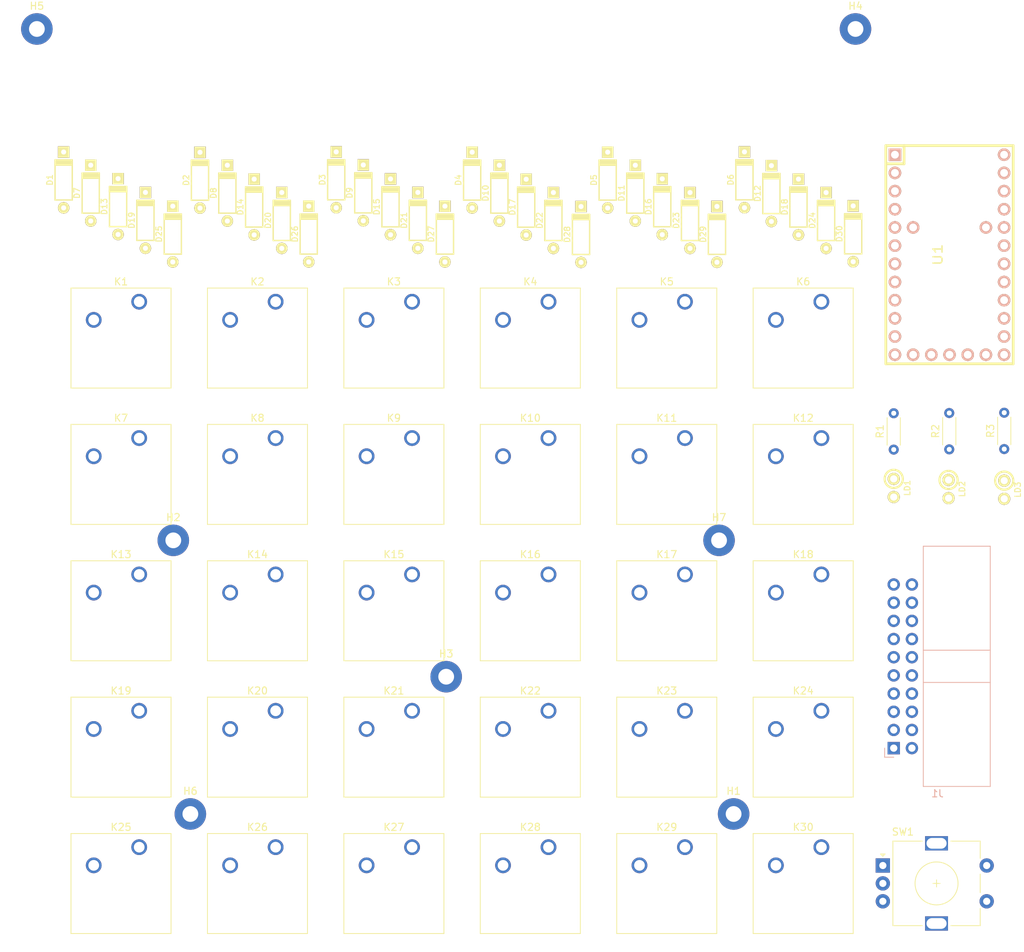
<source format=kicad_pcb>
(kicad_pcb (version 20171130) (host pcbnew "(5.1.2)-1")

  (general
    (thickness 1.6)
    (drawings 0)
    (tracks 0)
    (zones 0)
    (modules 76)
    (nets 67)
  )

  (page A4)
  (layers
    (0 F.Cu signal)
    (31 B.Cu signal)
    (32 B.Adhes user)
    (33 F.Adhes user)
    (34 B.Paste user)
    (35 F.Paste user)
    (36 B.SilkS user)
    (37 F.SilkS user)
    (38 B.Mask user)
    (39 F.Mask user)
    (40 Dwgs.User user)
    (41 Cmts.User user)
    (42 Eco1.User user)
    (43 Eco2.User user)
    (44 Edge.Cuts user)
    (45 Margin user)
    (46 B.CrtYd user)
    (47 F.CrtYd user)
    (48 B.Fab user)
    (49 F.Fab user)
  )

  (setup
    (last_trace_width 0.25)
    (trace_clearance 0.2)
    (zone_clearance 0.508)
    (zone_45_only no)
    (trace_min 0.2)
    (via_size 0.8)
    (via_drill 0.4)
    (via_min_size 0.4)
    (via_min_drill 0.3)
    (uvia_size 0.3)
    (uvia_drill 0.1)
    (uvias_allowed no)
    (uvia_min_size 0.2)
    (uvia_min_drill 0.1)
    (edge_width 0.05)
    (segment_width 0.2)
    (pcb_text_width 0.3)
    (pcb_text_size 1.5 1.5)
    (mod_edge_width 0.12)
    (mod_text_size 1 1)
    (mod_text_width 0.15)
    (pad_size 1.524 1.524)
    (pad_drill 0.762)
    (pad_to_mask_clearance 0.051)
    (solder_mask_min_width 0.25)
    (aux_axis_origin -6.1341 32.04845)
    (visible_elements 7FFFFFFF)
    (pcbplotparams
      (layerselection 0x010fc_ffffffff)
      (usegerberextensions false)
      (usegerberattributes false)
      (usegerberadvancedattributes false)
      (creategerberjobfile false)
      (excludeedgelayer true)
      (linewidth 0.100000)
      (plotframeref false)
      (viasonmask false)
      (mode 1)
      (useauxorigin false)
      (hpglpennumber 1)
      (hpglpenspeed 20)
      (hpglpendiameter 15.000000)
      (psnegative false)
      (psa4output false)
      (plotreference true)
      (plotvalue true)
      (plotinvisibletext false)
      (padsonsilk false)
      (subtractmaskfromsilk false)
      (outputformat 1)
      (mirror false)
      (drillshape 1)
      (scaleselection 1)
      (outputdirectory ""))
  )

  (net 0 "")
  (net 1 "Net-(D1-Pad2)")
  (net 2 /row1)
  (net 3 "Net-(D2-Pad2)")
  (net 4 "Net-(D3-Pad2)")
  (net 5 "Net-(D4-Pad2)")
  (net 6 "Net-(D5-Pad2)")
  (net 7 "Net-(D6-Pad2)")
  (net 8 "Net-(D7-Pad2)")
  (net 9 /row2)
  (net 10 "Net-(D8-Pad2)")
  (net 11 "Net-(D9-Pad2)")
  (net 12 "Net-(D10-Pad2)")
  (net 13 "Net-(D11-Pad2)")
  (net 14 "Net-(D12-Pad2)")
  (net 15 "Net-(D13-Pad2)")
  (net 16 /row3)
  (net 17 "Net-(D14-Pad2)")
  (net 18 "Net-(D15-Pad2)")
  (net 19 "Net-(D16-Pad2)")
  (net 20 "Net-(D17-Pad2)")
  (net 21 "Net-(D18-Pad2)")
  (net 22 "Net-(D19-Pad2)")
  (net 23 /row4)
  (net 24 "Net-(D20-Pad2)")
  (net 25 "Net-(D21-Pad2)")
  (net 26 "Net-(D22-Pad2)")
  (net 27 "Net-(D23-Pad2)")
  (net 28 "Net-(D24-Pad2)")
  (net 29 "Net-(D25-Pad2)")
  (net 30 /row5)
  (net 31 "Net-(D26-Pad2)")
  (net 32 "Net-(D27-Pad2)")
  (net 33 "Net-(D28-Pad2)")
  (net 34 "Net-(D29-Pad2)")
  (net 35 "Net-(D30-Pad2)")
  (net 36 /col1)
  (net 37 /col2)
  (net 38 /col3)
  (net 39 /col4)
  (net 40 /col5)
  (net 41 /col6)
  (net 42 /col7)
  (net 43 /col8)
  (net 44 /col9)
  (net 45 /col10)
  (net 46 /col11)
  (net 47 /col12)
  (net 48 "Net-(J1-Pad18)")
  (net 49 "Net-(J1-Pad19)")
  (net 50 "Net-(J1-Pad20)")
  (net 51 "Net-(K11-Pad1)")
  (net 52 +5V)
  (net 53 "Net-(U1-Pad11)")
  (net 54 "Net-(U1-Pad12)")
  (net 55 VCC)
  (net 56 "Net-(U1-Pad16)")
  (net 57 "Net-(U1-Pad30)")
  (net 58 "Net-(LD1-Pad2)")
  (net 59 "Net-(LD2-Pad2)")
  (net 60 "Net-(LD3-Pad2)")
  (net 61 /led1)
  (net 62 /led2)
  (net 63 /led3)
  (net 64 /row6)
  (net 65 /encB)
  (net 66 /encA)

  (net_class Default "This is the default net class."
    (clearance 0.2)
    (trace_width 0.25)
    (via_dia 0.8)
    (via_drill 0.4)
    (uvia_dia 0.3)
    (uvia_drill 0.1)
    (add_net +5V)
    (add_net /col1)
    (add_net /col10)
    (add_net /col11)
    (add_net /col12)
    (add_net /col2)
    (add_net /col3)
    (add_net /col4)
    (add_net /col5)
    (add_net /col6)
    (add_net /col7)
    (add_net /col8)
    (add_net /col9)
    (add_net /encA)
    (add_net /encB)
    (add_net /led1)
    (add_net /led2)
    (add_net /led3)
    (add_net /row1)
    (add_net /row2)
    (add_net /row3)
    (add_net /row4)
    (add_net /row5)
    (add_net /row6)
    (add_net "Net-(D1-Pad2)")
    (add_net "Net-(D10-Pad2)")
    (add_net "Net-(D11-Pad2)")
    (add_net "Net-(D12-Pad2)")
    (add_net "Net-(D13-Pad2)")
    (add_net "Net-(D14-Pad2)")
    (add_net "Net-(D15-Pad2)")
    (add_net "Net-(D16-Pad2)")
    (add_net "Net-(D17-Pad2)")
    (add_net "Net-(D18-Pad2)")
    (add_net "Net-(D19-Pad2)")
    (add_net "Net-(D2-Pad2)")
    (add_net "Net-(D20-Pad2)")
    (add_net "Net-(D21-Pad2)")
    (add_net "Net-(D22-Pad2)")
    (add_net "Net-(D23-Pad2)")
    (add_net "Net-(D24-Pad2)")
    (add_net "Net-(D25-Pad2)")
    (add_net "Net-(D26-Pad2)")
    (add_net "Net-(D27-Pad2)")
    (add_net "Net-(D28-Pad2)")
    (add_net "Net-(D29-Pad2)")
    (add_net "Net-(D3-Pad2)")
    (add_net "Net-(D30-Pad2)")
    (add_net "Net-(D4-Pad2)")
    (add_net "Net-(D5-Pad2)")
    (add_net "Net-(D6-Pad2)")
    (add_net "Net-(D7-Pad2)")
    (add_net "Net-(D8-Pad2)")
    (add_net "Net-(D9-Pad2)")
    (add_net "Net-(J1-Pad18)")
    (add_net "Net-(J1-Pad19)")
    (add_net "Net-(J1-Pad20)")
    (add_net "Net-(K11-Pad1)")
    (add_net "Net-(LD1-Pad2)")
    (add_net "Net-(LD2-Pad2)")
    (add_net "Net-(LD3-Pad2)")
    (add_net "Net-(U1-Pad11)")
    (add_net "Net-(U1-Pad12)")
    (add_net "Net-(U1-Pad16)")
    (add_net "Net-(U1-Pad30)")
    (add_net VCC)
  )

  (module Button_Switch_Keyboard:SW_Cherry_MX_1.00u_PCB (layer F.Cu) (tedit 5A02FE24) (tstamp 5CD1D3E0)
    (at 66.675 61.9125)
    (descr "Cherry MX keyswitch, 1.00u, PCB mount, http://cherryamericas.com/wp-content/uploads/2014/12/mx_cat.pdf")
    (tags "Cherry MX keyswitch 1.00u PCB")
    (path /5CD0FD6F)
    (fp_text reference K1 (at -2.54 -2.794) (layer F.SilkS)
      (effects (font (size 1 1) (thickness 0.15)))
    )
    (fp_text value KEYSW (at -2.54 12.954) (layer F.Fab)
      (effects (font (size 1 1) (thickness 0.15)))
    )
    (fp_line (start -9.525 12.065) (end -9.525 -1.905) (layer F.SilkS) (width 0.12))
    (fp_line (start 4.445 12.065) (end -9.525 12.065) (layer F.SilkS) (width 0.12))
    (fp_line (start 4.445 -1.905) (end 4.445 12.065) (layer F.SilkS) (width 0.12))
    (fp_line (start -9.525 -1.905) (end 4.445 -1.905) (layer F.SilkS) (width 0.12))
    (fp_line (start -12.065 14.605) (end -12.065 -4.445) (layer Dwgs.User) (width 0.15))
    (fp_line (start 6.985 14.605) (end -12.065 14.605) (layer Dwgs.User) (width 0.15))
    (fp_line (start 6.985 -4.445) (end 6.985 14.605) (layer Dwgs.User) (width 0.15))
    (fp_line (start -12.065 -4.445) (end 6.985 -4.445) (layer Dwgs.User) (width 0.15))
    (fp_line (start -9.14 -1.52) (end 4.06 -1.52) (layer F.CrtYd) (width 0.05))
    (fp_line (start 4.06 -1.52) (end 4.06 11.68) (layer F.CrtYd) (width 0.05))
    (fp_line (start 4.06 11.68) (end -9.14 11.68) (layer F.CrtYd) (width 0.05))
    (fp_line (start -9.14 11.68) (end -9.14 -1.52) (layer F.CrtYd) (width 0.05))
    (fp_line (start -8.89 11.43) (end -8.89 -1.27) (layer F.Fab) (width 0.1))
    (fp_line (start 3.81 11.43) (end -8.89 11.43) (layer F.Fab) (width 0.1))
    (fp_line (start 3.81 -1.27) (end 3.81 11.43) (layer F.Fab) (width 0.1))
    (fp_line (start -8.89 -1.27) (end 3.81 -1.27) (layer F.Fab) (width 0.1))
    (fp_text user %R (at -2.54 -2.794) (layer F.Fab)
      (effects (font (size 1 1) (thickness 0.15)))
    )
    (pad "" np_thru_hole circle (at 2.54 5.08) (size 1.7 1.7) (drill 1.7) (layers *.Cu *.Mask))
    (pad "" np_thru_hole circle (at -7.62 5.08) (size 1.7 1.7) (drill 1.7) (layers *.Cu *.Mask))
    (pad "" np_thru_hole circle (at -2.54 5.08) (size 4 4) (drill 4) (layers *.Cu *.Mask))
    (pad 2 thru_hole circle (at -6.35 2.54) (size 2.2 2.2) (drill 1.5) (layers *.Cu *.Mask)
      (net 1 "Net-(D1-Pad2)"))
    (pad 1 thru_hole circle (at 0 0) (size 2.2 2.2) (drill 1.5) (layers *.Cu *.Mask)
      (net 36 /col1))
    (model ${KISYS3DMOD}/Button_Switch_Keyboard.3dshapes/SW_Cherry_MX_1.00u_PCB.wrl
      (at (xyz 0 0 0))
      (scale (xyz 1 1 1))
      (rotate (xyz 0 0 0))
    )
  )

  (module keeb_parts:D_axial (layer F.Cu) (tedit 561B6A3D) (tstamp 5CD26B27)
    (at 56.126 44.902 270)
    (path /5CD1128E)
    (fp_text reference D1 (at 0 1.925 90) (layer F.SilkS)
      (effects (font (size 0.8 0.8) (thickness 0.15)))
    )
    (fp_text value D (at 0 -1.925 90) (layer F.SilkS) hide
      (effects (font (size 0.8 0.8) (thickness 0.15)))
    )
    (fp_line (start 2.8 1.2) (end -2.8 1.2) (layer F.SilkS) (width 0.2))
    (fp_line (start 2.8 -1.2) (end 2.8 1.2) (layer F.SilkS) (width 0.2))
    (fp_line (start -2.8 -1.2) (end 2.8 -1.2) (layer F.SilkS) (width 0.2))
    (fp_line (start -2.8 -1.2) (end -2.8 1.2) (layer F.SilkS) (width 0.2))
    (fp_line (start -2.625 -1.2) (end -2.625 1.2) (layer F.SilkS) (width 0.2))
    (fp_line (start -2.45 -1.2) (end -2.45 1.2) (layer F.SilkS) (width 0.2))
    (fp_line (start -2.275 -1.2) (end -2.275 1.2) (layer F.SilkS) (width 0.2))
    (fp_line (start -2.175 -1.2) (end -2.175 1.2) (layer F.SilkS) (width 0.2))
    (fp_line (start -2.075 -1.2) (end -2.075 1.2) (layer F.SilkS) (width 0.2))
    (pad 2 thru_hole circle (at 3.9 0 270) (size 1.6 1.6) (drill 0.7) (layers *.Cu *.Mask F.SilkS)
      (net 1 "Net-(D1-Pad2)"))
    (pad 1 thru_hole rect (at -3.9 0 270) (size 1.6 1.6) (drill 0.7) (layers *.Cu *.Mask F.SilkS)
      (net 2 /row1))
  )

  (module keeb_parts:D_axial (layer F.Cu) (tedit 561B6A3D) (tstamp 5CD155FE)
    (at 75.164 44.94 270)
    (path /5CD20F65)
    (fp_text reference D2 (at 0 1.925 90) (layer F.SilkS)
      (effects (font (size 0.8 0.8) (thickness 0.15)))
    )
    (fp_text value D (at 0 -1.925 90) (layer F.SilkS) hide
      (effects (font (size 0.8 0.8) (thickness 0.15)))
    )
    (fp_line (start -2.075 -1.2) (end -2.075 1.2) (layer F.SilkS) (width 0.2))
    (fp_line (start -2.175 -1.2) (end -2.175 1.2) (layer F.SilkS) (width 0.2))
    (fp_line (start -2.275 -1.2) (end -2.275 1.2) (layer F.SilkS) (width 0.2))
    (fp_line (start -2.45 -1.2) (end -2.45 1.2) (layer F.SilkS) (width 0.2))
    (fp_line (start -2.625 -1.2) (end -2.625 1.2) (layer F.SilkS) (width 0.2))
    (fp_line (start -2.8 -1.2) (end -2.8 1.2) (layer F.SilkS) (width 0.2))
    (fp_line (start -2.8 -1.2) (end 2.8 -1.2) (layer F.SilkS) (width 0.2))
    (fp_line (start 2.8 -1.2) (end 2.8 1.2) (layer F.SilkS) (width 0.2))
    (fp_line (start 2.8 1.2) (end -2.8 1.2) (layer F.SilkS) (width 0.2))
    (pad 1 thru_hole rect (at -3.9 0 270) (size 1.6 1.6) (drill 0.7) (layers *.Cu *.Mask F.SilkS)
      (net 2 /row1))
    (pad 2 thru_hole circle (at 3.9 0 270) (size 1.6 1.6) (drill 0.7) (layers *.Cu *.Mask F.SilkS)
      (net 3 "Net-(D2-Pad2)"))
  )

  (module keeb_parts:D_axial (layer F.Cu) (tedit 561B6A3D) (tstamp 5CD1560D)
    (at 94.183 44.883 270)
    (path /5CD26D1F)
    (fp_text reference D3 (at 0 1.925 90) (layer F.SilkS)
      (effects (font (size 0.8 0.8) (thickness 0.15)))
    )
    (fp_text value D (at 0 -1.925 90) (layer F.SilkS) hide
      (effects (font (size 0.8 0.8) (thickness 0.15)))
    )
    (fp_line (start 2.8 1.2) (end -2.8 1.2) (layer F.SilkS) (width 0.2))
    (fp_line (start 2.8 -1.2) (end 2.8 1.2) (layer F.SilkS) (width 0.2))
    (fp_line (start -2.8 -1.2) (end 2.8 -1.2) (layer F.SilkS) (width 0.2))
    (fp_line (start -2.8 -1.2) (end -2.8 1.2) (layer F.SilkS) (width 0.2))
    (fp_line (start -2.625 -1.2) (end -2.625 1.2) (layer F.SilkS) (width 0.2))
    (fp_line (start -2.45 -1.2) (end -2.45 1.2) (layer F.SilkS) (width 0.2))
    (fp_line (start -2.275 -1.2) (end -2.275 1.2) (layer F.SilkS) (width 0.2))
    (fp_line (start -2.175 -1.2) (end -2.175 1.2) (layer F.SilkS) (width 0.2))
    (fp_line (start -2.075 -1.2) (end -2.075 1.2) (layer F.SilkS) (width 0.2))
    (pad 2 thru_hole circle (at 3.9 0 270) (size 1.6 1.6) (drill 0.7) (layers *.Cu *.Mask F.SilkS)
      (net 4 "Net-(D3-Pad2)"))
    (pad 1 thru_hole rect (at -3.9 0 270) (size 1.6 1.6) (drill 0.7) (layers *.Cu *.Mask F.SilkS)
      (net 2 /row1))
  )

  (module keeb_parts:D_axial (layer F.Cu) (tedit 561B6A3D) (tstamp 5CD1561C)
    (at 113.164 44.921 270)
    (path /5CD27B3E)
    (fp_text reference D4 (at 0 1.925 90) (layer F.SilkS)
      (effects (font (size 0.8 0.8) (thickness 0.15)))
    )
    (fp_text value D (at 0 -1.925 90) (layer F.SilkS) hide
      (effects (font (size 0.8 0.8) (thickness 0.15)))
    )
    (fp_line (start -2.075 -1.2) (end -2.075 1.2) (layer F.SilkS) (width 0.2))
    (fp_line (start -2.175 -1.2) (end -2.175 1.2) (layer F.SilkS) (width 0.2))
    (fp_line (start -2.275 -1.2) (end -2.275 1.2) (layer F.SilkS) (width 0.2))
    (fp_line (start -2.45 -1.2) (end -2.45 1.2) (layer F.SilkS) (width 0.2))
    (fp_line (start -2.625 -1.2) (end -2.625 1.2) (layer F.SilkS) (width 0.2))
    (fp_line (start -2.8 -1.2) (end -2.8 1.2) (layer F.SilkS) (width 0.2))
    (fp_line (start -2.8 -1.2) (end 2.8 -1.2) (layer F.SilkS) (width 0.2))
    (fp_line (start 2.8 -1.2) (end 2.8 1.2) (layer F.SilkS) (width 0.2))
    (fp_line (start 2.8 1.2) (end -2.8 1.2) (layer F.SilkS) (width 0.2))
    (pad 1 thru_hole rect (at -3.9 0 270) (size 1.6 1.6) (drill 0.7) (layers *.Cu *.Mask F.SilkS)
      (net 2 /row1))
    (pad 2 thru_hole circle (at 3.9 0 270) (size 1.6 1.6) (drill 0.7) (layers *.Cu *.Mask F.SilkS)
      (net 5 "Net-(D4-Pad2)"))
  )

  (module keeb_parts:D_axial (layer F.Cu) (tedit 561B6A3D) (tstamp 5CD1562B)
    (at 132.088 44.921 270)
    (path /5CD28452)
    (fp_text reference D5 (at 0 1.925 90) (layer F.SilkS)
      (effects (font (size 0.8 0.8) (thickness 0.15)))
    )
    (fp_text value D (at 0 -1.925 90) (layer F.SilkS) hide
      (effects (font (size 0.8 0.8) (thickness 0.15)))
    )
    (fp_line (start 2.8 1.2) (end -2.8 1.2) (layer F.SilkS) (width 0.2))
    (fp_line (start 2.8 -1.2) (end 2.8 1.2) (layer F.SilkS) (width 0.2))
    (fp_line (start -2.8 -1.2) (end 2.8 -1.2) (layer F.SilkS) (width 0.2))
    (fp_line (start -2.8 -1.2) (end -2.8 1.2) (layer F.SilkS) (width 0.2))
    (fp_line (start -2.625 -1.2) (end -2.625 1.2) (layer F.SilkS) (width 0.2))
    (fp_line (start -2.45 -1.2) (end -2.45 1.2) (layer F.SilkS) (width 0.2))
    (fp_line (start -2.275 -1.2) (end -2.275 1.2) (layer F.SilkS) (width 0.2))
    (fp_line (start -2.175 -1.2) (end -2.175 1.2) (layer F.SilkS) (width 0.2))
    (fp_line (start -2.075 -1.2) (end -2.075 1.2) (layer F.SilkS) (width 0.2))
    (pad 2 thru_hole circle (at 3.9 0 270) (size 1.6 1.6) (drill 0.7) (layers *.Cu *.Mask F.SilkS)
      (net 6 "Net-(D5-Pad2)"))
    (pad 1 thru_hole rect (at -3.9 0 270) (size 1.6 1.6) (drill 0.7) (layers *.Cu *.Mask F.SilkS)
      (net 2 /row1))
  )

  (module keeb_parts:D_axial (layer F.Cu) (tedit 561B6A3D) (tstamp 5CD1563A)
    (at 151.183 44.883 270)
    (path /5CD28A9B)
    (fp_text reference D6 (at 0 1.925 90) (layer F.SilkS)
      (effects (font (size 0.8 0.8) (thickness 0.15)))
    )
    (fp_text value D (at 0 -1.925 90) (layer F.SilkS) hide
      (effects (font (size 0.8 0.8) (thickness 0.15)))
    )
    (fp_line (start -2.075 -1.2) (end -2.075 1.2) (layer F.SilkS) (width 0.2))
    (fp_line (start -2.175 -1.2) (end -2.175 1.2) (layer F.SilkS) (width 0.2))
    (fp_line (start -2.275 -1.2) (end -2.275 1.2) (layer F.SilkS) (width 0.2))
    (fp_line (start -2.45 -1.2) (end -2.45 1.2) (layer F.SilkS) (width 0.2))
    (fp_line (start -2.625 -1.2) (end -2.625 1.2) (layer F.SilkS) (width 0.2))
    (fp_line (start -2.8 -1.2) (end -2.8 1.2) (layer F.SilkS) (width 0.2))
    (fp_line (start -2.8 -1.2) (end 2.8 -1.2) (layer F.SilkS) (width 0.2))
    (fp_line (start 2.8 -1.2) (end 2.8 1.2) (layer F.SilkS) (width 0.2))
    (fp_line (start 2.8 1.2) (end -2.8 1.2) (layer F.SilkS) (width 0.2))
    (pad 1 thru_hole rect (at -3.9 0 270) (size 1.6 1.6) (drill 0.7) (layers *.Cu *.Mask F.SilkS)
      (net 2 /row1))
    (pad 2 thru_hole circle (at 3.9 0 270) (size 1.6 1.6) (drill 0.7) (layers *.Cu *.Mask F.SilkS)
      (net 7 "Net-(D6-Pad2)"))
  )

  (module keeb_parts:D_axial (layer F.Cu) (tedit 561B6A3D) (tstamp 5CD15649)
    (at 59.907 46.74 270)
    (path /5CD2FFD7)
    (fp_text reference D7 (at 0 1.925 90) (layer F.SilkS)
      (effects (font (size 0.8 0.8) (thickness 0.15)))
    )
    (fp_text value D (at 0 -1.925 90) (layer F.SilkS) hide
      (effects (font (size 0.8 0.8) (thickness 0.15)))
    )
    (fp_line (start 2.8 1.2) (end -2.8 1.2) (layer F.SilkS) (width 0.2))
    (fp_line (start 2.8 -1.2) (end 2.8 1.2) (layer F.SilkS) (width 0.2))
    (fp_line (start -2.8 -1.2) (end 2.8 -1.2) (layer F.SilkS) (width 0.2))
    (fp_line (start -2.8 -1.2) (end -2.8 1.2) (layer F.SilkS) (width 0.2))
    (fp_line (start -2.625 -1.2) (end -2.625 1.2) (layer F.SilkS) (width 0.2))
    (fp_line (start -2.45 -1.2) (end -2.45 1.2) (layer F.SilkS) (width 0.2))
    (fp_line (start -2.275 -1.2) (end -2.275 1.2) (layer F.SilkS) (width 0.2))
    (fp_line (start -2.175 -1.2) (end -2.175 1.2) (layer F.SilkS) (width 0.2))
    (fp_line (start -2.075 -1.2) (end -2.075 1.2) (layer F.SilkS) (width 0.2))
    (pad 2 thru_hole circle (at 3.9 0 270) (size 1.6 1.6) (drill 0.7) (layers *.Cu *.Mask F.SilkS)
      (net 8 "Net-(D7-Pad2)"))
    (pad 1 thru_hole rect (at -3.9 0 270) (size 1.6 1.6) (drill 0.7) (layers *.Cu *.Mask F.SilkS)
      (net 9 /row2))
  )

  (module keeb_parts:D_axial (layer F.Cu) (tedit 561B6A3D) (tstamp 5CD15658)
    (at 78.983 46.745 270)
    (path /5CD309F3)
    (fp_text reference D8 (at 0 1.925 90) (layer F.SilkS)
      (effects (font (size 0.8 0.8) (thickness 0.15)))
    )
    (fp_text value D (at 0 -1.925 90) (layer F.SilkS) hide
      (effects (font (size 0.8 0.8) (thickness 0.15)))
    )
    (fp_line (start 2.8 1.2) (end -2.8 1.2) (layer F.SilkS) (width 0.2))
    (fp_line (start 2.8 -1.2) (end 2.8 1.2) (layer F.SilkS) (width 0.2))
    (fp_line (start -2.8 -1.2) (end 2.8 -1.2) (layer F.SilkS) (width 0.2))
    (fp_line (start -2.8 -1.2) (end -2.8 1.2) (layer F.SilkS) (width 0.2))
    (fp_line (start -2.625 -1.2) (end -2.625 1.2) (layer F.SilkS) (width 0.2))
    (fp_line (start -2.45 -1.2) (end -2.45 1.2) (layer F.SilkS) (width 0.2))
    (fp_line (start -2.275 -1.2) (end -2.275 1.2) (layer F.SilkS) (width 0.2))
    (fp_line (start -2.175 -1.2) (end -2.175 1.2) (layer F.SilkS) (width 0.2))
    (fp_line (start -2.075 -1.2) (end -2.075 1.2) (layer F.SilkS) (width 0.2))
    (pad 2 thru_hole circle (at 3.9 0 270) (size 1.6 1.6) (drill 0.7) (layers *.Cu *.Mask F.SilkS)
      (net 10 "Net-(D8-Pad2)"))
    (pad 1 thru_hole rect (at -3.9 0 270) (size 1.6 1.6) (drill 0.7) (layers *.Cu *.Mask F.SilkS)
      (net 9 /row2))
  )

  (module keeb_parts:D_axial (layer F.Cu) (tedit 561B6A3D) (tstamp 5CD15667)
    (at 97.964 46.707 270)
    (path /5CD30F1D)
    (fp_text reference D9 (at 0 1.925 90) (layer F.SilkS)
      (effects (font (size 0.8 0.8) (thickness 0.15)))
    )
    (fp_text value D (at 0 -1.925 90) (layer F.SilkS) hide
      (effects (font (size 0.8 0.8) (thickness 0.15)))
    )
    (fp_line (start 2.8 1.2) (end -2.8 1.2) (layer F.SilkS) (width 0.2))
    (fp_line (start 2.8 -1.2) (end 2.8 1.2) (layer F.SilkS) (width 0.2))
    (fp_line (start -2.8 -1.2) (end 2.8 -1.2) (layer F.SilkS) (width 0.2))
    (fp_line (start -2.8 -1.2) (end -2.8 1.2) (layer F.SilkS) (width 0.2))
    (fp_line (start -2.625 -1.2) (end -2.625 1.2) (layer F.SilkS) (width 0.2))
    (fp_line (start -2.45 -1.2) (end -2.45 1.2) (layer F.SilkS) (width 0.2))
    (fp_line (start -2.275 -1.2) (end -2.275 1.2) (layer F.SilkS) (width 0.2))
    (fp_line (start -2.175 -1.2) (end -2.175 1.2) (layer F.SilkS) (width 0.2))
    (fp_line (start -2.075 -1.2) (end -2.075 1.2) (layer F.SilkS) (width 0.2))
    (pad 2 thru_hole circle (at 3.9 0 270) (size 1.6 1.6) (drill 0.7) (layers *.Cu *.Mask F.SilkS)
      (net 11 "Net-(D9-Pad2)"))
    (pad 1 thru_hole rect (at -3.9 0 270) (size 1.6 1.6) (drill 0.7) (layers *.Cu *.Mask F.SilkS)
      (net 9 /row2))
  )

  (module keeb_parts:D_axial (layer F.Cu) (tedit 561B6A3D) (tstamp 5CD15676)
    (at 116.964 46.745 270)
    (path /5CD3146F)
    (fp_text reference D10 (at 0 1.925 90) (layer F.SilkS)
      (effects (font (size 0.8 0.8) (thickness 0.15)))
    )
    (fp_text value D (at 0 -1.925 90) (layer F.SilkS) hide
      (effects (font (size 0.8 0.8) (thickness 0.15)))
    )
    (fp_line (start -2.075 -1.2) (end -2.075 1.2) (layer F.SilkS) (width 0.2))
    (fp_line (start -2.175 -1.2) (end -2.175 1.2) (layer F.SilkS) (width 0.2))
    (fp_line (start -2.275 -1.2) (end -2.275 1.2) (layer F.SilkS) (width 0.2))
    (fp_line (start -2.45 -1.2) (end -2.45 1.2) (layer F.SilkS) (width 0.2))
    (fp_line (start -2.625 -1.2) (end -2.625 1.2) (layer F.SilkS) (width 0.2))
    (fp_line (start -2.8 -1.2) (end -2.8 1.2) (layer F.SilkS) (width 0.2))
    (fp_line (start -2.8 -1.2) (end 2.8 -1.2) (layer F.SilkS) (width 0.2))
    (fp_line (start 2.8 -1.2) (end 2.8 1.2) (layer F.SilkS) (width 0.2))
    (fp_line (start 2.8 1.2) (end -2.8 1.2) (layer F.SilkS) (width 0.2))
    (pad 1 thru_hole rect (at -3.9 0 270) (size 1.6 1.6) (drill 0.7) (layers *.Cu *.Mask F.SilkS)
      (net 9 /row2))
    (pad 2 thru_hole circle (at 3.9 0 270) (size 1.6 1.6) (drill 0.7) (layers *.Cu *.Mask F.SilkS)
      (net 12 "Net-(D10-Pad2)"))
  )

  (module keeb_parts:D_axial (layer F.Cu) (tedit 561B6A3D) (tstamp 5CD15685)
    (at 135.945 46.745 270)
    (path /5CD31AA2)
    (fp_text reference D11 (at 0 1.925 90) (layer F.SilkS)
      (effects (font (size 0.8 0.8) (thickness 0.15)))
    )
    (fp_text value D (at 0 -1.925 90) (layer F.SilkS) hide
      (effects (font (size 0.8 0.8) (thickness 0.15)))
    )
    (fp_line (start 2.8 1.2) (end -2.8 1.2) (layer F.SilkS) (width 0.2))
    (fp_line (start 2.8 -1.2) (end 2.8 1.2) (layer F.SilkS) (width 0.2))
    (fp_line (start -2.8 -1.2) (end 2.8 -1.2) (layer F.SilkS) (width 0.2))
    (fp_line (start -2.8 -1.2) (end -2.8 1.2) (layer F.SilkS) (width 0.2))
    (fp_line (start -2.625 -1.2) (end -2.625 1.2) (layer F.SilkS) (width 0.2))
    (fp_line (start -2.45 -1.2) (end -2.45 1.2) (layer F.SilkS) (width 0.2))
    (fp_line (start -2.275 -1.2) (end -2.275 1.2) (layer F.SilkS) (width 0.2))
    (fp_line (start -2.175 -1.2) (end -2.175 1.2) (layer F.SilkS) (width 0.2))
    (fp_line (start -2.075 -1.2) (end -2.075 1.2) (layer F.SilkS) (width 0.2))
    (pad 2 thru_hole circle (at 3.9 0 270) (size 1.6 1.6) (drill 0.7) (layers *.Cu *.Mask F.SilkS)
      (net 13 "Net-(D11-Pad2)"))
    (pad 1 thru_hole rect (at -3.9 0 270) (size 1.6 1.6) (drill 0.7) (layers *.Cu *.Mask F.SilkS)
      (net 9 /row2))
  )

  (module keeb_parts:D_axial (layer F.Cu) (tedit 561B6A3D) (tstamp 5CD24B11)
    (at 154.945 46.802 270)
    (path /5CD3200D)
    (fp_text reference D12 (at 0 1.925 90) (layer F.SilkS)
      (effects (font (size 0.8 0.8) (thickness 0.15)))
    )
    (fp_text value D (at 0 -1.925 90) (layer F.SilkS) hide
      (effects (font (size 0.8 0.8) (thickness 0.15)))
    )
    (fp_line (start -2.075 -1.2) (end -2.075 1.2) (layer F.SilkS) (width 0.2))
    (fp_line (start -2.175 -1.2) (end -2.175 1.2) (layer F.SilkS) (width 0.2))
    (fp_line (start -2.275 -1.2) (end -2.275 1.2) (layer F.SilkS) (width 0.2))
    (fp_line (start -2.45 -1.2) (end -2.45 1.2) (layer F.SilkS) (width 0.2))
    (fp_line (start -2.625 -1.2) (end -2.625 1.2) (layer F.SilkS) (width 0.2))
    (fp_line (start -2.8 -1.2) (end -2.8 1.2) (layer F.SilkS) (width 0.2))
    (fp_line (start -2.8 -1.2) (end 2.8 -1.2) (layer F.SilkS) (width 0.2))
    (fp_line (start 2.8 -1.2) (end 2.8 1.2) (layer F.SilkS) (width 0.2))
    (fp_line (start 2.8 1.2) (end -2.8 1.2) (layer F.SilkS) (width 0.2))
    (pad 1 thru_hole rect (at -3.9 0 270) (size 1.6 1.6) (drill 0.7) (layers *.Cu *.Mask F.SilkS)
      (net 9 /row2))
    (pad 2 thru_hole circle (at 3.9 0 270) (size 1.6 1.6) (drill 0.7) (layers *.Cu *.Mask F.SilkS)
      (net 14 "Net-(D12-Pad2)"))
  )

  (module keeb_parts:D_axial (layer F.Cu) (tedit 561B6A3D) (tstamp 5CD156A3)
    (at 63.726 48.621 270)
    (path /5CD4A91E)
    (fp_text reference D13 (at 0 1.925 90) (layer F.SilkS)
      (effects (font (size 0.8 0.8) (thickness 0.15)))
    )
    (fp_text value D (at 0 -1.925 90) (layer F.SilkS) hide
      (effects (font (size 0.8 0.8) (thickness 0.15)))
    )
    (fp_line (start 2.8 1.2) (end -2.8 1.2) (layer F.SilkS) (width 0.2))
    (fp_line (start 2.8 -1.2) (end 2.8 1.2) (layer F.SilkS) (width 0.2))
    (fp_line (start -2.8 -1.2) (end 2.8 -1.2) (layer F.SilkS) (width 0.2))
    (fp_line (start -2.8 -1.2) (end -2.8 1.2) (layer F.SilkS) (width 0.2))
    (fp_line (start -2.625 -1.2) (end -2.625 1.2) (layer F.SilkS) (width 0.2))
    (fp_line (start -2.45 -1.2) (end -2.45 1.2) (layer F.SilkS) (width 0.2))
    (fp_line (start -2.275 -1.2) (end -2.275 1.2) (layer F.SilkS) (width 0.2))
    (fp_line (start -2.175 -1.2) (end -2.175 1.2) (layer F.SilkS) (width 0.2))
    (fp_line (start -2.075 -1.2) (end -2.075 1.2) (layer F.SilkS) (width 0.2))
    (pad 2 thru_hole circle (at 3.9 0 270) (size 1.6 1.6) (drill 0.7) (layers *.Cu *.Mask F.SilkS)
      (net 15 "Net-(D13-Pad2)"))
    (pad 1 thru_hole rect (at -3.9 0 270) (size 1.6 1.6) (drill 0.7) (layers *.Cu *.Mask F.SilkS)
      (net 16 /row3))
  )

  (module keeb_parts:D_axial (layer F.Cu) (tedit 561B6A3D) (tstamp 5CD26A32)
    (at 82.726 48.683 270)
    (path /5CD4B093)
    (fp_text reference D14 (at 0 1.925 90) (layer F.SilkS)
      (effects (font (size 0.8 0.8) (thickness 0.15)))
    )
    (fp_text value D (at 0 -1.925 90) (layer F.SilkS) hide
      (effects (font (size 0.8 0.8) (thickness 0.15)))
    )
    (fp_line (start -2.075 -1.2) (end -2.075 1.2) (layer F.SilkS) (width 0.2))
    (fp_line (start -2.175 -1.2) (end -2.175 1.2) (layer F.SilkS) (width 0.2))
    (fp_line (start -2.275 -1.2) (end -2.275 1.2) (layer F.SilkS) (width 0.2))
    (fp_line (start -2.45 -1.2) (end -2.45 1.2) (layer F.SilkS) (width 0.2))
    (fp_line (start -2.625 -1.2) (end -2.625 1.2) (layer F.SilkS) (width 0.2))
    (fp_line (start -2.8 -1.2) (end -2.8 1.2) (layer F.SilkS) (width 0.2))
    (fp_line (start -2.8 -1.2) (end 2.8 -1.2) (layer F.SilkS) (width 0.2))
    (fp_line (start 2.8 -1.2) (end 2.8 1.2) (layer F.SilkS) (width 0.2))
    (fp_line (start 2.8 1.2) (end -2.8 1.2) (layer F.SilkS) (width 0.2))
    (pad 1 thru_hole rect (at -3.9 0 270) (size 1.6 1.6) (drill 0.7) (layers *.Cu *.Mask F.SilkS)
      (net 16 /row3))
    (pad 2 thru_hole circle (at 3.9 0 270) (size 1.6 1.6) (drill 0.7) (layers *.Cu *.Mask F.SilkS)
      (net 17 "Net-(D14-Pad2)"))
  )

  (module keeb_parts:D_axial (layer F.Cu) (tedit 561B6A3D) (tstamp 5CD156C1)
    (at 101.764 48.659 270)
    (path /5CD4B700)
    (fp_text reference D15 (at 0 1.925 90) (layer F.SilkS)
      (effects (font (size 0.8 0.8) (thickness 0.15)))
    )
    (fp_text value D (at 0 -1.925 90) (layer F.SilkS) hide
      (effects (font (size 0.8 0.8) (thickness 0.15)))
    )
    (fp_line (start 2.8 1.2) (end -2.8 1.2) (layer F.SilkS) (width 0.2))
    (fp_line (start 2.8 -1.2) (end 2.8 1.2) (layer F.SilkS) (width 0.2))
    (fp_line (start -2.8 -1.2) (end 2.8 -1.2) (layer F.SilkS) (width 0.2))
    (fp_line (start -2.8 -1.2) (end -2.8 1.2) (layer F.SilkS) (width 0.2))
    (fp_line (start -2.625 -1.2) (end -2.625 1.2) (layer F.SilkS) (width 0.2))
    (fp_line (start -2.45 -1.2) (end -2.45 1.2) (layer F.SilkS) (width 0.2))
    (fp_line (start -2.275 -1.2) (end -2.275 1.2) (layer F.SilkS) (width 0.2))
    (fp_line (start -2.175 -1.2) (end -2.175 1.2) (layer F.SilkS) (width 0.2))
    (fp_line (start -2.075 -1.2) (end -2.075 1.2) (layer F.SilkS) (width 0.2))
    (pad 2 thru_hole circle (at 3.9 0 270) (size 1.6 1.6) (drill 0.7) (layers *.Cu *.Mask F.SilkS)
      (net 18 "Net-(D15-Pad2)"))
    (pad 1 thru_hole rect (at -3.9 0 270) (size 1.6 1.6) (drill 0.7) (layers *.Cu *.Mask F.SilkS)
      (net 16 /row3))
  )

  (module keeb_parts:D_axial (layer F.Cu) (tedit 561B6A3D) (tstamp 5CD156D0)
    (at 139.707 48.645 270)
    (path /5CD4BDC3)
    (fp_text reference D16 (at 0 1.925 90) (layer F.SilkS)
      (effects (font (size 0.8 0.8) (thickness 0.15)))
    )
    (fp_text value D (at 0 -1.925 90) (layer F.SilkS) hide
      (effects (font (size 0.8 0.8) (thickness 0.15)))
    )
    (fp_line (start -2.075 -1.2) (end -2.075 1.2) (layer F.SilkS) (width 0.2))
    (fp_line (start -2.175 -1.2) (end -2.175 1.2) (layer F.SilkS) (width 0.2))
    (fp_line (start -2.275 -1.2) (end -2.275 1.2) (layer F.SilkS) (width 0.2))
    (fp_line (start -2.45 -1.2) (end -2.45 1.2) (layer F.SilkS) (width 0.2))
    (fp_line (start -2.625 -1.2) (end -2.625 1.2) (layer F.SilkS) (width 0.2))
    (fp_line (start -2.8 -1.2) (end -2.8 1.2) (layer F.SilkS) (width 0.2))
    (fp_line (start -2.8 -1.2) (end 2.8 -1.2) (layer F.SilkS) (width 0.2))
    (fp_line (start 2.8 -1.2) (end 2.8 1.2) (layer F.SilkS) (width 0.2))
    (fp_line (start 2.8 1.2) (end -2.8 1.2) (layer F.SilkS) (width 0.2))
    (pad 1 thru_hole rect (at -3.9 0 270) (size 1.6 1.6) (drill 0.7) (layers *.Cu *.Mask F.SilkS)
      (net 16 /row3))
    (pad 2 thru_hole circle (at 3.9 0 270) (size 1.6 1.6) (drill 0.7) (layers *.Cu *.Mask F.SilkS)
      (net 19 "Net-(D16-Pad2)"))
  )

  (module keeb_parts:D_axial (layer F.Cu) (tedit 561B6A3D) (tstamp 5CD156DF)
    (at 120.707 48.702 270)
    (path /5CD4C4D4)
    (fp_text reference D17 (at 0 1.925 90) (layer F.SilkS)
      (effects (font (size 0.8 0.8) (thickness 0.15)))
    )
    (fp_text value D (at 0 -1.925 90) (layer F.SilkS) hide
      (effects (font (size 0.8 0.8) (thickness 0.15)))
    )
    (fp_line (start 2.8 1.2) (end -2.8 1.2) (layer F.SilkS) (width 0.2))
    (fp_line (start 2.8 -1.2) (end 2.8 1.2) (layer F.SilkS) (width 0.2))
    (fp_line (start -2.8 -1.2) (end 2.8 -1.2) (layer F.SilkS) (width 0.2))
    (fp_line (start -2.8 -1.2) (end -2.8 1.2) (layer F.SilkS) (width 0.2))
    (fp_line (start -2.625 -1.2) (end -2.625 1.2) (layer F.SilkS) (width 0.2))
    (fp_line (start -2.45 -1.2) (end -2.45 1.2) (layer F.SilkS) (width 0.2))
    (fp_line (start -2.275 -1.2) (end -2.275 1.2) (layer F.SilkS) (width 0.2))
    (fp_line (start -2.175 -1.2) (end -2.175 1.2) (layer F.SilkS) (width 0.2))
    (fp_line (start -2.075 -1.2) (end -2.075 1.2) (layer F.SilkS) (width 0.2))
    (pad 2 thru_hole circle (at 3.9 0 270) (size 1.6 1.6) (drill 0.7) (layers *.Cu *.Mask F.SilkS)
      (net 20 "Net-(D17-Pad2)"))
    (pad 1 thru_hole rect (at -3.9 0 270) (size 1.6 1.6) (drill 0.7) (layers *.Cu *.Mask F.SilkS)
      (net 16 /row3))
  )

  (module keeb_parts:D_axial (layer F.Cu) (tedit 561B6A3D) (tstamp 5CD156EE)
    (at 158.726 48.683 270)
    (path /5CD4CB4F)
    (fp_text reference D18 (at 0 1.925 90) (layer F.SilkS)
      (effects (font (size 0.8 0.8) (thickness 0.15)))
    )
    (fp_text value D (at 0 -1.925 90) (layer F.SilkS) hide
      (effects (font (size 0.8 0.8) (thickness 0.15)))
    )
    (fp_line (start -2.075 -1.2) (end -2.075 1.2) (layer F.SilkS) (width 0.2))
    (fp_line (start -2.175 -1.2) (end -2.175 1.2) (layer F.SilkS) (width 0.2))
    (fp_line (start -2.275 -1.2) (end -2.275 1.2) (layer F.SilkS) (width 0.2))
    (fp_line (start -2.45 -1.2) (end -2.45 1.2) (layer F.SilkS) (width 0.2))
    (fp_line (start -2.625 -1.2) (end -2.625 1.2) (layer F.SilkS) (width 0.2))
    (fp_line (start -2.8 -1.2) (end -2.8 1.2) (layer F.SilkS) (width 0.2))
    (fp_line (start -2.8 -1.2) (end 2.8 -1.2) (layer F.SilkS) (width 0.2))
    (fp_line (start 2.8 -1.2) (end 2.8 1.2) (layer F.SilkS) (width 0.2))
    (fp_line (start 2.8 1.2) (end -2.8 1.2) (layer F.SilkS) (width 0.2))
    (pad 1 thru_hole rect (at -3.9 0 270) (size 1.6 1.6) (drill 0.7) (layers *.Cu *.Mask F.SilkS)
      (net 16 /row3))
    (pad 2 thru_hole circle (at 3.9 0 270) (size 1.6 1.6) (drill 0.7) (layers *.Cu *.Mask F.SilkS)
      (net 21 "Net-(D18-Pad2)"))
  )

  (module keeb_parts:D_axial (layer F.Cu) (tedit 561B6A3D) (tstamp 5CD156FD)
    (at 67.545 50.545 270)
    (path /5CD7BBEB)
    (fp_text reference D19 (at 0 1.925 90) (layer F.SilkS)
      (effects (font (size 0.8 0.8) (thickness 0.15)))
    )
    (fp_text value D (at 0 -1.925 90) (layer F.SilkS) hide
      (effects (font (size 0.8 0.8) (thickness 0.15)))
    )
    (fp_line (start 2.8 1.2) (end -2.8 1.2) (layer F.SilkS) (width 0.2))
    (fp_line (start 2.8 -1.2) (end 2.8 1.2) (layer F.SilkS) (width 0.2))
    (fp_line (start -2.8 -1.2) (end 2.8 -1.2) (layer F.SilkS) (width 0.2))
    (fp_line (start -2.8 -1.2) (end -2.8 1.2) (layer F.SilkS) (width 0.2))
    (fp_line (start -2.625 -1.2) (end -2.625 1.2) (layer F.SilkS) (width 0.2))
    (fp_line (start -2.45 -1.2) (end -2.45 1.2) (layer F.SilkS) (width 0.2))
    (fp_line (start -2.275 -1.2) (end -2.275 1.2) (layer F.SilkS) (width 0.2))
    (fp_line (start -2.175 -1.2) (end -2.175 1.2) (layer F.SilkS) (width 0.2))
    (fp_line (start -2.075 -1.2) (end -2.075 1.2) (layer F.SilkS) (width 0.2))
    (pad 2 thru_hole circle (at 3.9 0 270) (size 1.6 1.6) (drill 0.7) (layers *.Cu *.Mask F.SilkS)
      (net 22 "Net-(D19-Pad2)"))
    (pad 1 thru_hole rect (at -3.9 0 270) (size 1.6 1.6) (drill 0.7) (layers *.Cu *.Mask F.SilkS)
      (net 23 /row4))
  )

  (module keeb_parts:D_axial (layer F.Cu) (tedit 561B6A3D) (tstamp 5CD1570C)
    (at 86.583 50.559 270)
    (path /5CD7BBF5)
    (fp_text reference D20 (at 0 1.925 90) (layer F.SilkS)
      (effects (font (size 0.8 0.8) (thickness 0.15)))
    )
    (fp_text value D (at 0 -1.925 90) (layer F.SilkS) hide
      (effects (font (size 0.8 0.8) (thickness 0.15)))
    )
    (fp_line (start -2.075 -1.2) (end -2.075 1.2) (layer F.SilkS) (width 0.2))
    (fp_line (start -2.175 -1.2) (end -2.175 1.2) (layer F.SilkS) (width 0.2))
    (fp_line (start -2.275 -1.2) (end -2.275 1.2) (layer F.SilkS) (width 0.2))
    (fp_line (start -2.45 -1.2) (end -2.45 1.2) (layer F.SilkS) (width 0.2))
    (fp_line (start -2.625 -1.2) (end -2.625 1.2) (layer F.SilkS) (width 0.2))
    (fp_line (start -2.8 -1.2) (end -2.8 1.2) (layer F.SilkS) (width 0.2))
    (fp_line (start -2.8 -1.2) (end 2.8 -1.2) (layer F.SilkS) (width 0.2))
    (fp_line (start 2.8 -1.2) (end 2.8 1.2) (layer F.SilkS) (width 0.2))
    (fp_line (start 2.8 1.2) (end -2.8 1.2) (layer F.SilkS) (width 0.2))
    (pad 1 thru_hole rect (at -3.9 0 270) (size 1.6 1.6) (drill 0.7) (layers *.Cu *.Mask F.SilkS)
      (net 23 /row4))
    (pad 2 thru_hole circle (at 3.9 0 270) (size 1.6 1.6) (drill 0.7) (layers *.Cu *.Mask F.SilkS)
      (net 24 "Net-(D20-Pad2)"))
  )

  (module keeb_parts:D_axial (layer F.Cu) (tedit 561B6A3D) (tstamp 5CD1571B)
    (at 105.583 50.545 270)
    (path /5CD7BBFF)
    (fp_text reference D21 (at 0 1.925 90) (layer F.SilkS)
      (effects (font (size 0.8 0.8) (thickness 0.15)))
    )
    (fp_text value D (at 0 -1.925 90) (layer F.SilkS) hide
      (effects (font (size 0.8 0.8) (thickness 0.15)))
    )
    (fp_line (start -2.075 -1.2) (end -2.075 1.2) (layer F.SilkS) (width 0.2))
    (fp_line (start -2.175 -1.2) (end -2.175 1.2) (layer F.SilkS) (width 0.2))
    (fp_line (start -2.275 -1.2) (end -2.275 1.2) (layer F.SilkS) (width 0.2))
    (fp_line (start -2.45 -1.2) (end -2.45 1.2) (layer F.SilkS) (width 0.2))
    (fp_line (start -2.625 -1.2) (end -2.625 1.2) (layer F.SilkS) (width 0.2))
    (fp_line (start -2.8 -1.2) (end -2.8 1.2) (layer F.SilkS) (width 0.2))
    (fp_line (start -2.8 -1.2) (end 2.8 -1.2) (layer F.SilkS) (width 0.2))
    (fp_line (start 2.8 -1.2) (end 2.8 1.2) (layer F.SilkS) (width 0.2))
    (fp_line (start 2.8 1.2) (end -2.8 1.2) (layer F.SilkS) (width 0.2))
    (pad 1 thru_hole rect (at -3.9 0 270) (size 1.6 1.6) (drill 0.7) (layers *.Cu *.Mask F.SilkS)
      (net 23 /row4))
    (pad 2 thru_hole circle (at 3.9 0 270) (size 1.6 1.6) (drill 0.7) (layers *.Cu *.Mask F.SilkS)
      (net 25 "Net-(D21-Pad2)"))
  )

  (module keeb_parts:D_axial (layer F.Cu) (tedit 561B6A3D) (tstamp 5CD1572A)
    (at 124.507 50.564 270)
    (path /5CD7BC09)
    (fp_text reference D22 (at 0 1.925 90) (layer F.SilkS)
      (effects (font (size 0.8 0.8) (thickness 0.15)))
    )
    (fp_text value D (at 0 -1.925 90) (layer F.SilkS) hide
      (effects (font (size 0.8 0.8) (thickness 0.15)))
    )
    (fp_line (start -2.075 -1.2) (end -2.075 1.2) (layer F.SilkS) (width 0.2))
    (fp_line (start -2.175 -1.2) (end -2.175 1.2) (layer F.SilkS) (width 0.2))
    (fp_line (start -2.275 -1.2) (end -2.275 1.2) (layer F.SilkS) (width 0.2))
    (fp_line (start -2.45 -1.2) (end -2.45 1.2) (layer F.SilkS) (width 0.2))
    (fp_line (start -2.625 -1.2) (end -2.625 1.2) (layer F.SilkS) (width 0.2))
    (fp_line (start -2.8 -1.2) (end -2.8 1.2) (layer F.SilkS) (width 0.2))
    (fp_line (start -2.8 -1.2) (end 2.8 -1.2) (layer F.SilkS) (width 0.2))
    (fp_line (start 2.8 -1.2) (end 2.8 1.2) (layer F.SilkS) (width 0.2))
    (fp_line (start 2.8 1.2) (end -2.8 1.2) (layer F.SilkS) (width 0.2))
    (pad 1 thru_hole rect (at -3.9 0 270) (size 1.6 1.6) (drill 0.7) (layers *.Cu *.Mask F.SilkS)
      (net 23 /row4))
    (pad 2 thru_hole circle (at 3.9 0 270) (size 1.6 1.6) (drill 0.7) (layers *.Cu *.Mask F.SilkS)
      (net 26 "Net-(D22-Pad2)"))
  )

  (module keeb_parts:D_axial (layer F.Cu) (tedit 561B6A3D) (tstamp 5CD15739)
    (at 143.583 50.564 270)
    (path /5CD7BC13)
    (fp_text reference D23 (at 0 1.925 90) (layer F.SilkS)
      (effects (font (size 0.8 0.8) (thickness 0.15)))
    )
    (fp_text value D (at 0 -1.925 90) (layer F.SilkS) hide
      (effects (font (size 0.8 0.8) (thickness 0.15)))
    )
    (fp_line (start 2.8 1.2) (end -2.8 1.2) (layer F.SilkS) (width 0.2))
    (fp_line (start 2.8 -1.2) (end 2.8 1.2) (layer F.SilkS) (width 0.2))
    (fp_line (start -2.8 -1.2) (end 2.8 -1.2) (layer F.SilkS) (width 0.2))
    (fp_line (start -2.8 -1.2) (end -2.8 1.2) (layer F.SilkS) (width 0.2))
    (fp_line (start -2.625 -1.2) (end -2.625 1.2) (layer F.SilkS) (width 0.2))
    (fp_line (start -2.45 -1.2) (end -2.45 1.2) (layer F.SilkS) (width 0.2))
    (fp_line (start -2.275 -1.2) (end -2.275 1.2) (layer F.SilkS) (width 0.2))
    (fp_line (start -2.175 -1.2) (end -2.175 1.2) (layer F.SilkS) (width 0.2))
    (fp_line (start -2.075 -1.2) (end -2.075 1.2) (layer F.SilkS) (width 0.2))
    (pad 2 thru_hole circle (at 3.9 0 270) (size 1.6 1.6) (drill 0.7) (layers *.Cu *.Mask F.SilkS)
      (net 27 "Net-(D23-Pad2)"))
    (pad 1 thru_hole rect (at -3.9 0 270) (size 1.6 1.6) (drill 0.7) (layers *.Cu *.Mask F.SilkS)
      (net 23 /row4))
  )

  (module keeb_parts:D_axial (layer F.Cu) (tedit 561B6A3D) (tstamp 5CD15748)
    (at 162.583 50.564 270)
    (path /5CD7BC1D)
    (fp_text reference D24 (at 0 1.925 90) (layer F.SilkS)
      (effects (font (size 0.8 0.8) (thickness 0.15)))
    )
    (fp_text value D (at 0 -1.925 90) (layer F.SilkS) hide
      (effects (font (size 0.8 0.8) (thickness 0.15)))
    )
    (fp_line (start -2.075 -1.2) (end -2.075 1.2) (layer F.SilkS) (width 0.2))
    (fp_line (start -2.175 -1.2) (end -2.175 1.2) (layer F.SilkS) (width 0.2))
    (fp_line (start -2.275 -1.2) (end -2.275 1.2) (layer F.SilkS) (width 0.2))
    (fp_line (start -2.45 -1.2) (end -2.45 1.2) (layer F.SilkS) (width 0.2))
    (fp_line (start -2.625 -1.2) (end -2.625 1.2) (layer F.SilkS) (width 0.2))
    (fp_line (start -2.8 -1.2) (end -2.8 1.2) (layer F.SilkS) (width 0.2))
    (fp_line (start -2.8 -1.2) (end 2.8 -1.2) (layer F.SilkS) (width 0.2))
    (fp_line (start 2.8 -1.2) (end 2.8 1.2) (layer F.SilkS) (width 0.2))
    (fp_line (start 2.8 1.2) (end -2.8 1.2) (layer F.SilkS) (width 0.2))
    (pad 1 thru_hole rect (at -3.9 0 270) (size 1.6 1.6) (drill 0.7) (layers *.Cu *.Mask F.SilkS)
      (net 23 /row4))
    (pad 2 thru_hole circle (at 3.9 0 270) (size 1.6 1.6) (drill 0.7) (layers *.Cu *.Mask F.SilkS)
      (net 28 "Net-(D24-Pad2)"))
  )

  (module keeb_parts:D_axial (layer F.Cu) (tedit 561B6A3D) (tstamp 5CD15757)
    (at 71.364 52.464 270)
    (path /5CD8A1FC)
    (fp_text reference D25 (at 0 1.925 90) (layer F.SilkS)
      (effects (font (size 0.8 0.8) (thickness 0.15)))
    )
    (fp_text value D (at 0 -1.925 90) (layer F.SilkS) hide
      (effects (font (size 0.8 0.8) (thickness 0.15)))
    )
    (fp_line (start 2.8 1.2) (end -2.8 1.2) (layer F.SilkS) (width 0.2))
    (fp_line (start 2.8 -1.2) (end 2.8 1.2) (layer F.SilkS) (width 0.2))
    (fp_line (start -2.8 -1.2) (end 2.8 -1.2) (layer F.SilkS) (width 0.2))
    (fp_line (start -2.8 -1.2) (end -2.8 1.2) (layer F.SilkS) (width 0.2))
    (fp_line (start -2.625 -1.2) (end -2.625 1.2) (layer F.SilkS) (width 0.2))
    (fp_line (start -2.45 -1.2) (end -2.45 1.2) (layer F.SilkS) (width 0.2))
    (fp_line (start -2.275 -1.2) (end -2.275 1.2) (layer F.SilkS) (width 0.2))
    (fp_line (start -2.175 -1.2) (end -2.175 1.2) (layer F.SilkS) (width 0.2))
    (fp_line (start -2.075 -1.2) (end -2.075 1.2) (layer F.SilkS) (width 0.2))
    (pad 2 thru_hole circle (at 3.9 0 270) (size 1.6 1.6) (drill 0.7) (layers *.Cu *.Mask F.SilkS)
      (net 29 "Net-(D25-Pad2)"))
    (pad 1 thru_hole rect (at -3.9 0 270) (size 1.6 1.6) (drill 0.7) (layers *.Cu *.Mask F.SilkS)
      (net 30 /row5))
  )

  (module keeb_parts:D_axial (layer F.Cu) (tedit 561B6A3D) (tstamp 5CD15766)
    (at 90.345 52.459 270)
    (path /5CD8A206)
    (fp_text reference D26 (at 0 1.925 90) (layer F.SilkS)
      (effects (font (size 0.8 0.8) (thickness 0.15)))
    )
    (fp_text value D (at 0 -1.925 90) (layer F.SilkS) hide
      (effects (font (size 0.8 0.8) (thickness 0.15)))
    )
    (fp_line (start -2.075 -1.2) (end -2.075 1.2) (layer F.SilkS) (width 0.2))
    (fp_line (start -2.175 -1.2) (end -2.175 1.2) (layer F.SilkS) (width 0.2))
    (fp_line (start -2.275 -1.2) (end -2.275 1.2) (layer F.SilkS) (width 0.2))
    (fp_line (start -2.45 -1.2) (end -2.45 1.2) (layer F.SilkS) (width 0.2))
    (fp_line (start -2.625 -1.2) (end -2.625 1.2) (layer F.SilkS) (width 0.2))
    (fp_line (start -2.8 -1.2) (end -2.8 1.2) (layer F.SilkS) (width 0.2))
    (fp_line (start -2.8 -1.2) (end 2.8 -1.2) (layer F.SilkS) (width 0.2))
    (fp_line (start 2.8 -1.2) (end 2.8 1.2) (layer F.SilkS) (width 0.2))
    (fp_line (start 2.8 1.2) (end -2.8 1.2) (layer F.SilkS) (width 0.2))
    (pad 1 thru_hole rect (at -3.9 0 270) (size 1.6 1.6) (drill 0.7) (layers *.Cu *.Mask F.SilkS)
      (net 30 /row5))
    (pad 2 thru_hole circle (at 3.9 0 270) (size 1.6 1.6) (drill 0.7) (layers *.Cu *.Mask F.SilkS)
      (net 31 "Net-(D26-Pad2)"))
  )

  (module keeb_parts:D_axial (layer F.Cu) (tedit 561B6A3D) (tstamp 5CD15775)
    (at 109.364 52.464 270)
    (path /5CD8A210)
    (fp_text reference D27 (at 0 1.925 90) (layer F.SilkS)
      (effects (font (size 0.8 0.8) (thickness 0.15)))
    )
    (fp_text value D (at 0 -1.925 90) (layer F.SilkS) hide
      (effects (font (size 0.8 0.8) (thickness 0.15)))
    )
    (fp_line (start 2.8 1.2) (end -2.8 1.2) (layer F.SilkS) (width 0.2))
    (fp_line (start 2.8 -1.2) (end 2.8 1.2) (layer F.SilkS) (width 0.2))
    (fp_line (start -2.8 -1.2) (end 2.8 -1.2) (layer F.SilkS) (width 0.2))
    (fp_line (start -2.8 -1.2) (end -2.8 1.2) (layer F.SilkS) (width 0.2))
    (fp_line (start -2.625 -1.2) (end -2.625 1.2) (layer F.SilkS) (width 0.2))
    (fp_line (start -2.45 -1.2) (end -2.45 1.2) (layer F.SilkS) (width 0.2))
    (fp_line (start -2.275 -1.2) (end -2.275 1.2) (layer F.SilkS) (width 0.2))
    (fp_line (start -2.175 -1.2) (end -2.175 1.2) (layer F.SilkS) (width 0.2))
    (fp_line (start -2.075 -1.2) (end -2.075 1.2) (layer F.SilkS) (width 0.2))
    (pad 2 thru_hole circle (at 3.9 0 270) (size 1.6 1.6) (drill 0.7) (layers *.Cu *.Mask F.SilkS)
      (net 32 "Net-(D27-Pad2)"))
    (pad 1 thru_hole rect (at -3.9 0 270) (size 1.6 1.6) (drill 0.7) (layers *.Cu *.Mask F.SilkS)
      (net 30 /row5))
  )

  (module keeb_parts:D_axial (layer F.Cu) (tedit 561B6A3D) (tstamp 5CD15784)
    (at 128.364 52.516 270)
    (path /5CD8A21A)
    (fp_text reference D28 (at 0 1.925 90) (layer F.SilkS)
      (effects (font (size 0.8 0.8) (thickness 0.15)))
    )
    (fp_text value D (at 0 -1.925 90) (layer F.SilkS) hide
      (effects (font (size 0.8 0.8) (thickness 0.15)))
    )
    (fp_line (start -2.075 -1.2) (end -2.075 1.2) (layer F.SilkS) (width 0.2))
    (fp_line (start -2.175 -1.2) (end -2.175 1.2) (layer F.SilkS) (width 0.2))
    (fp_line (start -2.275 -1.2) (end -2.275 1.2) (layer F.SilkS) (width 0.2))
    (fp_line (start -2.45 -1.2) (end -2.45 1.2) (layer F.SilkS) (width 0.2))
    (fp_line (start -2.625 -1.2) (end -2.625 1.2) (layer F.SilkS) (width 0.2))
    (fp_line (start -2.8 -1.2) (end -2.8 1.2) (layer F.SilkS) (width 0.2))
    (fp_line (start -2.8 -1.2) (end 2.8 -1.2) (layer F.SilkS) (width 0.2))
    (fp_line (start 2.8 -1.2) (end 2.8 1.2) (layer F.SilkS) (width 0.2))
    (fp_line (start 2.8 1.2) (end -2.8 1.2) (layer F.SilkS) (width 0.2))
    (pad 1 thru_hole rect (at -3.9 0 270) (size 1.6 1.6) (drill 0.7) (layers *.Cu *.Mask F.SilkS)
      (net 30 /row5))
    (pad 2 thru_hole circle (at 3.9 0 270) (size 1.6 1.6) (drill 0.7) (layers *.Cu *.Mask F.SilkS)
      (net 33 "Net-(D28-Pad2)"))
  )

  (module keeb_parts:D_axial (layer F.Cu) (tedit 561B6A3D) (tstamp 5CD15793)
    (at 147.345 52.502 270)
    (path /5CD8A224)
    (fp_text reference D29 (at 0 1.925 90) (layer F.SilkS)
      (effects (font (size 0.8 0.8) (thickness 0.15)))
    )
    (fp_text value D (at 0 -1.925 90) (layer F.SilkS) hide
      (effects (font (size 0.8 0.8) (thickness 0.15)))
    )
    (fp_line (start 2.8 1.2) (end -2.8 1.2) (layer F.SilkS) (width 0.2))
    (fp_line (start 2.8 -1.2) (end 2.8 1.2) (layer F.SilkS) (width 0.2))
    (fp_line (start -2.8 -1.2) (end 2.8 -1.2) (layer F.SilkS) (width 0.2))
    (fp_line (start -2.8 -1.2) (end -2.8 1.2) (layer F.SilkS) (width 0.2))
    (fp_line (start -2.625 -1.2) (end -2.625 1.2) (layer F.SilkS) (width 0.2))
    (fp_line (start -2.45 -1.2) (end -2.45 1.2) (layer F.SilkS) (width 0.2))
    (fp_line (start -2.275 -1.2) (end -2.275 1.2) (layer F.SilkS) (width 0.2))
    (fp_line (start -2.175 -1.2) (end -2.175 1.2) (layer F.SilkS) (width 0.2))
    (fp_line (start -2.075 -1.2) (end -2.075 1.2) (layer F.SilkS) (width 0.2))
    (pad 2 thru_hole circle (at 3.9 0 270) (size 1.6 1.6) (drill 0.7) (layers *.Cu *.Mask F.SilkS)
      (net 34 "Net-(D29-Pad2)"))
    (pad 1 thru_hole rect (at -3.9 0 270) (size 1.6 1.6) (drill 0.7) (layers *.Cu *.Mask F.SilkS)
      (net 30 /row5))
  )

  (module keeb_parts:D_axial (layer F.Cu) (tedit 561B6A3D) (tstamp 5CD157A2)
    (at 166.364 52.426 270)
    (path /5CD8A22E)
    (fp_text reference D30 (at 0 1.925 90) (layer F.SilkS)
      (effects (font (size 0.8 0.8) (thickness 0.15)))
    )
    (fp_text value D (at 0 -1.925 90) (layer F.SilkS) hide
      (effects (font (size 0.8 0.8) (thickness 0.15)))
    )
    (fp_line (start -2.075 -1.2) (end -2.075 1.2) (layer F.SilkS) (width 0.2))
    (fp_line (start -2.175 -1.2) (end -2.175 1.2) (layer F.SilkS) (width 0.2))
    (fp_line (start -2.275 -1.2) (end -2.275 1.2) (layer F.SilkS) (width 0.2))
    (fp_line (start -2.45 -1.2) (end -2.45 1.2) (layer F.SilkS) (width 0.2))
    (fp_line (start -2.625 -1.2) (end -2.625 1.2) (layer F.SilkS) (width 0.2))
    (fp_line (start -2.8 -1.2) (end -2.8 1.2) (layer F.SilkS) (width 0.2))
    (fp_line (start -2.8 -1.2) (end 2.8 -1.2) (layer F.SilkS) (width 0.2))
    (fp_line (start 2.8 -1.2) (end 2.8 1.2) (layer F.SilkS) (width 0.2))
    (fp_line (start 2.8 1.2) (end -2.8 1.2) (layer F.SilkS) (width 0.2))
    (pad 1 thru_hole rect (at -3.9 0 270) (size 1.6 1.6) (drill 0.7) (layers *.Cu *.Mask F.SilkS)
      (net 30 /row5))
    (pad 2 thru_hole circle (at 3.9 0 270) (size 1.6 1.6) (drill 0.7) (layers *.Cu *.Mask F.SilkS)
      (net 35 "Net-(D30-Pad2)"))
  )

  (module MountingHole:MountingHole_2.2mm_M2_Pad (layer F.Cu) (tedit 56D1B4CB) (tstamp 5CD157AA)
    (at 149.6695 133.477)
    (descr "Mounting Hole 2.2mm, M2")
    (tags "mounting hole 2.2mm m2")
    (path /5CF2C673)
    (attr virtual)
    (fp_text reference H1 (at 0 -3.2) (layer F.SilkS)
      (effects (font (size 1 1) (thickness 0.15)))
    )
    (fp_text value MountingHole (at 0 3.2) (layer F.Fab)
      (effects (font (size 1 1) (thickness 0.15)))
    )
    (fp_text user %R (at 0.3 0) (layer F.Fab)
      (effects (font (size 1 1) (thickness 0.15)))
    )
    (fp_circle (center 0 0) (end 2.2 0) (layer Cmts.User) (width 0.15))
    (fp_circle (center 0 0) (end 2.45 0) (layer F.CrtYd) (width 0.05))
    (pad 1 thru_hole circle (at 0 0) (size 4.4 4.4) (drill 2.2) (layers *.Cu *.Mask))
  )

  (module MountingHole:MountingHole_2.2mm_M2_Pad (layer F.Cu) (tedit 56D1B4CB) (tstamp 5CD157B2)
    (at 71.4375 95.25)
    (descr "Mounting Hole 2.2mm, M2")
    (tags "mounting hole 2.2mm m2")
    (path /5CF2D902)
    (attr virtual)
    (fp_text reference H2 (at 0 -3.2) (layer F.SilkS)
      (effects (font (size 1 1) (thickness 0.15)))
    )
    (fp_text value MountingHole (at 0 3.2) (layer F.Fab)
      (effects (font (size 1 1) (thickness 0.15)))
    )
    (fp_circle (center 0 0) (end 2.45 0) (layer F.CrtYd) (width 0.05))
    (fp_circle (center 0 0) (end 2.2 0) (layer Cmts.User) (width 0.15))
    (fp_text user %R (at 0.3 0) (layer F.Fab)
      (effects (font (size 1 1) (thickness 0.15)))
    )
    (pad 1 thru_hole circle (at 0 0) (size 4.4 4.4) (drill 2.2) (layers *.Cu *.Mask))
  )

  (module MountingHole:MountingHole_2.2mm_M2_Pad (layer F.Cu) (tedit 56D1B4CB) (tstamp 5CD157BA)
    (at 109.5375 114.3)
    (descr "Mounting Hole 2.2mm, M2")
    (tags "mounting hole 2.2mm m2")
    (path /5CF2DFE6)
    (attr virtual)
    (fp_text reference H3 (at 0 -3.2) (layer F.SilkS)
      (effects (font (size 1 1) (thickness 0.15)))
    )
    (fp_text value MountingHole (at 0 3.2) (layer F.Fab)
      (effects (font (size 1 1) (thickness 0.15)))
    )
    (fp_text user %R (at 0.3 0) (layer F.Fab)
      (effects (font (size 1 1) (thickness 0.15)))
    )
    (fp_circle (center 0 0) (end 2.2 0) (layer Cmts.User) (width 0.15))
    (fp_circle (center 0 0) (end 2.45 0) (layer F.CrtYd) (width 0.05))
    (pad 1 thru_hole circle (at 0 0) (size 4.4 4.4) (drill 2.2) (layers *.Cu *.Mask))
  )

  (module MountingHole:MountingHole_2.2mm_M2_Pad (layer F.Cu) (tedit 56D1B4CB) (tstamp 5CD157C2)
    (at 166.6875 23.8125)
    (descr "Mounting Hole 2.2mm, M2")
    (tags "mounting hole 2.2mm m2")
    (path /5CF2E4E0)
    (attr virtual)
    (fp_text reference H4 (at 0 -3.2) (layer F.SilkS)
      (effects (font (size 1 1) (thickness 0.15)))
    )
    (fp_text value MountingHole (at 0 3.2) (layer F.Fab)
      (effects (font (size 1 1) (thickness 0.15)))
    )
    (fp_circle (center 0 0) (end 2.45 0) (layer F.CrtYd) (width 0.05))
    (fp_circle (center 0 0) (end 2.2 0) (layer Cmts.User) (width 0.15))
    (fp_text user %R (at 0.3 0) (layer F.Fab)
      (effects (font (size 1 1) (thickness 0.15)))
    )
    (pad 1 thru_hole circle (at 0 0) (size 4.4 4.4) (drill 2.2) (layers *.Cu *.Mask))
  )

  (module MountingHole:MountingHole_2.2mm_M2_Pad (layer F.Cu) (tedit 56D1B4CB) (tstamp 5CD157CA)
    (at 52.3875 23.8125)
    (descr "Mounting Hole 2.2mm, M2")
    (tags "mounting hole 2.2mm m2")
    (path /5CF2E726)
    (attr virtual)
    (fp_text reference H5 (at 0 -3.2) (layer F.SilkS)
      (effects (font (size 1 1) (thickness 0.15)))
    )
    (fp_text value MountingHole (at 0 3.2) (layer F.Fab)
      (effects (font (size 1 1) (thickness 0.15)))
    )
    (fp_text user %R (at 0.3 0) (layer F.Fab)
      (effects (font (size 1 1) (thickness 0.15)))
    )
    (fp_circle (center 0 0) (end 2.2 0) (layer Cmts.User) (width 0.15))
    (fp_circle (center 0 0) (end 2.45 0) (layer F.CrtYd) (width 0.05))
    (pad 1 thru_hole circle (at 0 0) (size 4.4 4.4) (drill 2.2) (layers *.Cu *.Mask))
  )

  (module MountingHole:MountingHole_2.2mm_M2_Pad (layer F.Cu) (tedit 56D1B4CB) (tstamp 5CD157D2)
    (at 73.81875 133.477)
    (descr "Mounting Hole 2.2mm, M2")
    (tags "mounting hole 2.2mm m2")
    (path /5CF371B1)
    (attr virtual)
    (fp_text reference H6 (at 0 -3.2) (layer F.SilkS)
      (effects (font (size 1 1) (thickness 0.15)))
    )
    (fp_text value MountingHole (at 0 3.2) (layer F.Fab)
      (effects (font (size 1 1) (thickness 0.15)))
    )
    (fp_circle (center 0 0) (end 2.45 0) (layer F.CrtYd) (width 0.05))
    (fp_circle (center 0 0) (end 2.2 0) (layer Cmts.User) (width 0.15))
    (fp_text user %R (at 0.3 0) (layer F.Fab)
      (effects (font (size 1 1) (thickness 0.15)))
    )
    (pad 1 thru_hole circle (at 0 0) (size 4.4 4.4) (drill 2.2) (layers *.Cu *.Mask))
  )

  (module MountingHole:MountingHole_2.2mm_M2_Pad (layer F.Cu) (tedit 56D1B4CB) (tstamp 5CD157DA)
    (at 147.6375 95.25)
    (descr "Mounting Hole 2.2mm, M2")
    (tags "mounting hole 2.2mm m2")
    (path /5CF374EC)
    (attr virtual)
    (fp_text reference H7 (at 0 -3.2) (layer F.SilkS)
      (effects (font (size 1 1) (thickness 0.15)))
    )
    (fp_text value MountingHole (at 0 3.2) (layer F.Fab)
      (effects (font (size 1 1) (thickness 0.15)))
    )
    (fp_text user %R (at 0.3 0) (layer F.Fab)
      (effects (font (size 1 1) (thickness 0.15)))
    )
    (fp_circle (center 0 0) (end 2.2 0) (layer Cmts.User) (width 0.15))
    (fp_circle (center 0 0) (end 2.45 0) (layer F.CrtYd) (width 0.05))
    (pad 1 thru_hole circle (at 0 0) (size 4.4 4.4) (drill 2.2) (layers *.Cu *.Mask))
  )

  (module Connector_IDC:IDC-Header_2x10_P2.54mm_Horizontal (layer B.Cu) (tedit 59DE217B) (tstamp 5CD15824)
    (at 172.026 124.279)
    (descr "Through hole angled IDC box header, 2x10, 2.54mm pitch, double rows")
    (tags "Through hole IDC box header THT 2x10 2.54mm double row")
    (path /5CDEF326)
    (fp_text reference J1 (at 6.105 6.35) (layer B.SilkS)
      (effects (font (size 1 1) (thickness 0.15)) (justify mirror))
    )
    (fp_text value Conn_01x20 (at 6.105 -29.464) (layer B.Fab)
      (effects (font (size 1 1) (thickness 0.15)) (justify mirror))
    )
    (fp_text user %R (at 8.805 -11.43 -90) (layer B.Fab)
      (effects (font (size 1 1) (thickness 0.15)) (justify mirror))
    )
    (fp_line (start -0.32 0.32) (end -0.32 -0.32) (layer B.Fab) (width 0.1))
    (fp_line (start -0.32 -0.32) (end 4.38 -0.32) (layer B.Fab) (width 0.1))
    (fp_line (start -0.32 -10.48) (end 4.38 -10.48) (layer B.Fab) (width 0.1))
    (fp_line (start -0.32 -12.38) (end -0.32 -13.02) (layer B.Fab) (width 0.1))
    (fp_line (start -0.32 -13.02) (end 4.38 -13.02) (layer B.Fab) (width 0.1))
    (fp_line (start -0.32 -14.92) (end -0.32 -15.56) (layer B.Fab) (width 0.1))
    (fp_line (start -0.32 -15.56) (end 4.38 -15.56) (layer B.Fab) (width 0.1))
    (fp_line (start -0.32 -17.46) (end -0.32 -18.1) (layer B.Fab) (width 0.1))
    (fp_line (start -0.32 -18.1) (end 4.38 -18.1) (layer B.Fab) (width 0.1))
    (fp_line (start -0.32 -2.22) (end -0.32 -2.86) (layer B.Fab) (width 0.1))
    (fp_line (start -0.32 -2.86) (end 4.38 -2.86) (layer B.Fab) (width 0.1))
    (fp_line (start -0.32 -20) (end -0.32 -20.64) (layer B.Fab) (width 0.1))
    (fp_line (start -0.32 -20.64) (end 4.38 -20.64) (layer B.Fab) (width 0.1))
    (fp_line (start -0.32 -22.54) (end -0.32 -23.18) (layer B.Fab) (width 0.1))
    (fp_line (start -0.32 -23.18) (end 4.38 -23.18) (layer B.Fab) (width 0.1))
    (fp_line (start -0.32 -4.76) (end -0.32 -5.4) (layer B.Fab) (width 0.1))
    (fp_line (start -0.32 -5.4) (end 4.38 -5.4) (layer B.Fab) (width 0.1))
    (fp_line (start -0.32 -7.3) (end -0.32 -7.94) (layer B.Fab) (width 0.1))
    (fp_line (start -0.32 -7.94) (end 4.38 -7.94) (layer B.Fab) (width 0.1))
    (fp_line (start -0.32 -9.84) (end -0.32 -10.48) (layer B.Fab) (width 0.1))
    (fp_line (start 13.23 -27.96) (end 13.23 5.1) (layer B.Fab) (width 0.1))
    (fp_line (start 4.38 0.32) (end -0.32 0.32) (layer B.Fab) (width 0.1))
    (fp_line (start 4.38 4.1) (end 5.38 5.1) (layer B.Fab) (width 0.1))
    (fp_line (start 4.38 -12.38) (end -0.32 -12.38) (layer B.Fab) (width 0.1))
    (fp_line (start 4.38 -13.68) (end 13.23 -13.68) (layer B.Fab) (width 0.1))
    (fp_line (start 4.38 -14.92) (end -0.32 -14.92) (layer B.Fab) (width 0.1))
    (fp_line (start 4.38 -17.46) (end -0.32 -17.46) (layer B.Fab) (width 0.1))
    (fp_line (start 4.38 -2.22) (end -0.32 -2.22) (layer B.Fab) (width 0.1))
    (fp_line (start 4.38 -20) (end -0.32 -20) (layer B.Fab) (width 0.1))
    (fp_line (start 4.38 -22.54) (end -0.32 -22.54) (layer B.Fab) (width 0.1))
    (fp_line (start 4.38 -27.96) (end 13.23 -27.96) (layer B.Fab) (width 0.1))
    (fp_line (start 4.38 -27.96) (end 4.38 4.1) (layer B.Fab) (width 0.1))
    (fp_line (start 4.38 -4.76) (end -0.32 -4.76) (layer B.Fab) (width 0.1))
    (fp_line (start 4.38 -7.3) (end -0.32 -7.3) (layer B.Fab) (width 0.1))
    (fp_line (start 4.38 -9.18) (end 13.23 -9.18) (layer B.Fab) (width 0.1))
    (fp_line (start 4.38 -9.84) (end -0.32 -9.84) (layer B.Fab) (width 0.1))
    (fp_line (start 5.38 5.1) (end 13.23 5.1) (layer B.Fab) (width 0.1))
    (fp_line (start -1.27 1.27) (end -1.27 0) (layer B.SilkS) (width 0.12))
    (fp_line (start 0 1.27) (end -1.27 1.27) (layer B.SilkS) (width 0.12))
    (fp_line (start 13.48 5.35) (end 13.48 -28.21) (layer B.SilkS) (width 0.12))
    (fp_line (start 4.13 5.35) (end 13.48 5.35) (layer B.SilkS) (width 0.12))
    (fp_line (start 4.13 -13.68) (end 13.48 -13.68) (layer B.SilkS) (width 0.12))
    (fp_line (start 4.13 -28.21) (end 13.48 -28.21) (layer B.SilkS) (width 0.12))
    (fp_line (start 4.13 -28.21) (end 4.13 5.35) (layer B.SilkS) (width 0.12))
    (fp_line (start 4.13 -9.18) (end 13.48 -9.18) (layer B.SilkS) (width 0.12))
    (fp_line (start -1.12 5.35) (end 13.48 5.35) (layer B.CrtYd) (width 0.05))
    (fp_line (start -1.12 -28.21) (end -1.12 5.35) (layer B.CrtYd) (width 0.05))
    (fp_line (start 13.48 5.35) (end 13.48 -28.21) (layer B.CrtYd) (width 0.05))
    (fp_line (start 13.48 -28.21) (end -1.12 -28.21) (layer B.CrtYd) (width 0.05))
    (pad 1 thru_hole rect (at 0 0) (size 1.7272 1.7272) (drill 1.016) (layers *.Cu *.Mask)
      (net 2 /row1))
    (pad 2 thru_hole oval (at 2.54 0) (size 1.7272 1.7272) (drill 1.016) (layers *.Cu *.Mask)
      (net 9 /row2))
    (pad 3 thru_hole oval (at 0 -2.54) (size 1.7272 1.7272) (drill 1.016) (layers *.Cu *.Mask)
      (net 16 /row3))
    (pad 4 thru_hole oval (at 2.54 -2.54) (size 1.7272 1.7272) (drill 1.016) (layers *.Cu *.Mask)
      (net 23 /row4))
    (pad 5 thru_hole oval (at 0 -5.08) (size 1.7272 1.7272) (drill 1.016) (layers *.Cu *.Mask)
      (net 30 /row5))
    (pad 6 thru_hole oval (at 2.54 -5.08) (size 1.7272 1.7272) (drill 1.016) (layers *.Cu *.Mask)
      (net 36 /col1))
    (pad 7 thru_hole oval (at 0 -7.62) (size 1.7272 1.7272) (drill 1.016) (layers *.Cu *.Mask)
      (net 37 /col2))
    (pad 8 thru_hole oval (at 2.54 -7.62) (size 1.7272 1.7272) (drill 1.016) (layers *.Cu *.Mask)
      (net 38 /col3))
    (pad 9 thru_hole oval (at 0 -10.16) (size 1.7272 1.7272) (drill 1.016) (layers *.Cu *.Mask)
      (net 39 /col4))
    (pad 10 thru_hole oval (at 2.54 -10.16) (size 1.7272 1.7272) (drill 1.016) (layers *.Cu *.Mask)
      (net 40 /col5))
    (pad 11 thru_hole oval (at 0 -12.7) (size 1.7272 1.7272) (drill 1.016) (layers *.Cu *.Mask)
      (net 41 /col6))
    (pad 12 thru_hole oval (at 2.54 -12.7) (size 1.7272 1.7272) (drill 1.016) (layers *.Cu *.Mask)
      (net 42 /col7))
    (pad 13 thru_hole oval (at 0 -15.24) (size 1.7272 1.7272) (drill 1.016) (layers *.Cu *.Mask)
      (net 43 /col8))
    (pad 14 thru_hole oval (at 2.54 -15.24) (size 1.7272 1.7272) (drill 1.016) (layers *.Cu *.Mask)
      (net 44 /col9))
    (pad 15 thru_hole oval (at 0 -17.78) (size 1.7272 1.7272) (drill 1.016) (layers *.Cu *.Mask)
      (net 45 /col10))
    (pad 16 thru_hole oval (at 2.54 -17.78) (size 1.7272 1.7272) (drill 1.016) (layers *.Cu *.Mask)
      (net 46 /col11))
    (pad 17 thru_hole oval (at 0 -20.32) (size 1.7272 1.7272) (drill 1.016) (layers *.Cu *.Mask)
      (net 47 /col12))
    (pad 18 thru_hole oval (at 2.54 -20.32) (size 1.7272 1.7272) (drill 1.016) (layers *.Cu *.Mask)
      (net 48 "Net-(J1-Pad18)"))
    (pad 19 thru_hole oval (at 0 -22.86) (size 1.7272 1.7272) (drill 1.016) (layers *.Cu *.Mask)
      (net 49 "Net-(J1-Pad19)"))
    (pad 20 thru_hole oval (at 2.54 -22.86) (size 1.7272 1.7272) (drill 1.016) (layers *.Cu *.Mask)
      (net 50 "Net-(J1-Pad20)"))
    (model ${KISYS3DMOD}/Connector_IDC.3dshapes/IDC-Header_2x10_P2.54mm_Horizontal.wrl
      (at (xyz 0 0 0))
      (scale (xyz 1 1 1))
      (rotate (xyz 0 0 0))
    )
  )

  (module Button_Switch_Keyboard:SW_Cherry_MX_1.00u_PCB (layer F.Cu) (tedit 5A02FE24) (tstamp 5CD1D84D)
    (at 85.725 61.9125)
    (descr "Cherry MX keyswitch, 1.00u, PCB mount, http://cherryamericas.com/wp-content/uploads/2014/12/mx_cat.pdf")
    (tags "Cherry MX keyswitch 1.00u PCB")
    (path /5CD205AA)
    (fp_text reference K2 (at -2.54 -2.794) (layer F.SilkS)
      (effects (font (size 1 1) (thickness 0.15)))
    )
    (fp_text value KEYSW (at -2.54 12.954) (layer F.Fab)
      (effects (font (size 1 1) (thickness 0.15)))
    )
    (fp_text user %R (at -2.54 -2.794) (layer F.Fab)
      (effects (font (size 1 1) (thickness 0.15)))
    )
    (fp_line (start -8.89 -1.27) (end 3.81 -1.27) (layer F.Fab) (width 0.1))
    (fp_line (start 3.81 -1.27) (end 3.81 11.43) (layer F.Fab) (width 0.1))
    (fp_line (start 3.81 11.43) (end -8.89 11.43) (layer F.Fab) (width 0.1))
    (fp_line (start -8.89 11.43) (end -8.89 -1.27) (layer F.Fab) (width 0.1))
    (fp_line (start -9.14 11.68) (end -9.14 -1.52) (layer F.CrtYd) (width 0.05))
    (fp_line (start 4.06 11.68) (end -9.14 11.68) (layer F.CrtYd) (width 0.05))
    (fp_line (start 4.06 -1.52) (end 4.06 11.68) (layer F.CrtYd) (width 0.05))
    (fp_line (start -9.14 -1.52) (end 4.06 -1.52) (layer F.CrtYd) (width 0.05))
    (fp_line (start -12.065 -4.445) (end 6.985 -4.445) (layer Dwgs.User) (width 0.15))
    (fp_line (start 6.985 -4.445) (end 6.985 14.605) (layer Dwgs.User) (width 0.15))
    (fp_line (start 6.985 14.605) (end -12.065 14.605) (layer Dwgs.User) (width 0.15))
    (fp_line (start -12.065 14.605) (end -12.065 -4.445) (layer Dwgs.User) (width 0.15))
    (fp_line (start -9.525 -1.905) (end 4.445 -1.905) (layer F.SilkS) (width 0.12))
    (fp_line (start 4.445 -1.905) (end 4.445 12.065) (layer F.SilkS) (width 0.12))
    (fp_line (start 4.445 12.065) (end -9.525 12.065) (layer F.SilkS) (width 0.12))
    (fp_line (start -9.525 12.065) (end -9.525 -1.905) (layer F.SilkS) (width 0.12))
    (pad 1 thru_hole circle (at 0 0) (size 2.2 2.2) (drill 1.5) (layers *.Cu *.Mask)
      (net 37 /col2))
    (pad 2 thru_hole circle (at -6.35 2.54) (size 2.2 2.2) (drill 1.5) (layers *.Cu *.Mask)
      (net 3 "Net-(D2-Pad2)"))
    (pad "" np_thru_hole circle (at -2.54 5.08) (size 4 4) (drill 4) (layers *.Cu *.Mask))
    (pad "" np_thru_hole circle (at -7.62 5.08) (size 1.7 1.7) (drill 1.7) (layers *.Cu *.Mask))
    (pad "" np_thru_hole circle (at 2.54 5.08) (size 1.7 1.7) (drill 1.7) (layers *.Cu *.Mask))
    (model ${KISYS3DMOD}/Button_Switch_Keyboard.3dshapes/SW_Cherry_MX_1.00u_PCB.wrl
      (at (xyz 0 0 0))
      (scale (xyz 1 1 1))
      (rotate (xyz 0 0 0))
    )
  )

  (module Button_Switch_Keyboard:SW_Cherry_MX_1.00u_PCB (layer F.Cu) (tedit 5A02FE24) (tstamp 5CD15872)
    (at 104.775 61.9125)
    (descr "Cherry MX keyswitch, 1.00u, PCB mount, http://cherryamericas.com/wp-content/uploads/2014/12/mx_cat.pdf")
    (tags "Cherry MX keyswitch 1.00u PCB")
    (path /5CD21D77)
    (fp_text reference K3 (at -2.54 -2.794) (layer F.SilkS)
      (effects (font (size 1 1) (thickness 0.15)))
    )
    (fp_text value KEYSW (at -2.54 12.954) (layer F.Fab)
      (effects (font (size 1 1) (thickness 0.15)))
    )
    (fp_line (start -9.525 12.065) (end -9.525 -1.905) (layer F.SilkS) (width 0.12))
    (fp_line (start 4.445 12.065) (end -9.525 12.065) (layer F.SilkS) (width 0.12))
    (fp_line (start 4.445 -1.905) (end 4.445 12.065) (layer F.SilkS) (width 0.12))
    (fp_line (start -9.525 -1.905) (end 4.445 -1.905) (layer F.SilkS) (width 0.12))
    (fp_line (start -12.065 14.605) (end -12.065 -4.445) (layer Dwgs.User) (width 0.15))
    (fp_line (start 6.985 14.605) (end -12.065 14.605) (layer Dwgs.User) (width 0.15))
    (fp_line (start 6.985 -4.445) (end 6.985 14.605) (layer Dwgs.User) (width 0.15))
    (fp_line (start -12.065 -4.445) (end 6.985 -4.445) (layer Dwgs.User) (width 0.15))
    (fp_line (start -9.14 -1.52) (end 4.06 -1.52) (layer F.CrtYd) (width 0.05))
    (fp_line (start 4.06 -1.52) (end 4.06 11.68) (layer F.CrtYd) (width 0.05))
    (fp_line (start 4.06 11.68) (end -9.14 11.68) (layer F.CrtYd) (width 0.05))
    (fp_line (start -9.14 11.68) (end -9.14 -1.52) (layer F.CrtYd) (width 0.05))
    (fp_line (start -8.89 11.43) (end -8.89 -1.27) (layer F.Fab) (width 0.1))
    (fp_line (start 3.81 11.43) (end -8.89 11.43) (layer F.Fab) (width 0.1))
    (fp_line (start 3.81 -1.27) (end 3.81 11.43) (layer F.Fab) (width 0.1))
    (fp_line (start -8.89 -1.27) (end 3.81 -1.27) (layer F.Fab) (width 0.1))
    (fp_text user %R (at -2.54 -2.794) (layer F.Fab)
      (effects (font (size 1 1) (thickness 0.15)))
    )
    (pad "" np_thru_hole circle (at 2.54 5.08) (size 1.7 1.7) (drill 1.7) (layers *.Cu *.Mask))
    (pad "" np_thru_hole circle (at -7.62 5.08) (size 1.7 1.7) (drill 1.7) (layers *.Cu *.Mask))
    (pad "" np_thru_hole circle (at -2.54 5.08) (size 4 4) (drill 4) (layers *.Cu *.Mask))
    (pad 2 thru_hole circle (at -6.35 2.54) (size 2.2 2.2) (drill 1.5) (layers *.Cu *.Mask)
      (net 4 "Net-(D3-Pad2)"))
    (pad 1 thru_hole circle (at 0 0) (size 2.2 2.2) (drill 1.5) (layers *.Cu *.Mask)
      (net 38 /col3))
    (model ${KISYS3DMOD}/Button_Switch_Keyboard.3dshapes/SW_Cherry_MX_1.00u_PCB.wrl
      (at (xyz 0 0 0))
      (scale (xyz 1 1 1))
      (rotate (xyz 0 0 0))
    )
  )

  (module Button_Switch_Keyboard:SW_Cherry_MX_1.00u_PCB (layer F.Cu) (tedit 5A02FE24) (tstamp 5CD22A1E)
    (at 123.825 61.9125)
    (descr "Cherry MX keyswitch, 1.00u, PCB mount, http://cherryamericas.com/wp-content/uploads/2014/12/mx_cat.pdf")
    (tags "Cherry MX keyswitch 1.00u PCB")
    (path /5CD235CD)
    (fp_text reference K4 (at -2.54 -2.794) (layer F.SilkS)
      (effects (font (size 1 1) (thickness 0.15)))
    )
    (fp_text value KEYSW (at -2.54 12.954) (layer F.Fab)
      (effects (font (size 1 1) (thickness 0.15)))
    )
    (fp_text user %R (at -2.54 -2.794) (layer F.Fab)
      (effects (font (size 1 1) (thickness 0.15)))
    )
    (fp_line (start -8.89 -1.27) (end 3.81 -1.27) (layer F.Fab) (width 0.1))
    (fp_line (start 3.81 -1.27) (end 3.81 11.43) (layer F.Fab) (width 0.1))
    (fp_line (start 3.81 11.43) (end -8.89 11.43) (layer F.Fab) (width 0.1))
    (fp_line (start -8.89 11.43) (end -8.89 -1.27) (layer F.Fab) (width 0.1))
    (fp_line (start -9.14 11.68) (end -9.14 -1.52) (layer F.CrtYd) (width 0.05))
    (fp_line (start 4.06 11.68) (end -9.14 11.68) (layer F.CrtYd) (width 0.05))
    (fp_line (start 4.06 -1.52) (end 4.06 11.68) (layer F.CrtYd) (width 0.05))
    (fp_line (start -9.14 -1.52) (end 4.06 -1.52) (layer F.CrtYd) (width 0.05))
    (fp_line (start -12.065 -4.445) (end 6.985 -4.445) (layer Dwgs.User) (width 0.15))
    (fp_line (start 6.985 -4.445) (end 6.985 14.605) (layer Dwgs.User) (width 0.15))
    (fp_line (start 6.985 14.605) (end -12.065 14.605) (layer Dwgs.User) (width 0.15))
    (fp_line (start -12.065 14.605) (end -12.065 -4.445) (layer Dwgs.User) (width 0.15))
    (fp_line (start -9.525 -1.905) (end 4.445 -1.905) (layer F.SilkS) (width 0.12))
    (fp_line (start 4.445 -1.905) (end 4.445 12.065) (layer F.SilkS) (width 0.12))
    (fp_line (start 4.445 12.065) (end -9.525 12.065) (layer F.SilkS) (width 0.12))
    (fp_line (start -9.525 12.065) (end -9.525 -1.905) (layer F.SilkS) (width 0.12))
    (pad 1 thru_hole circle (at 0 0) (size 2.2 2.2) (drill 1.5) (layers *.Cu *.Mask)
      (net 39 /col4))
    (pad 2 thru_hole circle (at -6.35 2.54) (size 2.2 2.2) (drill 1.5) (layers *.Cu *.Mask)
      (net 5 "Net-(D4-Pad2)"))
    (pad "" np_thru_hole circle (at -2.54 5.08) (size 4 4) (drill 4) (layers *.Cu *.Mask))
    (pad "" np_thru_hole circle (at -7.62 5.08) (size 1.7 1.7) (drill 1.7) (layers *.Cu *.Mask))
    (pad "" np_thru_hole circle (at 2.54 5.08) (size 1.7 1.7) (drill 1.7) (layers *.Cu *.Mask))
    (model ${KISYS3DMOD}/Button_Switch_Keyboard.3dshapes/SW_Cherry_MX_1.00u_PCB.wrl
      (at (xyz 0 0 0))
      (scale (xyz 1 1 1))
      (rotate (xyz 0 0 0))
    )
  )

  (module Button_Switch_Keyboard:SW_Cherry_MX_1.00u_PCB (layer F.Cu) (tedit 5A02FE24) (tstamp 5CD158A6)
    (at 142.875 61.9125)
    (descr "Cherry MX keyswitch, 1.00u, PCB mount, http://cherryamericas.com/wp-content/uploads/2014/12/mx_cat.pdf")
    (tags "Cherry MX keyswitch 1.00u PCB")
    (path /5CD24043)
    (fp_text reference K5 (at -2.54 -2.794) (layer F.SilkS)
      (effects (font (size 1 1) (thickness 0.15)))
    )
    (fp_text value KEYSW (at -2.54 12.954) (layer F.Fab)
      (effects (font (size 1 1) (thickness 0.15)))
    )
    (fp_line (start -9.525 12.065) (end -9.525 -1.905) (layer F.SilkS) (width 0.12))
    (fp_line (start 4.445 12.065) (end -9.525 12.065) (layer F.SilkS) (width 0.12))
    (fp_line (start 4.445 -1.905) (end 4.445 12.065) (layer F.SilkS) (width 0.12))
    (fp_line (start -9.525 -1.905) (end 4.445 -1.905) (layer F.SilkS) (width 0.12))
    (fp_line (start -12.065 14.605) (end -12.065 -4.445) (layer Dwgs.User) (width 0.15))
    (fp_line (start 6.985 14.605) (end -12.065 14.605) (layer Dwgs.User) (width 0.15))
    (fp_line (start 6.985 -4.445) (end 6.985 14.605) (layer Dwgs.User) (width 0.15))
    (fp_line (start -12.065 -4.445) (end 6.985 -4.445) (layer Dwgs.User) (width 0.15))
    (fp_line (start -9.14 -1.52) (end 4.06 -1.52) (layer F.CrtYd) (width 0.05))
    (fp_line (start 4.06 -1.52) (end 4.06 11.68) (layer F.CrtYd) (width 0.05))
    (fp_line (start 4.06 11.68) (end -9.14 11.68) (layer F.CrtYd) (width 0.05))
    (fp_line (start -9.14 11.68) (end -9.14 -1.52) (layer F.CrtYd) (width 0.05))
    (fp_line (start -8.89 11.43) (end -8.89 -1.27) (layer F.Fab) (width 0.1))
    (fp_line (start 3.81 11.43) (end -8.89 11.43) (layer F.Fab) (width 0.1))
    (fp_line (start 3.81 -1.27) (end 3.81 11.43) (layer F.Fab) (width 0.1))
    (fp_line (start -8.89 -1.27) (end 3.81 -1.27) (layer F.Fab) (width 0.1))
    (fp_text user %R (at -2.54 -2.794) (layer F.Fab)
      (effects (font (size 1 1) (thickness 0.15)))
    )
    (pad "" np_thru_hole circle (at 2.54 5.08) (size 1.7 1.7) (drill 1.7) (layers *.Cu *.Mask))
    (pad "" np_thru_hole circle (at -7.62 5.08) (size 1.7 1.7) (drill 1.7) (layers *.Cu *.Mask))
    (pad "" np_thru_hole circle (at -2.54 5.08) (size 4 4) (drill 4) (layers *.Cu *.Mask))
    (pad 2 thru_hole circle (at -6.35 2.54) (size 2.2 2.2) (drill 1.5) (layers *.Cu *.Mask)
      (net 6 "Net-(D5-Pad2)"))
    (pad 1 thru_hole circle (at 0 0) (size 2.2 2.2) (drill 1.5) (layers *.Cu *.Mask)
      (net 51 "Net-(K11-Pad1)"))
    (model ${KISYS3DMOD}/Button_Switch_Keyboard.3dshapes/SW_Cherry_MX_1.00u_PCB.wrl
      (at (xyz 0 0 0))
      (scale (xyz 1 1 1))
      (rotate (xyz 0 0 0))
    )
  )

  (module Button_Switch_Keyboard:SW_Cherry_MX_1.00u_PCB (layer F.Cu) (tedit 5A02FE24) (tstamp 5CD158C0)
    (at 161.925 61.9125)
    (descr "Cherry MX keyswitch, 1.00u, PCB mount, http://cherryamericas.com/wp-content/uploads/2014/12/mx_cat.pdf")
    (tags "Cherry MX keyswitch 1.00u PCB")
    (path /5CD262B6)
    (fp_text reference K6 (at -2.54 -2.794) (layer F.SilkS)
      (effects (font (size 1 1) (thickness 0.15)))
    )
    (fp_text value KEYSW (at -2.54 12.954) (layer F.Fab)
      (effects (font (size 1 1) (thickness 0.15)))
    )
    (fp_text user %R (at -2.54 -2.794) (layer F.Fab)
      (effects (font (size 1 1) (thickness 0.15)))
    )
    (fp_line (start -8.89 -1.27) (end 3.81 -1.27) (layer F.Fab) (width 0.1))
    (fp_line (start 3.81 -1.27) (end 3.81 11.43) (layer F.Fab) (width 0.1))
    (fp_line (start 3.81 11.43) (end -8.89 11.43) (layer F.Fab) (width 0.1))
    (fp_line (start -8.89 11.43) (end -8.89 -1.27) (layer F.Fab) (width 0.1))
    (fp_line (start -9.14 11.68) (end -9.14 -1.52) (layer F.CrtYd) (width 0.05))
    (fp_line (start 4.06 11.68) (end -9.14 11.68) (layer F.CrtYd) (width 0.05))
    (fp_line (start 4.06 -1.52) (end 4.06 11.68) (layer F.CrtYd) (width 0.05))
    (fp_line (start -9.14 -1.52) (end 4.06 -1.52) (layer F.CrtYd) (width 0.05))
    (fp_line (start -12.065 -4.445) (end 6.985 -4.445) (layer Dwgs.User) (width 0.15))
    (fp_line (start 6.985 -4.445) (end 6.985 14.605) (layer Dwgs.User) (width 0.15))
    (fp_line (start 6.985 14.605) (end -12.065 14.605) (layer Dwgs.User) (width 0.15))
    (fp_line (start -12.065 14.605) (end -12.065 -4.445) (layer Dwgs.User) (width 0.15))
    (fp_line (start -9.525 -1.905) (end 4.445 -1.905) (layer F.SilkS) (width 0.12))
    (fp_line (start 4.445 -1.905) (end 4.445 12.065) (layer F.SilkS) (width 0.12))
    (fp_line (start 4.445 12.065) (end -9.525 12.065) (layer F.SilkS) (width 0.12))
    (fp_line (start -9.525 12.065) (end -9.525 -1.905) (layer F.SilkS) (width 0.12))
    (pad 1 thru_hole circle (at 0 0) (size 2.2 2.2) (drill 1.5) (layers *.Cu *.Mask)
      (net 41 /col6))
    (pad 2 thru_hole circle (at -6.35 2.54) (size 2.2 2.2) (drill 1.5) (layers *.Cu *.Mask)
      (net 7 "Net-(D6-Pad2)"))
    (pad "" np_thru_hole circle (at -2.54 5.08) (size 4 4) (drill 4) (layers *.Cu *.Mask))
    (pad "" np_thru_hole circle (at -7.62 5.08) (size 1.7 1.7) (drill 1.7) (layers *.Cu *.Mask))
    (pad "" np_thru_hole circle (at 2.54 5.08) (size 1.7 1.7) (drill 1.7) (layers *.Cu *.Mask))
    (model ${KISYS3DMOD}/Button_Switch_Keyboard.3dshapes/SW_Cherry_MX_1.00u_PCB.wrl
      (at (xyz 0 0 0))
      (scale (xyz 1 1 1))
      (rotate (xyz 0 0 0))
    )
  )

  (module Button_Switch_Keyboard:SW_Cherry_MX_1.00u_PCB (layer F.Cu) (tedit 5A02FE24) (tstamp 5CD158DA)
    (at 66.675 80.9625)
    (descr "Cherry MX keyswitch, 1.00u, PCB mount, http://cherryamericas.com/wp-content/uploads/2014/12/mx_cat.pdf")
    (tags "Cherry MX keyswitch 1.00u PCB")
    (path /5CD2CB97)
    (fp_text reference K7 (at -2.54 -2.794) (layer F.SilkS)
      (effects (font (size 1 1) (thickness 0.15)))
    )
    (fp_text value KEYSW (at -2.54 12.954) (layer F.Fab)
      (effects (font (size 1 1) (thickness 0.15)))
    )
    (fp_text user %R (at -2.54 -2.794) (layer F.Fab)
      (effects (font (size 1 1) (thickness 0.15)))
    )
    (fp_line (start -8.89 -1.27) (end 3.81 -1.27) (layer F.Fab) (width 0.1))
    (fp_line (start 3.81 -1.27) (end 3.81 11.43) (layer F.Fab) (width 0.1))
    (fp_line (start 3.81 11.43) (end -8.89 11.43) (layer F.Fab) (width 0.1))
    (fp_line (start -8.89 11.43) (end -8.89 -1.27) (layer F.Fab) (width 0.1))
    (fp_line (start -9.14 11.68) (end -9.14 -1.52) (layer F.CrtYd) (width 0.05))
    (fp_line (start 4.06 11.68) (end -9.14 11.68) (layer F.CrtYd) (width 0.05))
    (fp_line (start 4.06 -1.52) (end 4.06 11.68) (layer F.CrtYd) (width 0.05))
    (fp_line (start -9.14 -1.52) (end 4.06 -1.52) (layer F.CrtYd) (width 0.05))
    (fp_line (start -12.065 -4.445) (end 6.985 -4.445) (layer Dwgs.User) (width 0.15))
    (fp_line (start 6.985 -4.445) (end 6.985 14.605) (layer Dwgs.User) (width 0.15))
    (fp_line (start 6.985 14.605) (end -12.065 14.605) (layer Dwgs.User) (width 0.15))
    (fp_line (start -12.065 14.605) (end -12.065 -4.445) (layer Dwgs.User) (width 0.15))
    (fp_line (start -9.525 -1.905) (end 4.445 -1.905) (layer F.SilkS) (width 0.12))
    (fp_line (start 4.445 -1.905) (end 4.445 12.065) (layer F.SilkS) (width 0.12))
    (fp_line (start 4.445 12.065) (end -9.525 12.065) (layer F.SilkS) (width 0.12))
    (fp_line (start -9.525 12.065) (end -9.525 -1.905) (layer F.SilkS) (width 0.12))
    (pad 1 thru_hole circle (at 0 0) (size 2.2 2.2) (drill 1.5) (layers *.Cu *.Mask)
      (net 36 /col1))
    (pad 2 thru_hole circle (at -6.35 2.54) (size 2.2 2.2) (drill 1.5) (layers *.Cu *.Mask)
      (net 8 "Net-(D7-Pad2)"))
    (pad "" np_thru_hole circle (at -2.54 5.08) (size 4 4) (drill 4) (layers *.Cu *.Mask))
    (pad "" np_thru_hole circle (at -7.62 5.08) (size 1.7 1.7) (drill 1.7) (layers *.Cu *.Mask))
    (pad "" np_thru_hole circle (at 2.54 5.08) (size 1.7 1.7) (drill 1.7) (layers *.Cu *.Mask))
    (model ${KISYS3DMOD}/Button_Switch_Keyboard.3dshapes/SW_Cherry_MX_1.00u_PCB.wrl
      (at (xyz 0 0 0))
      (scale (xyz 1 1 1))
      (rotate (xyz 0 0 0))
    )
  )

  (module Button_Switch_Keyboard:SW_Cherry_MX_1.00u_PCB (layer F.Cu) (tedit 5A02FE24) (tstamp 5CD158F4)
    (at 85.725 80.9625)
    (descr "Cherry MX keyswitch, 1.00u, PCB mount, http://cherryamericas.com/wp-content/uploads/2014/12/mx_cat.pdf")
    (tags "Cherry MX keyswitch 1.00u PCB")
    (path /5CD2D5A7)
    (fp_text reference K8 (at -2.54 -2.794) (layer F.SilkS)
      (effects (font (size 1 1) (thickness 0.15)))
    )
    (fp_text value KEYSW (at -2.54 12.954) (layer F.Fab)
      (effects (font (size 1 1) (thickness 0.15)))
    )
    (fp_line (start -9.525 12.065) (end -9.525 -1.905) (layer F.SilkS) (width 0.12))
    (fp_line (start 4.445 12.065) (end -9.525 12.065) (layer F.SilkS) (width 0.12))
    (fp_line (start 4.445 -1.905) (end 4.445 12.065) (layer F.SilkS) (width 0.12))
    (fp_line (start -9.525 -1.905) (end 4.445 -1.905) (layer F.SilkS) (width 0.12))
    (fp_line (start -12.065 14.605) (end -12.065 -4.445) (layer Dwgs.User) (width 0.15))
    (fp_line (start 6.985 14.605) (end -12.065 14.605) (layer Dwgs.User) (width 0.15))
    (fp_line (start 6.985 -4.445) (end 6.985 14.605) (layer Dwgs.User) (width 0.15))
    (fp_line (start -12.065 -4.445) (end 6.985 -4.445) (layer Dwgs.User) (width 0.15))
    (fp_line (start -9.14 -1.52) (end 4.06 -1.52) (layer F.CrtYd) (width 0.05))
    (fp_line (start 4.06 -1.52) (end 4.06 11.68) (layer F.CrtYd) (width 0.05))
    (fp_line (start 4.06 11.68) (end -9.14 11.68) (layer F.CrtYd) (width 0.05))
    (fp_line (start -9.14 11.68) (end -9.14 -1.52) (layer F.CrtYd) (width 0.05))
    (fp_line (start -8.89 11.43) (end -8.89 -1.27) (layer F.Fab) (width 0.1))
    (fp_line (start 3.81 11.43) (end -8.89 11.43) (layer F.Fab) (width 0.1))
    (fp_line (start 3.81 -1.27) (end 3.81 11.43) (layer F.Fab) (width 0.1))
    (fp_line (start -8.89 -1.27) (end 3.81 -1.27) (layer F.Fab) (width 0.1))
    (fp_text user %R (at -2.54 -2.794) (layer F.Fab)
      (effects (font (size 1 1) (thickness 0.15)))
    )
    (pad "" np_thru_hole circle (at 2.54 5.08) (size 1.7 1.7) (drill 1.7) (layers *.Cu *.Mask))
    (pad "" np_thru_hole circle (at -7.62 5.08) (size 1.7 1.7) (drill 1.7) (layers *.Cu *.Mask))
    (pad "" np_thru_hole circle (at -2.54 5.08) (size 4 4) (drill 4) (layers *.Cu *.Mask))
    (pad 2 thru_hole circle (at -6.35 2.54) (size 2.2 2.2) (drill 1.5) (layers *.Cu *.Mask)
      (net 10 "Net-(D8-Pad2)"))
    (pad 1 thru_hole circle (at 0 0) (size 2.2 2.2) (drill 1.5) (layers *.Cu *.Mask)
      (net 37 /col2))
    (model ${KISYS3DMOD}/Button_Switch_Keyboard.3dshapes/SW_Cherry_MX_1.00u_PCB.wrl
      (at (xyz 0 0 0))
      (scale (xyz 1 1 1))
      (rotate (xyz 0 0 0))
    )
  )

  (module Button_Switch_Keyboard:SW_Cherry_MX_1.00u_PCB (layer F.Cu) (tedit 5A02FE24) (tstamp 5CD1590E)
    (at 104.775 80.9625)
    (descr "Cherry MX keyswitch, 1.00u, PCB mount, http://cherryamericas.com/wp-content/uploads/2014/12/mx_cat.pdf")
    (tags "Cherry MX keyswitch 1.00u PCB")
    (path /5CD2DBC5)
    (fp_text reference K9 (at -2.54 -2.794) (layer F.SilkS)
      (effects (font (size 1 1) (thickness 0.15)))
    )
    (fp_text value KEYSW (at -2.54 12.954) (layer F.Fab)
      (effects (font (size 1 1) (thickness 0.15)))
    )
    (fp_text user %R (at -2.54 -2.794) (layer F.Fab)
      (effects (font (size 1 1) (thickness 0.15)))
    )
    (fp_line (start -8.89 -1.27) (end 3.81 -1.27) (layer F.Fab) (width 0.1))
    (fp_line (start 3.81 -1.27) (end 3.81 11.43) (layer F.Fab) (width 0.1))
    (fp_line (start 3.81 11.43) (end -8.89 11.43) (layer F.Fab) (width 0.1))
    (fp_line (start -8.89 11.43) (end -8.89 -1.27) (layer F.Fab) (width 0.1))
    (fp_line (start -9.14 11.68) (end -9.14 -1.52) (layer F.CrtYd) (width 0.05))
    (fp_line (start 4.06 11.68) (end -9.14 11.68) (layer F.CrtYd) (width 0.05))
    (fp_line (start 4.06 -1.52) (end 4.06 11.68) (layer F.CrtYd) (width 0.05))
    (fp_line (start -9.14 -1.52) (end 4.06 -1.52) (layer F.CrtYd) (width 0.05))
    (fp_line (start -12.065 -4.445) (end 6.985 -4.445) (layer Dwgs.User) (width 0.15))
    (fp_line (start 6.985 -4.445) (end 6.985 14.605) (layer Dwgs.User) (width 0.15))
    (fp_line (start 6.985 14.605) (end -12.065 14.605) (layer Dwgs.User) (width 0.15))
    (fp_line (start -12.065 14.605) (end -12.065 -4.445) (layer Dwgs.User) (width 0.15))
    (fp_line (start -9.525 -1.905) (end 4.445 -1.905) (layer F.SilkS) (width 0.12))
    (fp_line (start 4.445 -1.905) (end 4.445 12.065) (layer F.SilkS) (width 0.12))
    (fp_line (start 4.445 12.065) (end -9.525 12.065) (layer F.SilkS) (width 0.12))
    (fp_line (start -9.525 12.065) (end -9.525 -1.905) (layer F.SilkS) (width 0.12))
    (pad 1 thru_hole circle (at 0 0) (size 2.2 2.2) (drill 1.5) (layers *.Cu *.Mask)
      (net 38 /col3))
    (pad 2 thru_hole circle (at -6.35 2.54) (size 2.2 2.2) (drill 1.5) (layers *.Cu *.Mask)
      (net 11 "Net-(D9-Pad2)"))
    (pad "" np_thru_hole circle (at -2.54 5.08) (size 4 4) (drill 4) (layers *.Cu *.Mask))
    (pad "" np_thru_hole circle (at -7.62 5.08) (size 1.7 1.7) (drill 1.7) (layers *.Cu *.Mask))
    (pad "" np_thru_hole circle (at 2.54 5.08) (size 1.7 1.7) (drill 1.7) (layers *.Cu *.Mask))
    (model ${KISYS3DMOD}/Button_Switch_Keyboard.3dshapes/SW_Cherry_MX_1.00u_PCB.wrl
      (at (xyz 0 0 0))
      (scale (xyz 1 1 1))
      (rotate (xyz 0 0 0))
    )
  )

  (module Button_Switch_Keyboard:SW_Cherry_MX_1.00u_PCB (layer F.Cu) (tedit 5A02FE24) (tstamp 5CD15928)
    (at 123.825 80.9625)
    (descr "Cherry MX keyswitch, 1.00u, PCB mount, http://cherryamericas.com/wp-content/uploads/2014/12/mx_cat.pdf")
    (tags "Cherry MX keyswitch 1.00u PCB")
    (path /5CD2E373)
    (fp_text reference K10 (at -2.54 -2.794) (layer F.SilkS)
      (effects (font (size 1 1) (thickness 0.15)))
    )
    (fp_text value KEYSW (at -2.54 12.954) (layer F.Fab)
      (effects (font (size 1 1) (thickness 0.15)))
    )
    (fp_line (start -9.525 12.065) (end -9.525 -1.905) (layer F.SilkS) (width 0.12))
    (fp_line (start 4.445 12.065) (end -9.525 12.065) (layer F.SilkS) (width 0.12))
    (fp_line (start 4.445 -1.905) (end 4.445 12.065) (layer F.SilkS) (width 0.12))
    (fp_line (start -9.525 -1.905) (end 4.445 -1.905) (layer F.SilkS) (width 0.12))
    (fp_line (start -12.065 14.605) (end -12.065 -4.445) (layer Dwgs.User) (width 0.15))
    (fp_line (start 6.985 14.605) (end -12.065 14.605) (layer Dwgs.User) (width 0.15))
    (fp_line (start 6.985 -4.445) (end 6.985 14.605) (layer Dwgs.User) (width 0.15))
    (fp_line (start -12.065 -4.445) (end 6.985 -4.445) (layer Dwgs.User) (width 0.15))
    (fp_line (start -9.14 -1.52) (end 4.06 -1.52) (layer F.CrtYd) (width 0.05))
    (fp_line (start 4.06 -1.52) (end 4.06 11.68) (layer F.CrtYd) (width 0.05))
    (fp_line (start 4.06 11.68) (end -9.14 11.68) (layer F.CrtYd) (width 0.05))
    (fp_line (start -9.14 11.68) (end -9.14 -1.52) (layer F.CrtYd) (width 0.05))
    (fp_line (start -8.89 11.43) (end -8.89 -1.27) (layer F.Fab) (width 0.1))
    (fp_line (start 3.81 11.43) (end -8.89 11.43) (layer F.Fab) (width 0.1))
    (fp_line (start 3.81 -1.27) (end 3.81 11.43) (layer F.Fab) (width 0.1))
    (fp_line (start -8.89 -1.27) (end 3.81 -1.27) (layer F.Fab) (width 0.1))
    (fp_text user %R (at -2.54 -2.794) (layer F.Fab)
      (effects (font (size 1 1) (thickness 0.15)))
    )
    (pad "" np_thru_hole circle (at 2.54 5.08) (size 1.7 1.7) (drill 1.7) (layers *.Cu *.Mask))
    (pad "" np_thru_hole circle (at -7.62 5.08) (size 1.7 1.7) (drill 1.7) (layers *.Cu *.Mask))
    (pad "" np_thru_hole circle (at -2.54 5.08) (size 4 4) (drill 4) (layers *.Cu *.Mask))
    (pad 2 thru_hole circle (at -6.35 2.54) (size 2.2 2.2) (drill 1.5) (layers *.Cu *.Mask)
      (net 12 "Net-(D10-Pad2)"))
    (pad 1 thru_hole circle (at 0 0) (size 2.2 2.2) (drill 1.5) (layers *.Cu *.Mask)
      (net 39 /col4))
    (model ${KISYS3DMOD}/Button_Switch_Keyboard.3dshapes/SW_Cherry_MX_1.00u_PCB.wrl
      (at (xyz 0 0 0))
      (scale (xyz 1 1 1))
      (rotate (xyz 0 0 0))
    )
  )

  (module Button_Switch_Keyboard:SW_Cherry_MX_1.00u_PCB (layer F.Cu) (tedit 5A02FE24) (tstamp 5CD15942)
    (at 142.875 80.9625)
    (descr "Cherry MX keyswitch, 1.00u, PCB mount, http://cherryamericas.com/wp-content/uploads/2014/12/mx_cat.pdf")
    (tags "Cherry MX keyswitch 1.00u PCB")
    (path /5CD2EB53)
    (fp_text reference K11 (at -2.54 -2.794) (layer F.SilkS)
      (effects (font (size 1 1) (thickness 0.15)))
    )
    (fp_text value KEYSW (at -2.54 12.954) (layer F.Fab)
      (effects (font (size 1 1) (thickness 0.15)))
    )
    (fp_text user %R (at -2.54 -2.794) (layer F.Fab)
      (effects (font (size 1 1) (thickness 0.15)))
    )
    (fp_line (start -8.89 -1.27) (end 3.81 -1.27) (layer F.Fab) (width 0.1))
    (fp_line (start 3.81 -1.27) (end 3.81 11.43) (layer F.Fab) (width 0.1))
    (fp_line (start 3.81 11.43) (end -8.89 11.43) (layer F.Fab) (width 0.1))
    (fp_line (start -8.89 11.43) (end -8.89 -1.27) (layer F.Fab) (width 0.1))
    (fp_line (start -9.14 11.68) (end -9.14 -1.52) (layer F.CrtYd) (width 0.05))
    (fp_line (start 4.06 11.68) (end -9.14 11.68) (layer F.CrtYd) (width 0.05))
    (fp_line (start 4.06 -1.52) (end 4.06 11.68) (layer F.CrtYd) (width 0.05))
    (fp_line (start -9.14 -1.52) (end 4.06 -1.52) (layer F.CrtYd) (width 0.05))
    (fp_line (start -12.065 -4.445) (end 6.985 -4.445) (layer Dwgs.User) (width 0.15))
    (fp_line (start 6.985 -4.445) (end 6.985 14.605) (layer Dwgs.User) (width 0.15))
    (fp_line (start 6.985 14.605) (end -12.065 14.605) (layer Dwgs.User) (width 0.15))
    (fp_line (start -12.065 14.605) (end -12.065 -4.445) (layer Dwgs.User) (width 0.15))
    (fp_line (start -9.525 -1.905) (end 4.445 -1.905) (layer F.SilkS) (width 0.12))
    (fp_line (start 4.445 -1.905) (end 4.445 12.065) (layer F.SilkS) (width 0.12))
    (fp_line (start 4.445 12.065) (end -9.525 12.065) (layer F.SilkS) (width 0.12))
    (fp_line (start -9.525 12.065) (end -9.525 -1.905) (layer F.SilkS) (width 0.12))
    (pad 1 thru_hole circle (at 0 0) (size 2.2 2.2) (drill 1.5) (layers *.Cu *.Mask)
      (net 51 "Net-(K11-Pad1)"))
    (pad 2 thru_hole circle (at -6.35 2.54) (size 2.2 2.2) (drill 1.5) (layers *.Cu *.Mask)
      (net 13 "Net-(D11-Pad2)"))
    (pad "" np_thru_hole circle (at -2.54 5.08) (size 4 4) (drill 4) (layers *.Cu *.Mask))
    (pad "" np_thru_hole circle (at -7.62 5.08) (size 1.7 1.7) (drill 1.7) (layers *.Cu *.Mask))
    (pad "" np_thru_hole circle (at 2.54 5.08) (size 1.7 1.7) (drill 1.7) (layers *.Cu *.Mask))
    (model ${KISYS3DMOD}/Button_Switch_Keyboard.3dshapes/SW_Cherry_MX_1.00u_PCB.wrl
      (at (xyz 0 0 0))
      (scale (xyz 1 1 1))
      (rotate (xyz 0 0 0))
    )
  )

  (module Button_Switch_Keyboard:SW_Cherry_MX_1.00u_PCB (layer F.Cu) (tedit 5A02FE24) (tstamp 5CD1595C)
    (at 161.925 80.9625)
    (descr "Cherry MX keyswitch, 1.00u, PCB mount, http://cherryamericas.com/wp-content/uploads/2014/12/mx_cat.pdf")
    (tags "Cherry MX keyswitch 1.00u PCB")
    (path /5CD2F29D)
    (fp_text reference K12 (at -2.54 -2.794) (layer F.SilkS)
      (effects (font (size 1 1) (thickness 0.15)))
    )
    (fp_text value KEYSW (at -2.54 12.954) (layer F.Fab)
      (effects (font (size 1 1) (thickness 0.15)))
    )
    (fp_line (start -9.525 12.065) (end -9.525 -1.905) (layer F.SilkS) (width 0.12))
    (fp_line (start 4.445 12.065) (end -9.525 12.065) (layer F.SilkS) (width 0.12))
    (fp_line (start 4.445 -1.905) (end 4.445 12.065) (layer F.SilkS) (width 0.12))
    (fp_line (start -9.525 -1.905) (end 4.445 -1.905) (layer F.SilkS) (width 0.12))
    (fp_line (start -12.065 14.605) (end -12.065 -4.445) (layer Dwgs.User) (width 0.15))
    (fp_line (start 6.985 14.605) (end -12.065 14.605) (layer Dwgs.User) (width 0.15))
    (fp_line (start 6.985 -4.445) (end 6.985 14.605) (layer Dwgs.User) (width 0.15))
    (fp_line (start -12.065 -4.445) (end 6.985 -4.445) (layer Dwgs.User) (width 0.15))
    (fp_line (start -9.14 -1.52) (end 4.06 -1.52) (layer F.CrtYd) (width 0.05))
    (fp_line (start 4.06 -1.52) (end 4.06 11.68) (layer F.CrtYd) (width 0.05))
    (fp_line (start 4.06 11.68) (end -9.14 11.68) (layer F.CrtYd) (width 0.05))
    (fp_line (start -9.14 11.68) (end -9.14 -1.52) (layer F.CrtYd) (width 0.05))
    (fp_line (start -8.89 11.43) (end -8.89 -1.27) (layer F.Fab) (width 0.1))
    (fp_line (start 3.81 11.43) (end -8.89 11.43) (layer F.Fab) (width 0.1))
    (fp_line (start 3.81 -1.27) (end 3.81 11.43) (layer F.Fab) (width 0.1))
    (fp_line (start -8.89 -1.27) (end 3.81 -1.27) (layer F.Fab) (width 0.1))
    (fp_text user %R (at -2.54 -2.794) (layer F.Fab)
      (effects (font (size 1 1) (thickness 0.15)))
    )
    (pad "" np_thru_hole circle (at 2.54 5.08) (size 1.7 1.7) (drill 1.7) (layers *.Cu *.Mask))
    (pad "" np_thru_hole circle (at -7.62 5.08) (size 1.7 1.7) (drill 1.7) (layers *.Cu *.Mask))
    (pad "" np_thru_hole circle (at -2.54 5.08) (size 4 4) (drill 4) (layers *.Cu *.Mask))
    (pad 2 thru_hole circle (at -6.35 2.54) (size 2.2 2.2) (drill 1.5) (layers *.Cu *.Mask)
      (net 14 "Net-(D12-Pad2)"))
    (pad 1 thru_hole circle (at 0 0) (size 2.2 2.2) (drill 1.5) (layers *.Cu *.Mask)
      (net 41 /col6))
    (model ${KISYS3DMOD}/Button_Switch_Keyboard.3dshapes/SW_Cherry_MX_1.00u_PCB.wrl
      (at (xyz 0 0 0))
      (scale (xyz 1 1 1))
      (rotate (xyz 0 0 0))
    )
  )

  (module Button_Switch_Keyboard:SW_Cherry_MX_1.00u_PCB (layer F.Cu) (tedit 5A02FE24) (tstamp 5CD15976)
    (at 66.675 100.0125)
    (descr "Cherry MX keyswitch, 1.00u, PCB mount, http://cherryamericas.com/wp-content/uploads/2014/12/mx_cat.pdf")
    (tags "Cherry MX keyswitch 1.00u PCB")
    (path /5CD47D8E)
    (fp_text reference K13 (at -2.54 -2.794) (layer F.SilkS)
      (effects (font (size 1 1) (thickness 0.15)))
    )
    (fp_text value KEYSW (at -2.54 12.954) (layer F.Fab)
      (effects (font (size 1 1) (thickness 0.15)))
    )
    (fp_line (start -9.525 12.065) (end -9.525 -1.905) (layer F.SilkS) (width 0.12))
    (fp_line (start 4.445 12.065) (end -9.525 12.065) (layer F.SilkS) (width 0.12))
    (fp_line (start 4.445 -1.905) (end 4.445 12.065) (layer F.SilkS) (width 0.12))
    (fp_line (start -9.525 -1.905) (end 4.445 -1.905) (layer F.SilkS) (width 0.12))
    (fp_line (start -12.065 14.605) (end -12.065 -4.445) (layer Dwgs.User) (width 0.15))
    (fp_line (start 6.985 14.605) (end -12.065 14.605) (layer Dwgs.User) (width 0.15))
    (fp_line (start 6.985 -4.445) (end 6.985 14.605) (layer Dwgs.User) (width 0.15))
    (fp_line (start -12.065 -4.445) (end 6.985 -4.445) (layer Dwgs.User) (width 0.15))
    (fp_line (start -9.14 -1.52) (end 4.06 -1.52) (layer F.CrtYd) (width 0.05))
    (fp_line (start 4.06 -1.52) (end 4.06 11.68) (layer F.CrtYd) (width 0.05))
    (fp_line (start 4.06 11.68) (end -9.14 11.68) (layer F.CrtYd) (width 0.05))
    (fp_line (start -9.14 11.68) (end -9.14 -1.52) (layer F.CrtYd) (width 0.05))
    (fp_line (start -8.89 11.43) (end -8.89 -1.27) (layer F.Fab) (width 0.1))
    (fp_line (start 3.81 11.43) (end -8.89 11.43) (layer F.Fab) (width 0.1))
    (fp_line (start 3.81 -1.27) (end 3.81 11.43) (layer F.Fab) (width 0.1))
    (fp_line (start -8.89 -1.27) (end 3.81 -1.27) (layer F.Fab) (width 0.1))
    (fp_text user %R (at -2.54 -2.794) (layer F.Fab)
      (effects (font (size 1 1) (thickness 0.15)))
    )
    (pad "" np_thru_hole circle (at 2.54 5.08) (size 1.7 1.7) (drill 1.7) (layers *.Cu *.Mask))
    (pad "" np_thru_hole circle (at -7.62 5.08) (size 1.7 1.7) (drill 1.7) (layers *.Cu *.Mask))
    (pad "" np_thru_hole circle (at -2.54 5.08) (size 4 4) (drill 4) (layers *.Cu *.Mask))
    (pad 2 thru_hole circle (at -6.35 2.54) (size 2.2 2.2) (drill 1.5) (layers *.Cu *.Mask)
      (net 15 "Net-(D13-Pad2)"))
    (pad 1 thru_hole circle (at 0 0) (size 2.2 2.2) (drill 1.5) (layers *.Cu *.Mask)
      (net 36 /col1))
    (model ${KISYS3DMOD}/Button_Switch_Keyboard.3dshapes/SW_Cherry_MX_1.00u_PCB.wrl
      (at (xyz 0 0 0))
      (scale (xyz 1 1 1))
      (rotate (xyz 0 0 0))
    )
  )

  (module Button_Switch_Keyboard:SW_Cherry_MX_1.00u_PCB (layer F.Cu) (tedit 5A02FE24) (tstamp 5CD15990)
    (at 85.725 100.0125)
    (descr "Cherry MX keyswitch, 1.00u, PCB mount, http://cherryamericas.com/wp-content/uploads/2014/12/mx_cat.pdf")
    (tags "Cherry MX keyswitch 1.00u PCB")
    (path /5CD48573)
    (fp_text reference K14 (at -2.54 -2.794) (layer F.SilkS)
      (effects (font (size 1 1) (thickness 0.15)))
    )
    (fp_text value KEYSW (at -2.54 12.954) (layer F.Fab)
      (effects (font (size 1 1) (thickness 0.15)))
    )
    (fp_text user %R (at -2.54 -2.794) (layer F.Fab)
      (effects (font (size 1 1) (thickness 0.15)))
    )
    (fp_line (start -8.89 -1.27) (end 3.81 -1.27) (layer F.Fab) (width 0.1))
    (fp_line (start 3.81 -1.27) (end 3.81 11.43) (layer F.Fab) (width 0.1))
    (fp_line (start 3.81 11.43) (end -8.89 11.43) (layer F.Fab) (width 0.1))
    (fp_line (start -8.89 11.43) (end -8.89 -1.27) (layer F.Fab) (width 0.1))
    (fp_line (start -9.14 11.68) (end -9.14 -1.52) (layer F.CrtYd) (width 0.05))
    (fp_line (start 4.06 11.68) (end -9.14 11.68) (layer F.CrtYd) (width 0.05))
    (fp_line (start 4.06 -1.52) (end 4.06 11.68) (layer F.CrtYd) (width 0.05))
    (fp_line (start -9.14 -1.52) (end 4.06 -1.52) (layer F.CrtYd) (width 0.05))
    (fp_line (start -12.065 -4.445) (end 6.985 -4.445) (layer Dwgs.User) (width 0.15))
    (fp_line (start 6.985 -4.445) (end 6.985 14.605) (layer Dwgs.User) (width 0.15))
    (fp_line (start 6.985 14.605) (end -12.065 14.605) (layer Dwgs.User) (width 0.15))
    (fp_line (start -12.065 14.605) (end -12.065 -4.445) (layer Dwgs.User) (width 0.15))
    (fp_line (start -9.525 -1.905) (end 4.445 -1.905) (layer F.SilkS) (width 0.12))
    (fp_line (start 4.445 -1.905) (end 4.445 12.065) (layer F.SilkS) (width 0.12))
    (fp_line (start 4.445 12.065) (end -9.525 12.065) (layer F.SilkS) (width 0.12))
    (fp_line (start -9.525 12.065) (end -9.525 -1.905) (layer F.SilkS) (width 0.12))
    (pad 1 thru_hole circle (at 0 0) (size 2.2 2.2) (drill 1.5) (layers *.Cu *.Mask)
      (net 37 /col2))
    (pad 2 thru_hole circle (at -6.35 2.54) (size 2.2 2.2) (drill 1.5) (layers *.Cu *.Mask)
      (net 17 "Net-(D14-Pad2)"))
    (pad "" np_thru_hole circle (at -2.54 5.08) (size 4 4) (drill 4) (layers *.Cu *.Mask))
    (pad "" np_thru_hole circle (at -7.62 5.08) (size 1.7 1.7) (drill 1.7) (layers *.Cu *.Mask))
    (pad "" np_thru_hole circle (at 2.54 5.08) (size 1.7 1.7) (drill 1.7) (layers *.Cu *.Mask))
    (model ${KISYS3DMOD}/Button_Switch_Keyboard.3dshapes/SW_Cherry_MX_1.00u_PCB.wrl
      (at (xyz 0 0 0))
      (scale (xyz 1 1 1))
      (rotate (xyz 0 0 0))
    )
  )

  (module Button_Switch_Keyboard:SW_Cherry_MX_1.00u_PCB (layer F.Cu) (tedit 5A02FE24) (tstamp 5CD159AA)
    (at 104.775 100.0125)
    (descr "Cherry MX keyswitch, 1.00u, PCB mount, http://cherryamericas.com/wp-content/uploads/2014/12/mx_cat.pdf")
    (tags "Cherry MX keyswitch 1.00u PCB")
    (path /5CD48D58)
    (fp_text reference K15 (at -2.54 -2.794) (layer F.SilkS)
      (effects (font (size 1 1) (thickness 0.15)))
    )
    (fp_text value KEYSW (at -2.54 12.954) (layer F.Fab)
      (effects (font (size 1 1) (thickness 0.15)))
    )
    (fp_line (start -9.525 12.065) (end -9.525 -1.905) (layer F.SilkS) (width 0.12))
    (fp_line (start 4.445 12.065) (end -9.525 12.065) (layer F.SilkS) (width 0.12))
    (fp_line (start 4.445 -1.905) (end 4.445 12.065) (layer F.SilkS) (width 0.12))
    (fp_line (start -9.525 -1.905) (end 4.445 -1.905) (layer F.SilkS) (width 0.12))
    (fp_line (start -12.065 14.605) (end -12.065 -4.445) (layer Dwgs.User) (width 0.15))
    (fp_line (start 6.985 14.605) (end -12.065 14.605) (layer Dwgs.User) (width 0.15))
    (fp_line (start 6.985 -4.445) (end 6.985 14.605) (layer Dwgs.User) (width 0.15))
    (fp_line (start -12.065 -4.445) (end 6.985 -4.445) (layer Dwgs.User) (width 0.15))
    (fp_line (start -9.14 -1.52) (end 4.06 -1.52) (layer F.CrtYd) (width 0.05))
    (fp_line (start 4.06 -1.52) (end 4.06 11.68) (layer F.CrtYd) (width 0.05))
    (fp_line (start 4.06 11.68) (end -9.14 11.68) (layer F.CrtYd) (width 0.05))
    (fp_line (start -9.14 11.68) (end -9.14 -1.52) (layer F.CrtYd) (width 0.05))
    (fp_line (start -8.89 11.43) (end -8.89 -1.27) (layer F.Fab) (width 0.1))
    (fp_line (start 3.81 11.43) (end -8.89 11.43) (layer F.Fab) (width 0.1))
    (fp_line (start 3.81 -1.27) (end 3.81 11.43) (layer F.Fab) (width 0.1))
    (fp_line (start -8.89 -1.27) (end 3.81 -1.27) (layer F.Fab) (width 0.1))
    (fp_text user %R (at -2.54 -2.794) (layer F.Fab)
      (effects (font (size 1 1) (thickness 0.15)))
    )
    (pad "" np_thru_hole circle (at 2.54 5.08) (size 1.7 1.7) (drill 1.7) (layers *.Cu *.Mask))
    (pad "" np_thru_hole circle (at -7.62 5.08) (size 1.7 1.7) (drill 1.7) (layers *.Cu *.Mask))
    (pad "" np_thru_hole circle (at -2.54 5.08) (size 4 4) (drill 4) (layers *.Cu *.Mask))
    (pad 2 thru_hole circle (at -6.35 2.54) (size 2.2 2.2) (drill 1.5) (layers *.Cu *.Mask)
      (net 18 "Net-(D15-Pad2)"))
    (pad 1 thru_hole circle (at 0 0) (size 2.2 2.2) (drill 1.5) (layers *.Cu *.Mask)
      (net 38 /col3))
    (model ${KISYS3DMOD}/Button_Switch_Keyboard.3dshapes/SW_Cherry_MX_1.00u_PCB.wrl
      (at (xyz 0 0 0))
      (scale (xyz 1 1 1))
      (rotate (xyz 0 0 0))
    )
  )

  (module Button_Switch_Keyboard:SW_Cherry_MX_1.00u_PCB (layer F.Cu) (tedit 5A02FE24) (tstamp 5CD159C4)
    (at 123.825 100.0125)
    (descr "Cherry MX keyswitch, 1.00u, PCB mount, http://cherryamericas.com/wp-content/uploads/2014/12/mx_cat.pdf")
    (tags "Cherry MX keyswitch 1.00u PCB")
    (path /5CD493AD)
    (fp_text reference K16 (at -2.54 -2.794) (layer F.SilkS)
      (effects (font (size 1 1) (thickness 0.15)))
    )
    (fp_text value KEYSW (at -2.54 12.954) (layer F.Fab)
      (effects (font (size 1 1) (thickness 0.15)))
    )
    (fp_text user %R (at -2.54 -2.794) (layer F.Fab)
      (effects (font (size 1 1) (thickness 0.15)))
    )
    (fp_line (start -8.89 -1.27) (end 3.81 -1.27) (layer F.Fab) (width 0.1))
    (fp_line (start 3.81 -1.27) (end 3.81 11.43) (layer F.Fab) (width 0.1))
    (fp_line (start 3.81 11.43) (end -8.89 11.43) (layer F.Fab) (width 0.1))
    (fp_line (start -8.89 11.43) (end -8.89 -1.27) (layer F.Fab) (width 0.1))
    (fp_line (start -9.14 11.68) (end -9.14 -1.52) (layer F.CrtYd) (width 0.05))
    (fp_line (start 4.06 11.68) (end -9.14 11.68) (layer F.CrtYd) (width 0.05))
    (fp_line (start 4.06 -1.52) (end 4.06 11.68) (layer F.CrtYd) (width 0.05))
    (fp_line (start -9.14 -1.52) (end 4.06 -1.52) (layer F.CrtYd) (width 0.05))
    (fp_line (start -12.065 -4.445) (end 6.985 -4.445) (layer Dwgs.User) (width 0.15))
    (fp_line (start 6.985 -4.445) (end 6.985 14.605) (layer Dwgs.User) (width 0.15))
    (fp_line (start 6.985 14.605) (end -12.065 14.605) (layer Dwgs.User) (width 0.15))
    (fp_line (start -12.065 14.605) (end -12.065 -4.445) (layer Dwgs.User) (width 0.15))
    (fp_line (start -9.525 -1.905) (end 4.445 -1.905) (layer F.SilkS) (width 0.12))
    (fp_line (start 4.445 -1.905) (end 4.445 12.065) (layer F.SilkS) (width 0.12))
    (fp_line (start 4.445 12.065) (end -9.525 12.065) (layer F.SilkS) (width 0.12))
    (fp_line (start -9.525 12.065) (end -9.525 -1.905) (layer F.SilkS) (width 0.12))
    (pad 1 thru_hole circle (at 0 0) (size 2.2 2.2) (drill 1.5) (layers *.Cu *.Mask)
      (net 39 /col4))
    (pad 2 thru_hole circle (at -6.35 2.54) (size 2.2 2.2) (drill 1.5) (layers *.Cu *.Mask)
      (net 19 "Net-(D16-Pad2)"))
    (pad "" np_thru_hole circle (at -2.54 5.08) (size 4 4) (drill 4) (layers *.Cu *.Mask))
    (pad "" np_thru_hole circle (at -7.62 5.08) (size 1.7 1.7) (drill 1.7) (layers *.Cu *.Mask))
    (pad "" np_thru_hole circle (at 2.54 5.08) (size 1.7 1.7) (drill 1.7) (layers *.Cu *.Mask))
    (model ${KISYS3DMOD}/Button_Switch_Keyboard.3dshapes/SW_Cherry_MX_1.00u_PCB.wrl
      (at (xyz 0 0 0))
      (scale (xyz 1 1 1))
      (rotate (xyz 0 0 0))
    )
  )

  (module Button_Switch_Keyboard:SW_Cherry_MX_1.00u_PCB (layer F.Cu) (tedit 5A02FE24) (tstamp 5CD159DE)
    (at 142.875 100.0125)
    (descr "Cherry MX keyswitch, 1.00u, PCB mount, http://cherryamericas.com/wp-content/uploads/2014/12/mx_cat.pdf")
    (tags "Cherry MX keyswitch 1.00u PCB")
    (path /5CD49A2F)
    (fp_text reference K17 (at -2.54 -2.794) (layer F.SilkS)
      (effects (font (size 1 1) (thickness 0.15)))
    )
    (fp_text value KEYSW (at -2.54 12.954) (layer F.Fab)
      (effects (font (size 1 1) (thickness 0.15)))
    )
    (fp_line (start -9.525 12.065) (end -9.525 -1.905) (layer F.SilkS) (width 0.12))
    (fp_line (start 4.445 12.065) (end -9.525 12.065) (layer F.SilkS) (width 0.12))
    (fp_line (start 4.445 -1.905) (end 4.445 12.065) (layer F.SilkS) (width 0.12))
    (fp_line (start -9.525 -1.905) (end 4.445 -1.905) (layer F.SilkS) (width 0.12))
    (fp_line (start -12.065 14.605) (end -12.065 -4.445) (layer Dwgs.User) (width 0.15))
    (fp_line (start 6.985 14.605) (end -12.065 14.605) (layer Dwgs.User) (width 0.15))
    (fp_line (start 6.985 -4.445) (end 6.985 14.605) (layer Dwgs.User) (width 0.15))
    (fp_line (start -12.065 -4.445) (end 6.985 -4.445) (layer Dwgs.User) (width 0.15))
    (fp_line (start -9.14 -1.52) (end 4.06 -1.52) (layer F.CrtYd) (width 0.05))
    (fp_line (start 4.06 -1.52) (end 4.06 11.68) (layer F.CrtYd) (width 0.05))
    (fp_line (start 4.06 11.68) (end -9.14 11.68) (layer F.CrtYd) (width 0.05))
    (fp_line (start -9.14 11.68) (end -9.14 -1.52) (layer F.CrtYd) (width 0.05))
    (fp_line (start -8.89 11.43) (end -8.89 -1.27) (layer F.Fab) (width 0.1))
    (fp_line (start 3.81 11.43) (end -8.89 11.43) (layer F.Fab) (width 0.1))
    (fp_line (start 3.81 -1.27) (end 3.81 11.43) (layer F.Fab) (width 0.1))
    (fp_line (start -8.89 -1.27) (end 3.81 -1.27) (layer F.Fab) (width 0.1))
    (fp_text user %R (at -2.54 -2.794) (layer F.Fab)
      (effects (font (size 1 1) (thickness 0.15)))
    )
    (pad "" np_thru_hole circle (at 2.54 5.08) (size 1.7 1.7) (drill 1.7) (layers *.Cu *.Mask))
    (pad "" np_thru_hole circle (at -7.62 5.08) (size 1.7 1.7) (drill 1.7) (layers *.Cu *.Mask))
    (pad "" np_thru_hole circle (at -2.54 5.08) (size 4 4) (drill 4) (layers *.Cu *.Mask))
    (pad 2 thru_hole circle (at -6.35 2.54) (size 2.2 2.2) (drill 1.5) (layers *.Cu *.Mask)
      (net 20 "Net-(D17-Pad2)"))
    (pad 1 thru_hole circle (at 0 0) (size 2.2 2.2) (drill 1.5) (layers *.Cu *.Mask)
      (net 51 "Net-(K11-Pad1)"))
    (model ${KISYS3DMOD}/Button_Switch_Keyboard.3dshapes/SW_Cherry_MX_1.00u_PCB.wrl
      (at (xyz 0 0 0))
      (scale (xyz 1 1 1))
      (rotate (xyz 0 0 0))
    )
  )

  (module Button_Switch_Keyboard:SW_Cherry_MX_1.00u_PCB (layer F.Cu) (tedit 5A02FE24) (tstamp 5CD159F8)
    (at 161.925 100.0125)
    (descr "Cherry MX keyswitch, 1.00u, PCB mount, http://cherryamericas.com/wp-content/uploads/2014/12/mx_cat.pdf")
    (tags "Cherry MX keyswitch 1.00u PCB")
    (path /5CD4A0B6)
    (fp_text reference K18 (at -2.54 -2.794) (layer F.SilkS)
      (effects (font (size 1 1) (thickness 0.15)))
    )
    (fp_text value KEYSW (at -2.54 12.954) (layer F.Fab)
      (effects (font (size 1 1) (thickness 0.15)))
    )
    (fp_line (start -9.525 12.065) (end -9.525 -1.905) (layer F.SilkS) (width 0.12))
    (fp_line (start 4.445 12.065) (end -9.525 12.065) (layer F.SilkS) (width 0.12))
    (fp_line (start 4.445 -1.905) (end 4.445 12.065) (layer F.SilkS) (width 0.12))
    (fp_line (start -9.525 -1.905) (end 4.445 -1.905) (layer F.SilkS) (width 0.12))
    (fp_line (start -12.065 14.605) (end -12.065 -4.445) (layer Dwgs.User) (width 0.15))
    (fp_line (start 6.985 14.605) (end -12.065 14.605) (layer Dwgs.User) (width 0.15))
    (fp_line (start 6.985 -4.445) (end 6.985 14.605) (layer Dwgs.User) (width 0.15))
    (fp_line (start -12.065 -4.445) (end 6.985 -4.445) (layer Dwgs.User) (width 0.15))
    (fp_line (start -9.14 -1.52) (end 4.06 -1.52) (layer F.CrtYd) (width 0.05))
    (fp_line (start 4.06 -1.52) (end 4.06 11.68) (layer F.CrtYd) (width 0.05))
    (fp_line (start 4.06 11.68) (end -9.14 11.68) (layer F.CrtYd) (width 0.05))
    (fp_line (start -9.14 11.68) (end -9.14 -1.52) (layer F.CrtYd) (width 0.05))
    (fp_line (start -8.89 11.43) (end -8.89 -1.27) (layer F.Fab) (width 0.1))
    (fp_line (start 3.81 11.43) (end -8.89 11.43) (layer F.Fab) (width 0.1))
    (fp_line (start 3.81 -1.27) (end 3.81 11.43) (layer F.Fab) (width 0.1))
    (fp_line (start -8.89 -1.27) (end 3.81 -1.27) (layer F.Fab) (width 0.1))
    (fp_text user %R (at -2.54 -2.794) (layer F.Fab)
      (effects (font (size 1 1) (thickness 0.15)))
    )
    (pad "" np_thru_hole circle (at 2.54 5.08) (size 1.7 1.7) (drill 1.7) (layers *.Cu *.Mask))
    (pad "" np_thru_hole circle (at -7.62 5.08) (size 1.7 1.7) (drill 1.7) (layers *.Cu *.Mask))
    (pad "" np_thru_hole circle (at -2.54 5.08) (size 4 4) (drill 4) (layers *.Cu *.Mask))
    (pad 2 thru_hole circle (at -6.35 2.54) (size 2.2 2.2) (drill 1.5) (layers *.Cu *.Mask)
      (net 21 "Net-(D18-Pad2)"))
    (pad 1 thru_hole circle (at 0 0) (size 2.2 2.2) (drill 1.5) (layers *.Cu *.Mask)
      (net 41 /col6))
    (model ${KISYS3DMOD}/Button_Switch_Keyboard.3dshapes/SW_Cherry_MX_1.00u_PCB.wrl
      (at (xyz 0 0 0))
      (scale (xyz 1 1 1))
      (rotate (xyz 0 0 0))
    )
  )

  (module Button_Switch_Keyboard:SW_Cherry_MX_1.00u_PCB (layer F.Cu) (tedit 5A02FE24) (tstamp 5CD15A12)
    (at 66.675 119.0625)
    (descr "Cherry MX keyswitch, 1.00u, PCB mount, http://cherryamericas.com/wp-content/uploads/2014/12/mx_cat.pdf")
    (tags "Cherry MX keyswitch 1.00u PCB")
    (path /5CD7BBAF)
    (fp_text reference K19 (at -2.54 -2.794) (layer F.SilkS)
      (effects (font (size 1 1) (thickness 0.15)))
    )
    (fp_text value KEYSW (at -2.54 12.954) (layer F.Fab)
      (effects (font (size 1 1) (thickness 0.15)))
    )
    (fp_text user %R (at -2.54 -2.794) (layer F.Fab)
      (effects (font (size 1 1) (thickness 0.15)))
    )
    (fp_line (start -8.89 -1.27) (end 3.81 -1.27) (layer F.Fab) (width 0.1))
    (fp_line (start 3.81 -1.27) (end 3.81 11.43) (layer F.Fab) (width 0.1))
    (fp_line (start 3.81 11.43) (end -8.89 11.43) (layer F.Fab) (width 0.1))
    (fp_line (start -8.89 11.43) (end -8.89 -1.27) (layer F.Fab) (width 0.1))
    (fp_line (start -9.14 11.68) (end -9.14 -1.52) (layer F.CrtYd) (width 0.05))
    (fp_line (start 4.06 11.68) (end -9.14 11.68) (layer F.CrtYd) (width 0.05))
    (fp_line (start 4.06 -1.52) (end 4.06 11.68) (layer F.CrtYd) (width 0.05))
    (fp_line (start -9.14 -1.52) (end 4.06 -1.52) (layer F.CrtYd) (width 0.05))
    (fp_line (start -12.065 -4.445) (end 6.985 -4.445) (layer Dwgs.User) (width 0.15))
    (fp_line (start 6.985 -4.445) (end 6.985 14.605) (layer Dwgs.User) (width 0.15))
    (fp_line (start 6.985 14.605) (end -12.065 14.605) (layer Dwgs.User) (width 0.15))
    (fp_line (start -12.065 14.605) (end -12.065 -4.445) (layer Dwgs.User) (width 0.15))
    (fp_line (start -9.525 -1.905) (end 4.445 -1.905) (layer F.SilkS) (width 0.12))
    (fp_line (start 4.445 -1.905) (end 4.445 12.065) (layer F.SilkS) (width 0.12))
    (fp_line (start 4.445 12.065) (end -9.525 12.065) (layer F.SilkS) (width 0.12))
    (fp_line (start -9.525 12.065) (end -9.525 -1.905) (layer F.SilkS) (width 0.12))
    (pad 1 thru_hole circle (at 0 0) (size 2.2 2.2) (drill 1.5) (layers *.Cu *.Mask)
      (net 36 /col1))
    (pad 2 thru_hole circle (at -6.35 2.54) (size 2.2 2.2) (drill 1.5) (layers *.Cu *.Mask)
      (net 22 "Net-(D19-Pad2)"))
    (pad "" np_thru_hole circle (at -2.54 5.08) (size 4 4) (drill 4) (layers *.Cu *.Mask))
    (pad "" np_thru_hole circle (at -7.62 5.08) (size 1.7 1.7) (drill 1.7) (layers *.Cu *.Mask))
    (pad "" np_thru_hole circle (at 2.54 5.08) (size 1.7 1.7) (drill 1.7) (layers *.Cu *.Mask))
    (model ${KISYS3DMOD}/Button_Switch_Keyboard.3dshapes/SW_Cherry_MX_1.00u_PCB.wrl
      (at (xyz 0 0 0))
      (scale (xyz 1 1 1))
      (rotate (xyz 0 0 0))
    )
  )

  (module Button_Switch_Keyboard:SW_Cherry_MX_1.00u_PCB (layer F.Cu) (tedit 5A02FE24) (tstamp 5CD15A2C)
    (at 85.725 119.0625)
    (descr "Cherry MX keyswitch, 1.00u, PCB mount, http://cherryamericas.com/wp-content/uploads/2014/12/mx_cat.pdf")
    (tags "Cherry MX keyswitch 1.00u PCB")
    (path /5CD7BBB9)
    (fp_text reference K20 (at -2.54 -2.794) (layer F.SilkS)
      (effects (font (size 1 1) (thickness 0.15)))
    )
    (fp_text value KEYSW (at -2.54 12.954) (layer F.Fab)
      (effects (font (size 1 1) (thickness 0.15)))
    )
    (fp_line (start -9.525 12.065) (end -9.525 -1.905) (layer F.SilkS) (width 0.12))
    (fp_line (start 4.445 12.065) (end -9.525 12.065) (layer F.SilkS) (width 0.12))
    (fp_line (start 4.445 -1.905) (end 4.445 12.065) (layer F.SilkS) (width 0.12))
    (fp_line (start -9.525 -1.905) (end 4.445 -1.905) (layer F.SilkS) (width 0.12))
    (fp_line (start -12.065 14.605) (end -12.065 -4.445) (layer Dwgs.User) (width 0.15))
    (fp_line (start 6.985 14.605) (end -12.065 14.605) (layer Dwgs.User) (width 0.15))
    (fp_line (start 6.985 -4.445) (end 6.985 14.605) (layer Dwgs.User) (width 0.15))
    (fp_line (start -12.065 -4.445) (end 6.985 -4.445) (layer Dwgs.User) (width 0.15))
    (fp_line (start -9.14 -1.52) (end 4.06 -1.52) (layer F.CrtYd) (width 0.05))
    (fp_line (start 4.06 -1.52) (end 4.06 11.68) (layer F.CrtYd) (width 0.05))
    (fp_line (start 4.06 11.68) (end -9.14 11.68) (layer F.CrtYd) (width 0.05))
    (fp_line (start -9.14 11.68) (end -9.14 -1.52) (layer F.CrtYd) (width 0.05))
    (fp_line (start -8.89 11.43) (end -8.89 -1.27) (layer F.Fab) (width 0.1))
    (fp_line (start 3.81 11.43) (end -8.89 11.43) (layer F.Fab) (width 0.1))
    (fp_line (start 3.81 -1.27) (end 3.81 11.43) (layer F.Fab) (width 0.1))
    (fp_line (start -8.89 -1.27) (end 3.81 -1.27) (layer F.Fab) (width 0.1))
    (fp_text user %R (at -2.54 -2.794) (layer F.Fab)
      (effects (font (size 1 1) (thickness 0.15)))
    )
    (pad "" np_thru_hole circle (at 2.54 5.08) (size 1.7 1.7) (drill 1.7) (layers *.Cu *.Mask))
    (pad "" np_thru_hole circle (at -7.62 5.08) (size 1.7 1.7) (drill 1.7) (layers *.Cu *.Mask))
    (pad "" np_thru_hole circle (at -2.54 5.08) (size 4 4) (drill 4) (layers *.Cu *.Mask))
    (pad 2 thru_hole circle (at -6.35 2.54) (size 2.2 2.2) (drill 1.5) (layers *.Cu *.Mask)
      (net 24 "Net-(D20-Pad2)"))
    (pad 1 thru_hole circle (at 0 0) (size 2.2 2.2) (drill 1.5) (layers *.Cu *.Mask)
      (net 37 /col2))
    (model ${KISYS3DMOD}/Button_Switch_Keyboard.3dshapes/SW_Cherry_MX_1.00u_PCB.wrl
      (at (xyz 0 0 0))
      (scale (xyz 1 1 1))
      (rotate (xyz 0 0 0))
    )
  )

  (module Button_Switch_Keyboard:SW_Cherry_MX_1.00u_PCB (layer F.Cu) (tedit 5A02FE24) (tstamp 5CD15A46)
    (at 104.775 119.0625)
    (descr "Cherry MX keyswitch, 1.00u, PCB mount, http://cherryamericas.com/wp-content/uploads/2014/12/mx_cat.pdf")
    (tags "Cherry MX keyswitch 1.00u PCB")
    (path /5CD7BBC3)
    (fp_text reference K21 (at -2.54 -2.794) (layer F.SilkS)
      (effects (font (size 1 1) (thickness 0.15)))
    )
    (fp_text value KEYSW (at -2.54 12.954) (layer F.Fab)
      (effects (font (size 1 1) (thickness 0.15)))
    )
    (fp_text user %R (at -2.54 -2.794) (layer F.Fab)
      (effects (font (size 1 1) (thickness 0.15)))
    )
    (fp_line (start -8.89 -1.27) (end 3.81 -1.27) (layer F.Fab) (width 0.1))
    (fp_line (start 3.81 -1.27) (end 3.81 11.43) (layer F.Fab) (width 0.1))
    (fp_line (start 3.81 11.43) (end -8.89 11.43) (layer F.Fab) (width 0.1))
    (fp_line (start -8.89 11.43) (end -8.89 -1.27) (layer F.Fab) (width 0.1))
    (fp_line (start -9.14 11.68) (end -9.14 -1.52) (layer F.CrtYd) (width 0.05))
    (fp_line (start 4.06 11.68) (end -9.14 11.68) (layer F.CrtYd) (width 0.05))
    (fp_line (start 4.06 -1.52) (end 4.06 11.68) (layer F.CrtYd) (width 0.05))
    (fp_line (start -9.14 -1.52) (end 4.06 -1.52) (layer F.CrtYd) (width 0.05))
    (fp_line (start -12.065 -4.445) (end 6.985 -4.445) (layer Dwgs.User) (width 0.15))
    (fp_line (start 6.985 -4.445) (end 6.985 14.605) (layer Dwgs.User) (width 0.15))
    (fp_line (start 6.985 14.605) (end -12.065 14.605) (layer Dwgs.User) (width 0.15))
    (fp_line (start -12.065 14.605) (end -12.065 -4.445) (layer Dwgs.User) (width 0.15))
    (fp_line (start -9.525 -1.905) (end 4.445 -1.905) (layer F.SilkS) (width 0.12))
    (fp_line (start 4.445 -1.905) (end 4.445 12.065) (layer F.SilkS) (width 0.12))
    (fp_line (start 4.445 12.065) (end -9.525 12.065) (layer F.SilkS) (width 0.12))
    (fp_line (start -9.525 12.065) (end -9.525 -1.905) (layer F.SilkS) (width 0.12))
    (pad 1 thru_hole circle (at 0 0) (size 2.2 2.2) (drill 1.5) (layers *.Cu *.Mask)
      (net 38 /col3))
    (pad 2 thru_hole circle (at -6.35 2.54) (size 2.2 2.2) (drill 1.5) (layers *.Cu *.Mask)
      (net 25 "Net-(D21-Pad2)"))
    (pad "" np_thru_hole circle (at -2.54 5.08) (size 4 4) (drill 4) (layers *.Cu *.Mask))
    (pad "" np_thru_hole circle (at -7.62 5.08) (size 1.7 1.7) (drill 1.7) (layers *.Cu *.Mask))
    (pad "" np_thru_hole circle (at 2.54 5.08) (size 1.7 1.7) (drill 1.7) (layers *.Cu *.Mask))
    (model ${KISYS3DMOD}/Button_Switch_Keyboard.3dshapes/SW_Cherry_MX_1.00u_PCB.wrl
      (at (xyz 0 0 0))
      (scale (xyz 1 1 1))
      (rotate (xyz 0 0 0))
    )
  )

  (module Button_Switch_Keyboard:SW_Cherry_MX_1.00u_PCB (layer F.Cu) (tedit 5A02FE24) (tstamp 5CD15A60)
    (at 123.825 119.0625)
    (descr "Cherry MX keyswitch, 1.00u, PCB mount, http://cherryamericas.com/wp-content/uploads/2014/12/mx_cat.pdf")
    (tags "Cherry MX keyswitch 1.00u PCB")
    (path /5CD7BBCD)
    (fp_text reference K22 (at -2.54 -2.794) (layer F.SilkS)
      (effects (font (size 1 1) (thickness 0.15)))
    )
    (fp_text value KEYSW (at -2.54 12.954) (layer F.Fab)
      (effects (font (size 1 1) (thickness 0.15)))
    )
    (fp_line (start -9.525 12.065) (end -9.525 -1.905) (layer F.SilkS) (width 0.12))
    (fp_line (start 4.445 12.065) (end -9.525 12.065) (layer F.SilkS) (width 0.12))
    (fp_line (start 4.445 -1.905) (end 4.445 12.065) (layer F.SilkS) (width 0.12))
    (fp_line (start -9.525 -1.905) (end 4.445 -1.905) (layer F.SilkS) (width 0.12))
    (fp_line (start -12.065 14.605) (end -12.065 -4.445) (layer Dwgs.User) (width 0.15))
    (fp_line (start 6.985 14.605) (end -12.065 14.605) (layer Dwgs.User) (width 0.15))
    (fp_line (start 6.985 -4.445) (end 6.985 14.605) (layer Dwgs.User) (width 0.15))
    (fp_line (start -12.065 -4.445) (end 6.985 -4.445) (layer Dwgs.User) (width 0.15))
    (fp_line (start -9.14 -1.52) (end 4.06 -1.52) (layer F.CrtYd) (width 0.05))
    (fp_line (start 4.06 -1.52) (end 4.06 11.68) (layer F.CrtYd) (width 0.05))
    (fp_line (start 4.06 11.68) (end -9.14 11.68) (layer F.CrtYd) (width 0.05))
    (fp_line (start -9.14 11.68) (end -9.14 -1.52) (layer F.CrtYd) (width 0.05))
    (fp_line (start -8.89 11.43) (end -8.89 -1.27) (layer F.Fab) (width 0.1))
    (fp_line (start 3.81 11.43) (end -8.89 11.43) (layer F.Fab) (width 0.1))
    (fp_line (start 3.81 -1.27) (end 3.81 11.43) (layer F.Fab) (width 0.1))
    (fp_line (start -8.89 -1.27) (end 3.81 -1.27) (layer F.Fab) (width 0.1))
    (fp_text user %R (at -2.54 -2.794) (layer F.Fab)
      (effects (font (size 1 1) (thickness 0.15)))
    )
    (pad "" np_thru_hole circle (at 2.54 5.08) (size 1.7 1.7) (drill 1.7) (layers *.Cu *.Mask))
    (pad "" np_thru_hole circle (at -7.62 5.08) (size 1.7 1.7) (drill 1.7) (layers *.Cu *.Mask))
    (pad "" np_thru_hole circle (at -2.54 5.08) (size 4 4) (drill 4) (layers *.Cu *.Mask))
    (pad 2 thru_hole circle (at -6.35 2.54) (size 2.2 2.2) (drill 1.5) (layers *.Cu *.Mask)
      (net 26 "Net-(D22-Pad2)"))
    (pad 1 thru_hole circle (at 0 0) (size 2.2 2.2) (drill 1.5) (layers *.Cu *.Mask)
      (net 39 /col4))
    (model ${KISYS3DMOD}/Button_Switch_Keyboard.3dshapes/SW_Cherry_MX_1.00u_PCB.wrl
      (at (xyz 0 0 0))
      (scale (xyz 1 1 1))
      (rotate (xyz 0 0 0))
    )
  )

  (module Button_Switch_Keyboard:SW_Cherry_MX_1.00u_PCB (layer F.Cu) (tedit 5A02FE24) (tstamp 5CD15A7A)
    (at 142.875 119.0625)
    (descr "Cherry MX keyswitch, 1.00u, PCB mount, http://cherryamericas.com/wp-content/uploads/2014/12/mx_cat.pdf")
    (tags "Cherry MX keyswitch 1.00u PCB")
    (path /5CD7BBD7)
    (fp_text reference K23 (at -2.54 -2.794) (layer F.SilkS)
      (effects (font (size 1 1) (thickness 0.15)))
    )
    (fp_text value KEYSW (at -2.54 12.954) (layer F.Fab)
      (effects (font (size 1 1) (thickness 0.15)))
    )
    (fp_text user %R (at -2.54 -2.794) (layer F.Fab)
      (effects (font (size 1 1) (thickness 0.15)))
    )
    (fp_line (start -8.89 -1.27) (end 3.81 -1.27) (layer F.Fab) (width 0.1))
    (fp_line (start 3.81 -1.27) (end 3.81 11.43) (layer F.Fab) (width 0.1))
    (fp_line (start 3.81 11.43) (end -8.89 11.43) (layer F.Fab) (width 0.1))
    (fp_line (start -8.89 11.43) (end -8.89 -1.27) (layer F.Fab) (width 0.1))
    (fp_line (start -9.14 11.68) (end -9.14 -1.52) (layer F.CrtYd) (width 0.05))
    (fp_line (start 4.06 11.68) (end -9.14 11.68) (layer F.CrtYd) (width 0.05))
    (fp_line (start 4.06 -1.52) (end 4.06 11.68) (layer F.CrtYd) (width 0.05))
    (fp_line (start -9.14 -1.52) (end 4.06 -1.52) (layer F.CrtYd) (width 0.05))
    (fp_line (start -12.065 -4.445) (end 6.985 -4.445) (layer Dwgs.User) (width 0.15))
    (fp_line (start 6.985 -4.445) (end 6.985 14.605) (layer Dwgs.User) (width 0.15))
    (fp_line (start 6.985 14.605) (end -12.065 14.605) (layer Dwgs.User) (width 0.15))
    (fp_line (start -12.065 14.605) (end -12.065 -4.445) (layer Dwgs.User) (width 0.15))
    (fp_line (start -9.525 -1.905) (end 4.445 -1.905) (layer F.SilkS) (width 0.12))
    (fp_line (start 4.445 -1.905) (end 4.445 12.065) (layer F.SilkS) (width 0.12))
    (fp_line (start 4.445 12.065) (end -9.525 12.065) (layer F.SilkS) (width 0.12))
    (fp_line (start -9.525 12.065) (end -9.525 -1.905) (layer F.SilkS) (width 0.12))
    (pad 1 thru_hole circle (at 0 0) (size 2.2 2.2) (drill 1.5) (layers *.Cu *.Mask)
      (net 51 "Net-(K11-Pad1)"))
    (pad 2 thru_hole circle (at -6.35 2.54) (size 2.2 2.2) (drill 1.5) (layers *.Cu *.Mask)
      (net 27 "Net-(D23-Pad2)"))
    (pad "" np_thru_hole circle (at -2.54 5.08) (size 4 4) (drill 4) (layers *.Cu *.Mask))
    (pad "" np_thru_hole circle (at -7.62 5.08) (size 1.7 1.7) (drill 1.7) (layers *.Cu *.Mask))
    (pad "" np_thru_hole circle (at 2.54 5.08) (size 1.7 1.7) (drill 1.7) (layers *.Cu *.Mask))
    (model ${KISYS3DMOD}/Button_Switch_Keyboard.3dshapes/SW_Cherry_MX_1.00u_PCB.wrl
      (at (xyz 0 0 0))
      (scale (xyz 1 1 1))
      (rotate (xyz 0 0 0))
    )
  )

  (module Button_Switch_Keyboard:SW_Cherry_MX_1.00u_PCB (layer F.Cu) (tedit 5A02FE24) (tstamp 5CD15A94)
    (at 161.925 119.0625)
    (descr "Cherry MX keyswitch, 1.00u, PCB mount, http://cherryamericas.com/wp-content/uploads/2014/12/mx_cat.pdf")
    (tags "Cherry MX keyswitch 1.00u PCB")
    (path /5CD7BBE1)
    (fp_text reference K24 (at -2.54 -2.794) (layer F.SilkS)
      (effects (font (size 1 1) (thickness 0.15)))
    )
    (fp_text value KEYSW (at -2.54 12.954) (layer F.Fab)
      (effects (font (size 1 1) (thickness 0.15)))
    )
    (fp_line (start -9.525 12.065) (end -9.525 -1.905) (layer F.SilkS) (width 0.12))
    (fp_line (start 4.445 12.065) (end -9.525 12.065) (layer F.SilkS) (width 0.12))
    (fp_line (start 4.445 -1.905) (end 4.445 12.065) (layer F.SilkS) (width 0.12))
    (fp_line (start -9.525 -1.905) (end 4.445 -1.905) (layer F.SilkS) (width 0.12))
    (fp_line (start -12.065 14.605) (end -12.065 -4.445) (layer Dwgs.User) (width 0.15))
    (fp_line (start 6.985 14.605) (end -12.065 14.605) (layer Dwgs.User) (width 0.15))
    (fp_line (start 6.985 -4.445) (end 6.985 14.605) (layer Dwgs.User) (width 0.15))
    (fp_line (start -12.065 -4.445) (end 6.985 -4.445) (layer Dwgs.User) (width 0.15))
    (fp_line (start -9.14 -1.52) (end 4.06 -1.52) (layer F.CrtYd) (width 0.05))
    (fp_line (start 4.06 -1.52) (end 4.06 11.68) (layer F.CrtYd) (width 0.05))
    (fp_line (start 4.06 11.68) (end -9.14 11.68) (layer F.CrtYd) (width 0.05))
    (fp_line (start -9.14 11.68) (end -9.14 -1.52) (layer F.CrtYd) (width 0.05))
    (fp_line (start -8.89 11.43) (end -8.89 -1.27) (layer F.Fab) (width 0.1))
    (fp_line (start 3.81 11.43) (end -8.89 11.43) (layer F.Fab) (width 0.1))
    (fp_line (start 3.81 -1.27) (end 3.81 11.43) (layer F.Fab) (width 0.1))
    (fp_line (start -8.89 -1.27) (end 3.81 -1.27) (layer F.Fab) (width 0.1))
    (fp_text user %R (at -2.54 -2.794) (layer F.Fab)
      (effects (font (size 1 1) (thickness 0.15)))
    )
    (pad "" np_thru_hole circle (at 2.54 5.08) (size 1.7 1.7) (drill 1.7) (layers *.Cu *.Mask))
    (pad "" np_thru_hole circle (at -7.62 5.08) (size 1.7 1.7) (drill 1.7) (layers *.Cu *.Mask))
    (pad "" np_thru_hole circle (at -2.54 5.08) (size 4 4) (drill 4) (layers *.Cu *.Mask))
    (pad 2 thru_hole circle (at -6.35 2.54) (size 2.2 2.2) (drill 1.5) (layers *.Cu *.Mask)
      (net 28 "Net-(D24-Pad2)"))
    (pad 1 thru_hole circle (at 0 0) (size 2.2 2.2) (drill 1.5) (layers *.Cu *.Mask)
      (net 41 /col6))
    (model ${KISYS3DMOD}/Button_Switch_Keyboard.3dshapes/SW_Cherry_MX_1.00u_PCB.wrl
      (at (xyz 0 0 0))
      (scale (xyz 1 1 1))
      (rotate (xyz 0 0 0))
    )
  )

  (module Button_Switch_Keyboard:SW_Cherry_MX_1.00u_PCB (layer F.Cu) (tedit 5A02FE24) (tstamp 5CD15AAE)
    (at 66.675 138.1125)
    (descr "Cherry MX keyswitch, 1.00u, PCB mount, http://cherryamericas.com/wp-content/uploads/2014/12/mx_cat.pdf")
    (tags "Cherry MX keyswitch 1.00u PCB")
    (path /5CD8A1C0)
    (fp_text reference K25 (at -2.54 -2.794) (layer F.SilkS)
      (effects (font (size 1 1) (thickness 0.15)))
    )
    (fp_text value KEYSW (at -2.54 12.954) (layer F.Fab)
      (effects (font (size 1 1) (thickness 0.15)))
    )
    (fp_line (start -9.525 12.065) (end -9.525 -1.905) (layer F.SilkS) (width 0.12))
    (fp_line (start 4.445 12.065) (end -9.525 12.065) (layer F.SilkS) (width 0.12))
    (fp_line (start 4.445 -1.905) (end 4.445 12.065) (layer F.SilkS) (width 0.12))
    (fp_line (start -9.525 -1.905) (end 4.445 -1.905) (layer F.SilkS) (width 0.12))
    (fp_line (start -12.065 14.605) (end -12.065 -4.445) (layer Dwgs.User) (width 0.15))
    (fp_line (start 6.985 14.605) (end -12.065 14.605) (layer Dwgs.User) (width 0.15))
    (fp_line (start 6.985 -4.445) (end 6.985 14.605) (layer Dwgs.User) (width 0.15))
    (fp_line (start -12.065 -4.445) (end 6.985 -4.445) (layer Dwgs.User) (width 0.15))
    (fp_line (start -9.14 -1.52) (end 4.06 -1.52) (layer F.CrtYd) (width 0.05))
    (fp_line (start 4.06 -1.52) (end 4.06 11.68) (layer F.CrtYd) (width 0.05))
    (fp_line (start 4.06 11.68) (end -9.14 11.68) (layer F.CrtYd) (width 0.05))
    (fp_line (start -9.14 11.68) (end -9.14 -1.52) (layer F.CrtYd) (width 0.05))
    (fp_line (start -8.89 11.43) (end -8.89 -1.27) (layer F.Fab) (width 0.1))
    (fp_line (start 3.81 11.43) (end -8.89 11.43) (layer F.Fab) (width 0.1))
    (fp_line (start 3.81 -1.27) (end 3.81 11.43) (layer F.Fab) (width 0.1))
    (fp_line (start -8.89 -1.27) (end 3.81 -1.27) (layer F.Fab) (width 0.1))
    (fp_text user %R (at -2.54 -2.794) (layer F.Fab)
      (effects (font (size 1 1) (thickness 0.15)))
    )
    (pad "" np_thru_hole circle (at 2.54 5.08) (size 1.7 1.7) (drill 1.7) (layers *.Cu *.Mask))
    (pad "" np_thru_hole circle (at -7.62 5.08) (size 1.7 1.7) (drill 1.7) (layers *.Cu *.Mask))
    (pad "" np_thru_hole circle (at -2.54 5.08) (size 4 4) (drill 4) (layers *.Cu *.Mask))
    (pad 2 thru_hole circle (at -6.35 2.54) (size 2.2 2.2) (drill 1.5) (layers *.Cu *.Mask)
      (net 29 "Net-(D25-Pad2)"))
    (pad 1 thru_hole circle (at 0 0) (size 2.2 2.2) (drill 1.5) (layers *.Cu *.Mask)
      (net 36 /col1))
    (model ${KISYS3DMOD}/Button_Switch_Keyboard.3dshapes/SW_Cherry_MX_1.00u_PCB.wrl
      (at (xyz 0 0 0))
      (scale (xyz 1 1 1))
      (rotate (xyz 0 0 0))
    )
  )

  (module Button_Switch_Keyboard:SW_Cherry_MX_1.00u_PCB (layer F.Cu) (tedit 5A02FE24) (tstamp 5CD15AC8)
    (at 85.725 138.1125)
    (descr "Cherry MX keyswitch, 1.00u, PCB mount, http://cherryamericas.com/wp-content/uploads/2014/12/mx_cat.pdf")
    (tags "Cherry MX keyswitch 1.00u PCB")
    (path /5CD8A1CA)
    (fp_text reference K26 (at -2.54 -2.794) (layer F.SilkS)
      (effects (font (size 1 1) (thickness 0.15)))
    )
    (fp_text value KEYSW (at -2.54 12.954) (layer F.Fab)
      (effects (font (size 1 1) (thickness 0.15)))
    )
    (fp_text user %R (at -2.54 -2.794) (layer F.Fab)
      (effects (font (size 1 1) (thickness 0.15)))
    )
    (fp_line (start -8.89 -1.27) (end 3.81 -1.27) (layer F.Fab) (width 0.1))
    (fp_line (start 3.81 -1.27) (end 3.81 11.43) (layer F.Fab) (width 0.1))
    (fp_line (start 3.81 11.43) (end -8.89 11.43) (layer F.Fab) (width 0.1))
    (fp_line (start -8.89 11.43) (end -8.89 -1.27) (layer F.Fab) (width 0.1))
    (fp_line (start -9.14 11.68) (end -9.14 -1.52) (layer F.CrtYd) (width 0.05))
    (fp_line (start 4.06 11.68) (end -9.14 11.68) (layer F.CrtYd) (width 0.05))
    (fp_line (start 4.06 -1.52) (end 4.06 11.68) (layer F.CrtYd) (width 0.05))
    (fp_line (start -9.14 -1.52) (end 4.06 -1.52) (layer F.CrtYd) (width 0.05))
    (fp_line (start -12.065 -4.445) (end 6.985 -4.445) (layer Dwgs.User) (width 0.15))
    (fp_line (start 6.985 -4.445) (end 6.985 14.605) (layer Dwgs.User) (width 0.15))
    (fp_line (start 6.985 14.605) (end -12.065 14.605) (layer Dwgs.User) (width 0.15))
    (fp_line (start -12.065 14.605) (end -12.065 -4.445) (layer Dwgs.User) (width 0.15))
    (fp_line (start -9.525 -1.905) (end 4.445 -1.905) (layer F.SilkS) (width 0.12))
    (fp_line (start 4.445 -1.905) (end 4.445 12.065) (layer F.SilkS) (width 0.12))
    (fp_line (start 4.445 12.065) (end -9.525 12.065) (layer F.SilkS) (width 0.12))
    (fp_line (start -9.525 12.065) (end -9.525 -1.905) (layer F.SilkS) (width 0.12))
    (pad 1 thru_hole circle (at 0 0) (size 2.2 2.2) (drill 1.5) (layers *.Cu *.Mask)
      (net 37 /col2))
    (pad 2 thru_hole circle (at -6.35 2.54) (size 2.2 2.2) (drill 1.5) (layers *.Cu *.Mask)
      (net 31 "Net-(D26-Pad2)"))
    (pad "" np_thru_hole circle (at -2.54 5.08) (size 4 4) (drill 4) (layers *.Cu *.Mask))
    (pad "" np_thru_hole circle (at -7.62 5.08) (size 1.7 1.7) (drill 1.7) (layers *.Cu *.Mask))
    (pad "" np_thru_hole circle (at 2.54 5.08) (size 1.7 1.7) (drill 1.7) (layers *.Cu *.Mask))
    (model ${KISYS3DMOD}/Button_Switch_Keyboard.3dshapes/SW_Cherry_MX_1.00u_PCB.wrl
      (at (xyz 0 0 0))
      (scale (xyz 1 1 1))
      (rotate (xyz 0 0 0))
    )
  )

  (module Button_Switch_Keyboard:SW_Cherry_MX_1.00u_PCB (layer F.Cu) (tedit 5A02FE24) (tstamp 5CD15AE2)
    (at 104.775 138.1125)
    (descr "Cherry MX keyswitch, 1.00u, PCB mount, http://cherryamericas.com/wp-content/uploads/2014/12/mx_cat.pdf")
    (tags "Cherry MX keyswitch 1.00u PCB")
    (path /5CD8A1D4)
    (fp_text reference K27 (at -2.54 -2.794) (layer F.SilkS)
      (effects (font (size 1 1) (thickness 0.15)))
    )
    (fp_text value KEYSW (at -2.54 12.954) (layer F.Fab)
      (effects (font (size 1 1) (thickness 0.15)))
    )
    (fp_text user %R (at -2.54 -2.794) (layer F.Fab)
      (effects (font (size 1 1) (thickness 0.15)))
    )
    (fp_line (start -8.89 -1.27) (end 3.81 -1.27) (layer F.Fab) (width 0.1))
    (fp_line (start 3.81 -1.27) (end 3.81 11.43) (layer F.Fab) (width 0.1))
    (fp_line (start 3.81 11.43) (end -8.89 11.43) (layer F.Fab) (width 0.1))
    (fp_line (start -8.89 11.43) (end -8.89 -1.27) (layer F.Fab) (width 0.1))
    (fp_line (start -9.14 11.68) (end -9.14 -1.52) (layer F.CrtYd) (width 0.05))
    (fp_line (start 4.06 11.68) (end -9.14 11.68) (layer F.CrtYd) (width 0.05))
    (fp_line (start 4.06 -1.52) (end 4.06 11.68) (layer F.CrtYd) (width 0.05))
    (fp_line (start -9.14 -1.52) (end 4.06 -1.52) (layer F.CrtYd) (width 0.05))
    (fp_line (start -12.065 -4.445) (end 6.985 -4.445) (layer Dwgs.User) (width 0.15))
    (fp_line (start 6.985 -4.445) (end 6.985 14.605) (layer Dwgs.User) (width 0.15))
    (fp_line (start 6.985 14.605) (end -12.065 14.605) (layer Dwgs.User) (width 0.15))
    (fp_line (start -12.065 14.605) (end -12.065 -4.445) (layer Dwgs.User) (width 0.15))
    (fp_line (start -9.525 -1.905) (end 4.445 -1.905) (layer F.SilkS) (width 0.12))
    (fp_line (start 4.445 -1.905) (end 4.445 12.065) (layer F.SilkS) (width 0.12))
    (fp_line (start 4.445 12.065) (end -9.525 12.065) (layer F.SilkS) (width 0.12))
    (fp_line (start -9.525 12.065) (end -9.525 -1.905) (layer F.SilkS) (width 0.12))
    (pad 1 thru_hole circle (at 0 0) (size 2.2 2.2) (drill 1.5) (layers *.Cu *.Mask)
      (net 38 /col3))
    (pad 2 thru_hole circle (at -6.35 2.54) (size 2.2 2.2) (drill 1.5) (layers *.Cu *.Mask)
      (net 32 "Net-(D27-Pad2)"))
    (pad "" np_thru_hole circle (at -2.54 5.08) (size 4 4) (drill 4) (layers *.Cu *.Mask))
    (pad "" np_thru_hole circle (at -7.62 5.08) (size 1.7 1.7) (drill 1.7) (layers *.Cu *.Mask))
    (pad "" np_thru_hole circle (at 2.54 5.08) (size 1.7 1.7) (drill 1.7) (layers *.Cu *.Mask))
    (model ${KISYS3DMOD}/Button_Switch_Keyboard.3dshapes/SW_Cherry_MX_1.00u_PCB.wrl
      (at (xyz 0 0 0))
      (scale (xyz 1 1 1))
      (rotate (xyz 0 0 0))
    )
  )

  (module Button_Switch_Keyboard:SW_Cherry_MX_1.00u_PCB (layer F.Cu) (tedit 5A02FE24) (tstamp 5CD15AFC)
    (at 123.825 138.1125)
    (descr "Cherry MX keyswitch, 1.00u, PCB mount, http://cherryamericas.com/wp-content/uploads/2014/12/mx_cat.pdf")
    (tags "Cherry MX keyswitch 1.00u PCB")
    (path /5CD8A1DE)
    (fp_text reference K28 (at -2.54 -2.794) (layer F.SilkS)
      (effects (font (size 1 1) (thickness 0.15)))
    )
    (fp_text value KEYSW (at -2.54 12.954) (layer F.Fab)
      (effects (font (size 1 1) (thickness 0.15)))
    )
    (fp_text user %R (at -2.54 -2.794) (layer F.Fab)
      (effects (font (size 1 1) (thickness 0.15)))
    )
    (fp_line (start -8.89 -1.27) (end 3.81 -1.27) (layer F.Fab) (width 0.1))
    (fp_line (start 3.81 -1.27) (end 3.81 11.43) (layer F.Fab) (width 0.1))
    (fp_line (start 3.81 11.43) (end -8.89 11.43) (layer F.Fab) (width 0.1))
    (fp_line (start -8.89 11.43) (end -8.89 -1.27) (layer F.Fab) (width 0.1))
    (fp_line (start -9.14 11.68) (end -9.14 -1.52) (layer F.CrtYd) (width 0.05))
    (fp_line (start 4.06 11.68) (end -9.14 11.68) (layer F.CrtYd) (width 0.05))
    (fp_line (start 4.06 -1.52) (end 4.06 11.68) (layer F.CrtYd) (width 0.05))
    (fp_line (start -9.14 -1.52) (end 4.06 -1.52) (layer F.CrtYd) (width 0.05))
    (fp_line (start -12.065 -4.445) (end 6.985 -4.445) (layer Dwgs.User) (width 0.15))
    (fp_line (start 6.985 -4.445) (end 6.985 14.605) (layer Dwgs.User) (width 0.15))
    (fp_line (start 6.985 14.605) (end -12.065 14.605) (layer Dwgs.User) (width 0.15))
    (fp_line (start -12.065 14.605) (end -12.065 -4.445) (layer Dwgs.User) (width 0.15))
    (fp_line (start -9.525 -1.905) (end 4.445 -1.905) (layer F.SilkS) (width 0.12))
    (fp_line (start 4.445 -1.905) (end 4.445 12.065) (layer F.SilkS) (width 0.12))
    (fp_line (start 4.445 12.065) (end -9.525 12.065) (layer F.SilkS) (width 0.12))
    (fp_line (start -9.525 12.065) (end -9.525 -1.905) (layer F.SilkS) (width 0.12))
    (pad 1 thru_hole circle (at 0 0) (size 2.2 2.2) (drill 1.5) (layers *.Cu *.Mask)
      (net 39 /col4))
    (pad 2 thru_hole circle (at -6.35 2.54) (size 2.2 2.2) (drill 1.5) (layers *.Cu *.Mask)
      (net 33 "Net-(D28-Pad2)"))
    (pad "" np_thru_hole circle (at -2.54 5.08) (size 4 4) (drill 4) (layers *.Cu *.Mask))
    (pad "" np_thru_hole circle (at -7.62 5.08) (size 1.7 1.7) (drill 1.7) (layers *.Cu *.Mask))
    (pad "" np_thru_hole circle (at 2.54 5.08) (size 1.7 1.7) (drill 1.7) (layers *.Cu *.Mask))
    (model ${KISYS3DMOD}/Button_Switch_Keyboard.3dshapes/SW_Cherry_MX_1.00u_PCB.wrl
      (at (xyz 0 0 0))
      (scale (xyz 1 1 1))
      (rotate (xyz 0 0 0))
    )
  )

  (module Button_Switch_Keyboard:SW_Cherry_MX_1.00u_PCB (layer F.Cu) (tedit 5A02FE24) (tstamp 5CD15B16)
    (at 142.875 138.1125)
    (descr "Cherry MX keyswitch, 1.00u, PCB mount, http://cherryamericas.com/wp-content/uploads/2014/12/mx_cat.pdf")
    (tags "Cherry MX keyswitch 1.00u PCB")
    (path /5CD8A1E8)
    (fp_text reference K29 (at -2.54 -2.794) (layer F.SilkS)
      (effects (font (size 1 1) (thickness 0.15)))
    )
    (fp_text value KEYSW (at -2.54 12.954) (layer F.Fab)
      (effects (font (size 1 1) (thickness 0.15)))
    )
    (fp_line (start -9.525 12.065) (end -9.525 -1.905) (layer F.SilkS) (width 0.12))
    (fp_line (start 4.445 12.065) (end -9.525 12.065) (layer F.SilkS) (width 0.12))
    (fp_line (start 4.445 -1.905) (end 4.445 12.065) (layer F.SilkS) (width 0.12))
    (fp_line (start -9.525 -1.905) (end 4.445 -1.905) (layer F.SilkS) (width 0.12))
    (fp_line (start -12.065 14.605) (end -12.065 -4.445) (layer Dwgs.User) (width 0.15))
    (fp_line (start 6.985 14.605) (end -12.065 14.605) (layer Dwgs.User) (width 0.15))
    (fp_line (start 6.985 -4.445) (end 6.985 14.605) (layer Dwgs.User) (width 0.15))
    (fp_line (start -12.065 -4.445) (end 6.985 -4.445) (layer Dwgs.User) (width 0.15))
    (fp_line (start -9.14 -1.52) (end 4.06 -1.52) (layer F.CrtYd) (width 0.05))
    (fp_line (start 4.06 -1.52) (end 4.06 11.68) (layer F.CrtYd) (width 0.05))
    (fp_line (start 4.06 11.68) (end -9.14 11.68) (layer F.CrtYd) (width 0.05))
    (fp_line (start -9.14 11.68) (end -9.14 -1.52) (layer F.CrtYd) (width 0.05))
    (fp_line (start -8.89 11.43) (end -8.89 -1.27) (layer F.Fab) (width 0.1))
    (fp_line (start 3.81 11.43) (end -8.89 11.43) (layer F.Fab) (width 0.1))
    (fp_line (start 3.81 -1.27) (end 3.81 11.43) (layer F.Fab) (width 0.1))
    (fp_line (start -8.89 -1.27) (end 3.81 -1.27) (layer F.Fab) (width 0.1))
    (fp_text user %R (at -2.54 -2.794) (layer F.Fab)
      (effects (font (size 1 1) (thickness 0.15)))
    )
    (pad "" np_thru_hole circle (at 2.54 5.08) (size 1.7 1.7) (drill 1.7) (layers *.Cu *.Mask))
    (pad "" np_thru_hole circle (at -7.62 5.08) (size 1.7 1.7) (drill 1.7) (layers *.Cu *.Mask))
    (pad "" np_thru_hole circle (at -2.54 5.08) (size 4 4) (drill 4) (layers *.Cu *.Mask))
    (pad 2 thru_hole circle (at -6.35 2.54) (size 2.2 2.2) (drill 1.5) (layers *.Cu *.Mask)
      (net 34 "Net-(D29-Pad2)"))
    (pad 1 thru_hole circle (at 0 0) (size 2.2 2.2) (drill 1.5) (layers *.Cu *.Mask)
      (net 51 "Net-(K11-Pad1)"))
    (model ${KISYS3DMOD}/Button_Switch_Keyboard.3dshapes/SW_Cherry_MX_1.00u_PCB.wrl
      (at (xyz 0 0 0))
      (scale (xyz 1 1 1))
      (rotate (xyz 0 0 0))
    )
  )

  (module Button_Switch_Keyboard:SW_Cherry_MX_1.00u_PCB (layer F.Cu) (tedit 5A02FE24) (tstamp 5CD15B30)
    (at 161.925 138.1125)
    (descr "Cherry MX keyswitch, 1.00u, PCB mount, http://cherryamericas.com/wp-content/uploads/2014/12/mx_cat.pdf")
    (tags "Cherry MX keyswitch 1.00u PCB")
    (path /5CD8A1F2)
    (fp_text reference K30 (at -2.54 -2.794) (layer F.SilkS)
      (effects (font (size 1 1) (thickness 0.15)))
    )
    (fp_text value KEYSW (at -2.54 12.954) (layer F.Fab)
      (effects (font (size 1 1) (thickness 0.15)))
    )
    (fp_text user %R (at -2.54 -2.794) (layer F.Fab)
      (effects (font (size 1 1) (thickness 0.15)))
    )
    (fp_line (start -8.89 -1.27) (end 3.81 -1.27) (layer F.Fab) (width 0.1))
    (fp_line (start 3.81 -1.27) (end 3.81 11.43) (layer F.Fab) (width 0.1))
    (fp_line (start 3.81 11.43) (end -8.89 11.43) (layer F.Fab) (width 0.1))
    (fp_line (start -8.89 11.43) (end -8.89 -1.27) (layer F.Fab) (width 0.1))
    (fp_line (start -9.14 11.68) (end -9.14 -1.52) (layer F.CrtYd) (width 0.05))
    (fp_line (start 4.06 11.68) (end -9.14 11.68) (layer F.CrtYd) (width 0.05))
    (fp_line (start 4.06 -1.52) (end 4.06 11.68) (layer F.CrtYd) (width 0.05))
    (fp_line (start -9.14 -1.52) (end 4.06 -1.52) (layer F.CrtYd) (width 0.05))
    (fp_line (start -12.065 -4.445) (end 6.985 -4.445) (layer Dwgs.User) (width 0.15))
    (fp_line (start 6.985 -4.445) (end 6.985 14.605) (layer Dwgs.User) (width 0.15))
    (fp_line (start 6.985 14.605) (end -12.065 14.605) (layer Dwgs.User) (width 0.15))
    (fp_line (start -12.065 14.605) (end -12.065 -4.445) (layer Dwgs.User) (width 0.15))
    (fp_line (start -9.525 -1.905) (end 4.445 -1.905) (layer F.SilkS) (width 0.12))
    (fp_line (start 4.445 -1.905) (end 4.445 12.065) (layer F.SilkS) (width 0.12))
    (fp_line (start 4.445 12.065) (end -9.525 12.065) (layer F.SilkS) (width 0.12))
    (fp_line (start -9.525 12.065) (end -9.525 -1.905) (layer F.SilkS) (width 0.12))
    (pad 1 thru_hole circle (at 0 0) (size 2.2 2.2) (drill 1.5) (layers *.Cu *.Mask)
      (net 41 /col6))
    (pad 2 thru_hole circle (at -6.35 2.54) (size 2.2 2.2) (drill 1.5) (layers *.Cu *.Mask)
      (net 35 "Net-(D30-Pad2)"))
    (pad "" np_thru_hole circle (at -2.54 5.08) (size 4 4) (drill 4) (layers *.Cu *.Mask))
    (pad "" np_thru_hole circle (at -7.62 5.08) (size 1.7 1.7) (drill 1.7) (layers *.Cu *.Mask))
    (pad "" np_thru_hole circle (at 2.54 5.08) (size 1.7 1.7) (drill 1.7) (layers *.Cu *.Mask))
    (model ${KISYS3DMOD}/Button_Switch_Keyboard.3dshapes/SW_Cherry_MX_1.00u_PCB.wrl
      (at (xyz 0 0 0))
      (scale (xyz 1 1 1))
      (rotate (xyz 0 0 0))
    )
  )

  (module keeb:Teensy_20 (layer F.Cu) (tedit 549AEE1E) (tstamp 5CD15B59)
    (at 179.816 55.347 270)
    (path /5CD0FF01)
    (fp_text reference U1 (at 0 1.625 270) (layer F.SilkS)
      (effects (font (size 1.27 1.524) (thickness 0.2032)))
    )
    (fp_text value TEENSY2.0 (at 0 0 270) (layer F.SilkS) hide
      (effects (font (size 1.27 1.524) (thickness 0.2032)))
    )
    (fp_line (start -15.24 -8.89) (end -15.24 8.89) (layer F.SilkS) (width 0.381))
    (fp_line (start -15.24 8.89) (end 15.24 8.89) (layer F.SilkS) (width 0.381))
    (fp_line (start 15.24 8.89) (end 15.24 -8.89) (layer F.SilkS) (width 0.381))
    (fp_line (start 15.24 -8.89) (end -15.24 -8.89) (layer F.SilkS) (width 0.381))
    (fp_line (start -15.24 6.35) (end -12.7 6.35) (layer F.SilkS) (width 0.381))
    (fp_line (start -12.7 6.35) (end -12.7 8.89) (layer F.SilkS) (width 0.381))
    (pad 1 thru_hole rect (at -13.97 7.62 270) (size 1.7526 1.7526) (drill 1.0922) (layers *.Cu *.SilkS *.Mask)
      (net 52 +5V))
    (pad 2 thru_hole circle (at -11.43 7.62 270) (size 1.7526 1.7526) (drill 1.0922) (layers *.Cu *.SilkS *.Mask)
      (net 2 /row1))
    (pad 3 thru_hole circle (at -8.89 7.62 270) (size 1.7526 1.7526) (drill 1.0922) (layers *.Cu *.SilkS *.Mask)
      (net 9 /row2))
    (pad 4 thru_hole circle (at -6.35 7.62 270) (size 1.7526 1.7526) (drill 1.0922) (layers *.Cu *.SilkS *.Mask)
      (net 16 /row3))
    (pad 5 thru_hole circle (at -3.81 7.62 270) (size 1.7526 1.7526) (drill 1.0922) (layers *.Cu *.SilkS *.Mask)
      (net 23 /row4))
    (pad 6 thru_hole circle (at -1.27 7.62 270) (size 1.7526 1.7526) (drill 1.0922) (layers *.Cu *.SilkS *.Mask)
      (net 66 /encA))
    (pad 7 thru_hole circle (at 1.27 7.62 270) (size 1.7526 1.7526) (drill 1.0922) (layers *.Cu *.SilkS *.Mask)
      (net 36 /col1))
    (pad 8 thru_hole circle (at 3.81 7.62 270) (size 1.7526 1.7526) (drill 1.0922) (layers *.Cu *.SilkS *.Mask)
      (net 37 /col2))
    (pad 9 thru_hole circle (at 6.35 7.62 270) (size 1.7526 1.7526) (drill 1.0922) (layers *.Cu *.SilkS *.Mask)
      (net 38 /col3))
    (pad 10 thru_hole circle (at 8.89 7.62 270) (size 1.7526 1.7526) (drill 1.0922) (layers *.Cu *.SilkS *.Mask)
      (net 39 /col4))
    (pad 11 thru_hole circle (at 11.43 7.62 270) (size 1.7526 1.7526) (drill 1.0922) (layers *.Cu *.SilkS *.Mask)
      (net 53 "Net-(U1-Pad11)"))
    (pad 12 thru_hole circle (at 13.97 7.62 270) (size 1.7526 1.7526) (drill 1.0922) (layers *.Cu *.SilkS *.Mask)
      (net 54 "Net-(U1-Pad12)"))
    (pad 13 thru_hole circle (at 13.97 5.08 180) (size 1.7526 1.7526) (drill 1.0922) (layers *.Cu *.SilkS *.Mask)
      (net 41 /col6))
    (pad 14 thru_hole circle (at 13.97 2.54 180) (size 1.7526 1.7526) (drill 1.0922) (layers *.Cu *.SilkS *.Mask)
      (net 55 VCC))
    (pad 15 thru_hole circle (at 13.97 0 180) (size 1.7526 1.7526) (drill 1.0922) (layers *.Cu *.SilkS *.Mask)
      (net 52 +5V))
    (pad 16 thru_hole circle (at 13.97 -2.54 180) (size 1.7526 1.7526) (drill 1.0922) (layers *.Cu *.SilkS *.Mask)
      (net 56 "Net-(U1-Pad16)"))
    (pad 17 thru_hole circle (at 13.97 -5.08 180) (size 1.7526 1.7526) (drill 1.0922) (layers *.Cu *.SilkS *.Mask)
      (net 40 /col5))
    (pad 18 thru_hole circle (at 13.97 -7.62 270) (size 1.7526 1.7526) (drill 1.0922) (layers *.Cu *.SilkS *.Mask)
      (net 61 /led1))
    (pad 19 thru_hole circle (at 11.43 -7.62 270) (size 1.7526 1.7526) (drill 1.0922) (layers *.Cu *.SilkS *.Mask)
      (net 62 /led2))
    (pad 20 thru_hole circle (at 8.89 -7.62 270) (size 1.7526 1.7526) (drill 1.0922) (layers *.Cu *.SilkS *.Mask)
      (net 30 /row5))
    (pad 21 thru_hole circle (at 6.35 -7.62 270) (size 1.7526 1.7526) (drill 1.0922) (layers *.Cu *.SilkS *.Mask)
      (net 64 /row6))
    (pad 22 thru_hole circle (at 3.81 -7.62 270) (size 1.7526 1.7526) (drill 1.0922) (layers *.Cu *.SilkS *.Mask)
      (net 65 /encB))
    (pad 23 thru_hole circle (at 1.27 -7.62 270) (size 1.7526 1.7526) (drill 1.0922) (layers *.Cu *.SilkS *.Mask)
      (net 47 /col12))
    (pad 24 thru_hole circle (at -1.27 -7.62 270) (size 1.7526 1.7526) (drill 1.0922) (layers *.Cu *.SilkS *.Mask)
      (net 46 /col11))
    (pad 25 thru_hole circle (at -3.81 -7.62 270) (size 1.7526 1.7526) (drill 1.0922) (layers *.Cu *.SilkS *.Mask)
      (net 45 /col10))
    (pad 26 thru_hole circle (at -6.35 -7.62 270) (size 1.7526 1.7526) (drill 1.0922) (layers *.Cu *.SilkS *.Mask)
      (net 44 /col9))
    (pad 27 thru_hole circle (at -8.89 -7.62 270) (size 1.7526 1.7526) (drill 1.0922) (layers *.Cu *.SilkS *.Mask)
      (net 43 /col8))
    (pad 28 thru_hole circle (at -11.43 -7.62 270) (size 1.7526 1.7526) (drill 1.0922) (layers *.Cu *.SilkS *.Mask)
      (net 42 /col7))
    (pad 29 thru_hole circle (at -13.97 -7.62 270) (size 1.7526 1.7526) (drill 1.0922) (layers *.Cu *.SilkS *.Mask)
      (net 55 VCC))
    (pad 30 thru_hole circle (at -3.81 -5.08 180) (size 1.7526 1.7526) (drill 1.0922) (layers *.Cu *.SilkS *.Mask)
      (net 57 "Net-(U1-Pad30)"))
    (pad 31 thru_hole circle (at -3.81 5.08 180) (size 1.7526 1.7526) (drill 1.0922) (layers *.Cu *.SilkS *.Mask)
      (net 63 /led3))
  )

  (module keeb_parts:LED_TH (layer F.Cu) (tedit 561B687B) (tstamp 5CD1D273)
    (at 172.026 87.932 270)
    (descr "LED 3mm - Lead pitch 100mil (2,54mm)")
    (tags "LED led 3mm 3MM 100mil 2,54mm")
    (path /5CD186EE)
    (fp_text reference LD1 (at 0 -1.9 90) (layer F.SilkS)
      (effects (font (size 0.8 0.8) (thickness 0.15)))
    )
    (fp_text value LED (at 0 2 90) (layer F.SilkS) hide
      (effects (font (size 0.8 0.8) (thickness 0.15)))
    )
    (fp_circle (center -1.27 0) (end -1.27 -1.27) (layer F.SilkS) (width 0.3))
    (pad 1 thru_hole circle (at -1.27 0 270) (size 1.7 1.7) (drill 1) (layers *.Cu *.Mask F.SilkS)
      (net 52 +5V))
    (pad 2 thru_hole circle (at 1.27 0 270) (size 1.7 1.7) (drill 1) (layers *.Cu *.Mask F.SilkS)
      (net 58 "Net-(LD1-Pad2)"))
    (model discret/leds/led3_vertical_verde.wrl
      (at (xyz 0 0 0))
      (scale (xyz 1 1 1))
      (rotate (xyz 0 0 0))
    )
  )

  (module keeb_parts:LED_TH (layer F.Cu) (tedit 561B687B) (tstamp 5CD26EA8)
    (at 179.683 88.084 270)
    (descr "LED 3mm - Lead pitch 100mil (2,54mm)")
    (tags "LED led 3mm 3MM 100mil 2,54mm")
    (path /5CD19CA1)
    (fp_text reference LD2 (at 0 -1.9 90) (layer F.SilkS)
      (effects (font (size 0.8 0.8) (thickness 0.15)))
    )
    (fp_text value LED (at 0 2 90) (layer F.SilkS) hide
      (effects (font (size 0.8 0.8) (thickness 0.15)))
    )
    (fp_circle (center -1.27 0) (end -1.27 -1.27) (layer F.SilkS) (width 0.3))
    (pad 2 thru_hole circle (at 1.27 0 270) (size 1.7 1.7) (drill 1) (layers *.Cu *.Mask F.SilkS)
      (net 59 "Net-(LD2-Pad2)"))
    (pad 1 thru_hole circle (at -1.27 0 270) (size 1.7 1.7) (drill 1) (layers *.Cu *.Mask F.SilkS)
      (net 52 +5V))
    (model discret/leds/led3_vertical_verde.wrl
      (at (xyz 0 0 0))
      (scale (xyz 1 1 1))
      (rotate (xyz 0 0 0))
    )
  )

  (module keeb_parts:LED_TH (layer F.Cu) (tedit 561B687B) (tstamp 5CD1D281)
    (at 187.454 88.179 270)
    (descr "LED 3mm - Lead pitch 100mil (2,54mm)")
    (tags "LED led 3mm 3MM 100mil 2,54mm")
    (path /5CD19E40)
    (fp_text reference LD3 (at 0 -1.9 90) (layer F.SilkS)
      (effects (font (size 0.8 0.8) (thickness 0.15)))
    )
    (fp_text value LED (at 0 2 90) (layer F.SilkS) hide
      (effects (font (size 0.8 0.8) (thickness 0.15)))
    )
    (fp_circle (center -1.27 0) (end -1.27 -1.27) (layer F.SilkS) (width 0.3))
    (pad 1 thru_hole circle (at -1.27 0 270) (size 1.7 1.7) (drill 1) (layers *.Cu *.Mask F.SilkS)
      (net 52 +5V))
    (pad 2 thru_hole circle (at 1.27 0 270) (size 1.7 1.7) (drill 1) (layers *.Cu *.Mask F.SilkS)
      (net 60 "Net-(LD3-Pad2)"))
    (model discret/leds/led3_vertical_verde.wrl
      (at (xyz 0 0 0))
      (scale (xyz 1 1 1))
      (rotate (xyz 0 0 0))
    )
  )

  (module Resistor_THT:R_Axial_DIN0204_L3.6mm_D1.6mm_P5.08mm_Horizontal (layer F.Cu) (tedit 5AE5139B) (tstamp 5CD26F84)
    (at 172.026 82.574 90)
    (descr "Resistor, Axial_DIN0204 series, Axial, Horizontal, pin pitch=5.08mm, 0.167W, length*diameter=3.6*1.6mm^2, http://cdn-reichelt.de/documents/datenblatt/B400/1_4W%23YAG.pdf")
    (tags "Resistor Axial_DIN0204 series Axial Horizontal pin pitch 5.08mm 0.167W length 3.6mm diameter 1.6mm")
    (path /5CD54691)
    (fp_text reference R1 (at 2.54 -1.92 90) (layer F.SilkS)
      (effects (font (size 1 1) (thickness 0.15)))
    )
    (fp_text value "R 1.5k" (at 2.54 1.92 90) (layer F.Fab)
      (effects (font (size 1 1) (thickness 0.15)))
    )
    (fp_line (start 0.74 -0.8) (end 0.74 0.8) (layer F.Fab) (width 0.1))
    (fp_line (start 0.74 0.8) (end 4.34 0.8) (layer F.Fab) (width 0.1))
    (fp_line (start 4.34 0.8) (end 4.34 -0.8) (layer F.Fab) (width 0.1))
    (fp_line (start 4.34 -0.8) (end 0.74 -0.8) (layer F.Fab) (width 0.1))
    (fp_line (start 0 0) (end 0.74 0) (layer F.Fab) (width 0.1))
    (fp_line (start 5.08 0) (end 4.34 0) (layer F.Fab) (width 0.1))
    (fp_line (start 0.62 -0.92) (end 4.46 -0.92) (layer F.SilkS) (width 0.12))
    (fp_line (start 0.62 0.92) (end 4.46 0.92) (layer F.SilkS) (width 0.12))
    (fp_line (start -0.95 -1.05) (end -0.95 1.05) (layer F.CrtYd) (width 0.05))
    (fp_line (start -0.95 1.05) (end 6.03 1.05) (layer F.CrtYd) (width 0.05))
    (fp_line (start 6.03 1.05) (end 6.03 -1.05) (layer F.CrtYd) (width 0.05))
    (fp_line (start 6.03 -1.05) (end -0.95 -1.05) (layer F.CrtYd) (width 0.05))
    (fp_text user %R (at 2.54 0 90) (layer F.Fab)
      (effects (font (size 0.72 0.72) (thickness 0.108)))
    )
    (pad 1 thru_hole circle (at 0 0 90) (size 1.4 1.4) (drill 0.7) (layers *.Cu *.Mask)
      (net 58 "Net-(LD1-Pad2)"))
    (pad 2 thru_hole oval (at 5.08 0 90) (size 1.4 1.4) (drill 0.7) (layers *.Cu *.Mask)
      (net 61 /led1))
    (model ${KISYS3DMOD}/Resistor_THT.3dshapes/R_Axial_DIN0204_L3.6mm_D1.6mm_P5.08mm_Horizontal.wrl
      (at (xyz 0 0 0))
      (scale (xyz 1 1 1))
      (rotate (xyz 0 0 0))
    )
  )

  (module Resistor_THT:R_Axial_DIN0204_L3.6mm_D1.6mm_P5.08mm_Horizontal (layer F.Cu) (tedit 5AE5139B) (tstamp 5CD2705F)
    (at 179.778 82.543 90)
    (descr "Resistor, Axial_DIN0204 series, Axial, Horizontal, pin pitch=5.08mm, 0.167W, length*diameter=3.6*1.6mm^2, http://cdn-reichelt.de/documents/datenblatt/B400/1_4W%23YAG.pdf")
    (tags "Resistor Axial_DIN0204 series Axial Horizontal pin pitch 5.08mm 0.167W length 3.6mm diameter 1.6mm")
    (path /5CD55293)
    (fp_text reference R2 (at 2.54 -1.92 90) (layer F.SilkS)
      (effects (font (size 1 1) (thickness 0.15)))
    )
    (fp_text value "R 1.5k" (at 2.54 1.92 90) (layer F.Fab)
      (effects (font (size 1 1) (thickness 0.15)))
    )
    (fp_line (start 0.74 -0.8) (end 0.74 0.8) (layer F.Fab) (width 0.1))
    (fp_line (start 0.74 0.8) (end 4.34 0.8) (layer F.Fab) (width 0.1))
    (fp_line (start 4.34 0.8) (end 4.34 -0.8) (layer F.Fab) (width 0.1))
    (fp_line (start 4.34 -0.8) (end 0.74 -0.8) (layer F.Fab) (width 0.1))
    (fp_line (start 0 0) (end 0.74 0) (layer F.Fab) (width 0.1))
    (fp_line (start 5.08 0) (end 4.34 0) (layer F.Fab) (width 0.1))
    (fp_line (start 0.62 -0.92) (end 4.46 -0.92) (layer F.SilkS) (width 0.12))
    (fp_line (start 0.62 0.92) (end 4.46 0.92) (layer F.SilkS) (width 0.12))
    (fp_line (start -0.95 -1.05) (end -0.95 1.05) (layer F.CrtYd) (width 0.05))
    (fp_line (start -0.95 1.05) (end 6.03 1.05) (layer F.CrtYd) (width 0.05))
    (fp_line (start 6.03 1.05) (end 6.03 -1.05) (layer F.CrtYd) (width 0.05))
    (fp_line (start 6.03 -1.05) (end -0.95 -1.05) (layer F.CrtYd) (width 0.05))
    (fp_text user %R (at 2.54 0 90) (layer F.Fab)
      (effects (font (size 0.72 0.72) (thickness 0.108)))
    )
    (pad 1 thru_hole circle (at 0 0 90) (size 1.4 1.4) (drill 0.7) (layers *.Cu *.Mask)
      (net 59 "Net-(LD2-Pad2)"))
    (pad 2 thru_hole oval (at 5.08 0 90) (size 1.4 1.4) (drill 0.7) (layers *.Cu *.Mask)
      (net 62 /led2))
    (model ${KISYS3DMOD}/Resistor_THT.3dshapes/R_Axial_DIN0204_L3.6mm_D1.6mm_P5.08mm_Horizontal.wrl
      (at (xyz 0 0 0))
      (scale (xyz 1 1 1))
      (rotate (xyz 0 0 0))
    )
  )

  (module Resistor_THT:R_Axial_DIN0204_L3.6mm_D1.6mm_P5.08mm_Horizontal (layer F.Cu) (tedit 5AE5139B) (tstamp 5CD1D2BA)
    (at 187.454 82.498 90)
    (descr "Resistor, Axial_DIN0204 series, Axial, Horizontal, pin pitch=5.08mm, 0.167W, length*diameter=3.6*1.6mm^2, http://cdn-reichelt.de/documents/datenblatt/B400/1_4W%23YAG.pdf")
    (tags "Resistor Axial_DIN0204 series Axial Horizontal pin pitch 5.08mm 0.167W length 3.6mm diameter 1.6mm")
    (path /5CD55692)
    (fp_text reference R3 (at 2.54 -1.92 90) (layer F.SilkS)
      (effects (font (size 1 1) (thickness 0.15)))
    )
    (fp_text value "R 1.5k" (at 2.54 1.92 90) (layer F.Fab)
      (effects (font (size 1 1) (thickness 0.15)))
    )
    (fp_text user %R (at 2.54 0 90) (layer F.Fab)
      (effects (font (size 0.72 0.72) (thickness 0.108)))
    )
    (fp_line (start 6.03 -1.05) (end -0.95 -1.05) (layer F.CrtYd) (width 0.05))
    (fp_line (start 6.03 1.05) (end 6.03 -1.05) (layer F.CrtYd) (width 0.05))
    (fp_line (start -0.95 1.05) (end 6.03 1.05) (layer F.CrtYd) (width 0.05))
    (fp_line (start -0.95 -1.05) (end -0.95 1.05) (layer F.CrtYd) (width 0.05))
    (fp_line (start 0.62 0.92) (end 4.46 0.92) (layer F.SilkS) (width 0.12))
    (fp_line (start 0.62 -0.92) (end 4.46 -0.92) (layer F.SilkS) (width 0.12))
    (fp_line (start 5.08 0) (end 4.34 0) (layer F.Fab) (width 0.1))
    (fp_line (start 0 0) (end 0.74 0) (layer F.Fab) (width 0.1))
    (fp_line (start 4.34 -0.8) (end 0.74 -0.8) (layer F.Fab) (width 0.1))
    (fp_line (start 4.34 0.8) (end 4.34 -0.8) (layer F.Fab) (width 0.1))
    (fp_line (start 0.74 0.8) (end 4.34 0.8) (layer F.Fab) (width 0.1))
    (fp_line (start 0.74 -0.8) (end 0.74 0.8) (layer F.Fab) (width 0.1))
    (pad 2 thru_hole oval (at 5.08 0 90) (size 1.4 1.4) (drill 0.7) (layers *.Cu *.Mask)
      (net 63 /led3))
    (pad 1 thru_hole circle (at 0 0 90) (size 1.4 1.4) (drill 0.7) (layers *.Cu *.Mask)
      (net 60 "Net-(LD3-Pad2)"))
    (model ${KISYS3DMOD}/Resistor_THT.3dshapes/R_Axial_DIN0204_L3.6mm_D1.6mm_P5.08mm_Horizontal.wrl
      (at (xyz 0 0 0))
      (scale (xyz 1 1 1))
      (rotate (xyz 0 0 0))
    )
  )

  (module Rotary_Encoder:RotaryEncoder_Alps_EC11E-Switch_Vertical_H20mm (layer F.Cu) (tedit 5A74C8CB) (tstamp 5CD275EE)
    (at 170.506 140.676)
    (descr "Alps rotary encoder, EC12E... with switch, vertical shaft, http://www.alps.com/prod/info/E/HTML/Encoder/Incremental/EC11/EC11E15204A3.html")
    (tags "rotary encoder")
    (path /5CD9B11F)
    (fp_text reference SW1 (at 2.8 -4.7) (layer F.SilkS)
      (effects (font (size 1 1) (thickness 0.15)))
    )
    (fp_text value Rotary_Encoder_Switch (at 7.5 10.4) (layer F.Fab)
      (effects (font (size 1 1) (thickness 0.15)))
    )
    (fp_text user %R (at 11.1 6.3) (layer F.Fab)
      (effects (font (size 1 1) (thickness 0.15)))
    )
    (fp_line (start 7 2.5) (end 8 2.5) (layer F.SilkS) (width 0.12))
    (fp_line (start 7.5 2) (end 7.5 3) (layer F.SilkS) (width 0.12))
    (fp_line (start 13.6 6) (end 13.6 8.4) (layer F.SilkS) (width 0.12))
    (fp_line (start 13.6 1.2) (end 13.6 3.8) (layer F.SilkS) (width 0.12))
    (fp_line (start 13.6 -3.4) (end 13.6 -1) (layer F.SilkS) (width 0.12))
    (fp_line (start 4.5 2.5) (end 10.5 2.5) (layer F.Fab) (width 0.12))
    (fp_line (start 7.5 -0.5) (end 7.5 5.5) (layer F.Fab) (width 0.12))
    (fp_line (start 0.3 -1.6) (end 0 -1.3) (layer F.SilkS) (width 0.12))
    (fp_line (start -0.3 -1.6) (end 0.3 -1.6) (layer F.SilkS) (width 0.12))
    (fp_line (start 0 -1.3) (end -0.3 -1.6) (layer F.SilkS) (width 0.12))
    (fp_line (start 1.4 -3.4) (end 1.4 8.4) (layer F.SilkS) (width 0.12))
    (fp_line (start 5.5 -3.4) (end 1.4 -3.4) (layer F.SilkS) (width 0.12))
    (fp_line (start 5.5 8.4) (end 1.4 8.4) (layer F.SilkS) (width 0.12))
    (fp_line (start 13.6 8.4) (end 9.5 8.4) (layer F.SilkS) (width 0.12))
    (fp_line (start 9.5 -3.4) (end 13.6 -3.4) (layer F.SilkS) (width 0.12))
    (fp_line (start 1.5 -2.2) (end 2.5 -3.3) (layer F.Fab) (width 0.12))
    (fp_line (start 1.5 8.3) (end 1.5 -2.2) (layer F.Fab) (width 0.12))
    (fp_line (start 13.5 8.3) (end 1.5 8.3) (layer F.Fab) (width 0.12))
    (fp_line (start 13.5 -3.3) (end 13.5 8.3) (layer F.Fab) (width 0.12))
    (fp_line (start 2.5 -3.3) (end 13.5 -3.3) (layer F.Fab) (width 0.12))
    (fp_line (start -1.5 -4.6) (end 16 -4.6) (layer F.CrtYd) (width 0.05))
    (fp_line (start -1.5 -4.6) (end -1.5 9.6) (layer F.CrtYd) (width 0.05))
    (fp_line (start 16 9.6) (end 16 -4.6) (layer F.CrtYd) (width 0.05))
    (fp_line (start 16 9.6) (end -1.5 9.6) (layer F.CrtYd) (width 0.05))
    (fp_circle (center 7.5 2.5) (end 10.5 2.5) (layer F.SilkS) (width 0.12))
    (fp_circle (center 7.5 2.5) (end 10.5 2.5) (layer F.Fab) (width 0.12))
    (pad S1 thru_hole circle (at 14.5 5) (size 2 2) (drill 1) (layers *.Cu *.Mask)
      (net 41 /col6))
    (pad S2 thru_hole circle (at 14.5 0) (size 2 2) (drill 1) (layers *.Cu *.Mask)
      (net 64 /row6))
    (pad MP thru_hole rect (at 7.5 8.1) (size 3.2 2) (drill oval 2.8 1.5) (layers *.Cu *.Mask))
    (pad MP thru_hole rect (at 7.5 -3.1) (size 3.2 2) (drill oval 2.8 1.5) (layers *.Cu *.Mask))
    (pad B thru_hole circle (at 0 5) (size 2 2) (drill 1) (layers *.Cu *.Mask)
      (net 65 /encB))
    (pad C thru_hole circle (at 0 2.5) (size 2 2) (drill 1) (layers *.Cu *.Mask)
      (net 52 +5V))
    (pad A thru_hole rect (at 0 0) (size 2 2) (drill 1) (layers *.Cu *.Mask)
      (net 66 /encA))
    (model ${KISYS3DMOD}/Rotary_Encoder.3dshapes/RotaryEncoder_Alps_EC11E-Switch_Vertical_H20mm.wrl
      (at (xyz 0 0 0))
      (scale (xyz 1 1 1))
      (rotate (xyz 0 0 0))
    )
  )

)

</source>
